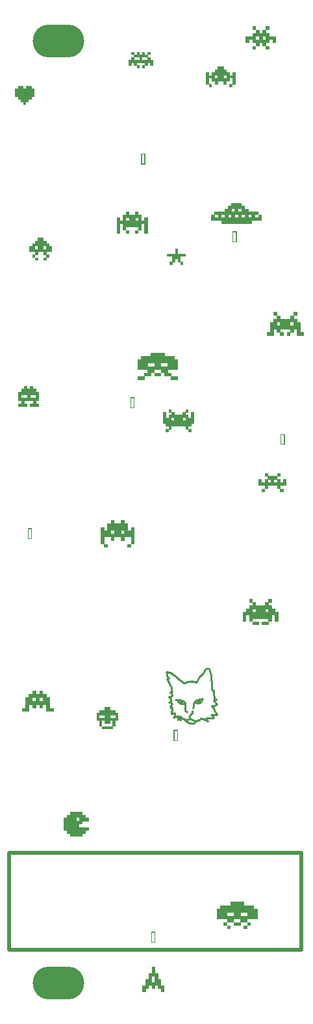
<source format=gbr>
%TF.GenerationSoftware,KiCad,Pcbnew,7.0.1-0*%
%TF.CreationDate,2023-11-14T11:16:29+13:00*%
%TF.ProjectId,Punkys-new-brew_panel,50756e6b-7973-42d6-9e65-772d62726577,003*%
%TF.SameCoordinates,Original*%
%TF.FileFunction,Soldermask,Top*%
%TF.FilePolarity,Negative*%
%FSLAX46Y46*%
G04 Gerber Fmt 4.6, Leading zero omitted, Abs format (unit mm)*
G04 Created by KiCad (PCBNEW 7.0.1-0) date 2023-11-14 11:16:29*
%MOMM*%
%LPD*%
G01*
G04 APERTURE LIST*
%ADD10C,0.264583*%
%ADD11C,0.500000*%
%ADD12C,0.250000*%
%ADD13C,0.400000*%
%ADD14O,6.715000X4.302000*%
G04 APERTURE END LIST*
D10*
X239698825Y-118319847D02*
X239694830Y-118321904D01*
X235572601Y-114890582D02*
X235567543Y-114925253D01*
X236030565Y-118288346D02*
X236028591Y-118292155D01*
X235600541Y-115063091D02*
X235603152Y-115064018D01*
X241866408Y-118766394D02*
X241888018Y-118751675D01*
X241525467Y-116939406D02*
X241519711Y-116935953D01*
X236242907Y-119849645D02*
X236247362Y-119848322D01*
X239997806Y-120438492D02*
X239998760Y-120431173D01*
X240138318Y-117939944D02*
X240126811Y-117944028D01*
X237205367Y-120695055D02*
X237206681Y-120693831D01*
X238167637Y-120675967D02*
X238197266Y-120671706D01*
X239647748Y-118270500D02*
X239649061Y-118270435D01*
X237235336Y-120514364D02*
X237229723Y-120535410D01*
X238107640Y-120679898D02*
X238137723Y-120678676D01*
X236058764Y-118439372D02*
X236076281Y-118444092D01*
X237010861Y-120165862D02*
X237017298Y-120164702D01*
X237461472Y-118264967D02*
X237455933Y-118261899D01*
X236076281Y-118444092D02*
X236084348Y-118446914D01*
X237683368Y-118605751D02*
X237696084Y-118606061D01*
X239102990Y-120824123D02*
X239104773Y-120826115D01*
X236187588Y-119061394D02*
X236193154Y-119068347D01*
X235908351Y-117671972D02*
X235892502Y-117672316D01*
X235693019Y-115308763D02*
X235673870Y-115316143D01*
X239394939Y-118488472D02*
X239398893Y-118491522D01*
X237760344Y-118333414D02*
X237780164Y-118348931D01*
X241682481Y-117659759D02*
X241677607Y-117567586D01*
X239719159Y-118227421D02*
X239724995Y-118214897D01*
X235760618Y-115233676D02*
X235758791Y-115244116D01*
X240622302Y-120470080D02*
X240622321Y-120468184D01*
X236455205Y-120379975D02*
X236467126Y-120373528D01*
X235894161Y-114540747D02*
X235862335Y-114529066D01*
X239629473Y-118146991D02*
X239626023Y-118148543D01*
X242003518Y-120024916D02*
X242032929Y-120021773D01*
X237404448Y-115642957D02*
X237386096Y-115632898D01*
X238618731Y-120531279D02*
X238627652Y-120536347D01*
X236105727Y-118187012D02*
X236105440Y-118189035D01*
X235766465Y-117683941D02*
X235768607Y-117687048D01*
X236234307Y-119138396D02*
X236237443Y-119146223D01*
X235827471Y-118455507D02*
X235829604Y-118455301D01*
X240127817Y-120533613D02*
X240145527Y-120539054D01*
X239069651Y-118436634D02*
X239066031Y-118442798D01*
X239764258Y-118110846D02*
X239764984Y-118106290D01*
X241544146Y-116942054D02*
X241539949Y-116942832D01*
X237295029Y-118115294D02*
X237356245Y-118132139D01*
X236140630Y-116526179D02*
X236143051Y-116545180D01*
X236040154Y-118193051D02*
X236037233Y-118194674D01*
X238626953Y-119971510D02*
X238627381Y-119960859D01*
X239187683Y-121014882D02*
X239195772Y-121003026D01*
X235842484Y-118450178D02*
X235852298Y-118446314D01*
X235575257Y-115050276D02*
X235575825Y-115051236D01*
X237035166Y-120164725D02*
X237036041Y-120164926D01*
X236630449Y-115002360D02*
X236599159Y-114977040D01*
X237693178Y-115855172D02*
X237669602Y-115840057D01*
X239662429Y-118330019D02*
X239664655Y-118329282D01*
X240624661Y-120462073D02*
X240625885Y-120460982D01*
X236542385Y-119811640D02*
X236542946Y-119813066D01*
X239685817Y-118173950D02*
X239687068Y-118171933D01*
X241377203Y-119996359D02*
X241390961Y-119996134D01*
X237799045Y-118365599D02*
X237816876Y-118383607D01*
X235980139Y-116157573D02*
X235987570Y-116166155D01*
X235804892Y-117668296D02*
X235794697Y-117668466D01*
X237757024Y-118599340D02*
X237759638Y-118597622D01*
X239692098Y-118145510D02*
X239691014Y-118145406D01*
X237415431Y-118369321D02*
X237418170Y-118369840D01*
X237243145Y-120680680D02*
X237245959Y-120674322D01*
X239675622Y-118322658D02*
X239677583Y-118320947D01*
X238803637Y-115678040D02*
X238782273Y-115672041D01*
X239505911Y-118183712D02*
X239503963Y-118184596D01*
X237491324Y-118262114D02*
X237492940Y-118263713D01*
X235770979Y-117671013D02*
X235768423Y-117671800D01*
X237037433Y-120165699D02*
X237037963Y-120166258D01*
X237501901Y-118263811D02*
X237501008Y-118263560D01*
X238626335Y-119992138D02*
X238626752Y-119981654D01*
X236121678Y-118475292D02*
X236130961Y-118494862D01*
X236086349Y-114609105D02*
X236054388Y-114597143D01*
X239289902Y-120861905D02*
X239292247Y-120859237D01*
X238599191Y-121143898D02*
X238637207Y-121148053D01*
X235428962Y-114439286D02*
X235432381Y-114446603D01*
X238902823Y-115701479D02*
X238880792Y-115697204D01*
X239692515Y-118553434D02*
X239709869Y-118553236D01*
X239724995Y-118214897D02*
X239730664Y-118202124D01*
X240427183Y-120622401D02*
X240487425Y-120646194D01*
X242033663Y-120021635D02*
X242034277Y-120021233D01*
X237775336Y-120570525D02*
X237800009Y-120587594D01*
X235852298Y-118446314D02*
X235864914Y-118442717D01*
X239757109Y-118138325D02*
X239759719Y-118129887D01*
X237398046Y-118342942D02*
X237400740Y-118350137D01*
X241633513Y-116976103D02*
X241631473Y-116959167D01*
X236204693Y-119458552D02*
X236158676Y-119611303D01*
X237339883Y-120309165D02*
X237344528Y-120312849D01*
X241338835Y-120026624D02*
X241337359Y-120025019D01*
X237284842Y-115577323D02*
X237276261Y-115571486D01*
X239891994Y-120581497D02*
X239906645Y-120568977D01*
X237305609Y-118560854D02*
X237324951Y-118569227D01*
X237522439Y-118267947D02*
X237522471Y-118267838D01*
X239709908Y-118114390D02*
X239706773Y-118114751D01*
X236083402Y-118122399D02*
X236088985Y-118133916D01*
X238304974Y-121061380D02*
X238340748Y-121077607D01*
X239251428Y-120895227D02*
X239257366Y-120890159D01*
X235640270Y-115108481D02*
X235643155Y-115114489D01*
X239486313Y-115648237D02*
X239469207Y-115681883D01*
X240442224Y-114296480D02*
X240420105Y-114333760D01*
X236535337Y-120128910D02*
X236527206Y-120158989D01*
X239547332Y-118249090D02*
X239554460Y-118258593D01*
X237380758Y-118344877D02*
X237383012Y-118348276D01*
X237964342Y-115841044D02*
X237954937Y-115846184D01*
X237475710Y-118249696D02*
X237476771Y-118250113D01*
X239651609Y-118153181D02*
X239650195Y-118153355D01*
X237897413Y-118538242D02*
X237901395Y-118557250D01*
X240616453Y-114068331D02*
X240603694Y-114082095D01*
X238870636Y-121156843D02*
X238899732Y-121155972D01*
X239235112Y-120913311D02*
X239236846Y-120910675D01*
X238000848Y-119582044D02*
X238010089Y-119586467D01*
X240770751Y-120434249D02*
X240801606Y-120435318D01*
X238503587Y-120427405D02*
X238503369Y-120422858D01*
X239784826Y-118541230D02*
X239791019Y-118538620D01*
X239694699Y-118146205D02*
X239694275Y-118145888D01*
X236084572Y-117627579D02*
X236068033Y-117635599D01*
X241983885Y-118555203D02*
X241975207Y-118547352D01*
X239298472Y-118459599D02*
X239309508Y-118460629D01*
X240848358Y-120846964D02*
X240847671Y-120844836D01*
X237888829Y-120736957D02*
X237895458Y-120747305D01*
X237056931Y-115375716D02*
X237025399Y-115350584D01*
X239690724Y-118115590D02*
X239687569Y-118115916D01*
X237258649Y-120388634D02*
X237260226Y-120388655D01*
X236128517Y-116838544D02*
X236132368Y-116845129D01*
X239757452Y-118008520D02*
X239743757Y-118014208D01*
X235569141Y-115037310D02*
X235571934Y-115043932D01*
X241406490Y-116699496D02*
X241405036Y-116685082D01*
X237505223Y-118269837D02*
X237507592Y-118269948D01*
X235788136Y-114522261D02*
X235785508Y-114521507D01*
X241406573Y-116477058D02*
X241404934Y-116459284D01*
X238163022Y-115757743D02*
X238150349Y-115760067D01*
X235578966Y-115054523D02*
X235579939Y-115055224D01*
X239046496Y-118545112D02*
X239045722Y-118552710D01*
X235826547Y-118433840D02*
X235824482Y-118438921D01*
X241868216Y-118007889D02*
X241868900Y-118006399D01*
X239686775Y-118309115D02*
X239687950Y-118306918D01*
X238393974Y-120587054D02*
X238397372Y-120583103D01*
X236110041Y-116786050D02*
X236110324Y-116789929D01*
X235849714Y-115895556D02*
X235850391Y-115907959D01*
X240622321Y-120468184D02*
X240622552Y-120466421D01*
X237174941Y-118479126D02*
X237197205Y-118495700D01*
X239998190Y-120460121D02*
X239997407Y-120467526D01*
X239676925Y-118238951D02*
X239681187Y-118231278D01*
X239059815Y-118455458D02*
X239057313Y-118462056D01*
X237053637Y-120566497D02*
X237070111Y-120548655D01*
X236023098Y-118299002D02*
X236019493Y-118301986D01*
X235823311Y-118453975D02*
X235824348Y-118454817D01*
X237477055Y-118264742D02*
X237470693Y-118265345D01*
X239689933Y-118145354D02*
X239687777Y-118145392D01*
X235650607Y-115132791D02*
X235652648Y-115138830D01*
X241124094Y-114258841D02*
X241113844Y-114227593D01*
X235795844Y-117715390D02*
X235806339Y-117724821D01*
X238971326Y-120741071D02*
X238988358Y-120751502D01*
X239667790Y-118201823D02*
X239671693Y-118192862D01*
X241632292Y-118165267D02*
X241636032Y-118163181D01*
X239632794Y-118145332D02*
X239629473Y-118146991D01*
X237432136Y-118264253D02*
X237431305Y-118262312D01*
X239240996Y-120905466D02*
X239245914Y-120900323D01*
X237268311Y-120632979D02*
X237273578Y-120626881D01*
X239536957Y-118216677D02*
X239537150Y-118224408D01*
X237466757Y-118249626D02*
X237467137Y-118249332D01*
X239730664Y-118202124D02*
X239741773Y-118175831D01*
X235420998Y-114412154D02*
X235420990Y-114412611D01*
X237370376Y-120574764D02*
X237348221Y-120598585D01*
X237400823Y-118253694D02*
X237396249Y-118253163D01*
X240624048Y-120478730D02*
X240623368Y-120476435D01*
X238739579Y-120640077D02*
X238742488Y-120641996D01*
X239998824Y-120453401D02*
X239998190Y-120460121D01*
X236562342Y-119844180D02*
X236563045Y-119845985D01*
X241615692Y-120437178D02*
X241617091Y-120435754D01*
X239695026Y-118146653D02*
X239694699Y-118146205D01*
X240049591Y-117978470D02*
X240038133Y-117982459D01*
X239237510Y-118248883D02*
X239211440Y-118274013D01*
X237247422Y-120693831D02*
X237245070Y-120695766D01*
X237324951Y-118569227D02*
X237337903Y-118573797D01*
X235514408Y-114417216D02*
X235499188Y-114417709D01*
X239753037Y-118148543D02*
X239753797Y-118147101D01*
X239680973Y-118178707D02*
X239682633Y-118177626D01*
X236288090Y-119838166D02*
X236293125Y-119837003D01*
X237245959Y-120674322D02*
X237252540Y-120660843D01*
X239694723Y-118153897D02*
X239695222Y-118151598D01*
X236558130Y-119836037D02*
X236559932Y-119839135D01*
X241620154Y-120417455D02*
X241619283Y-120410288D01*
X237435041Y-120502638D02*
X237435120Y-120502697D01*
X236428322Y-120400746D02*
X236431675Y-120397147D01*
X237384175Y-118252686D02*
X237381095Y-118252977D01*
X236105191Y-118457349D02*
X236110857Y-118461517D01*
X238880742Y-120693255D02*
X238899348Y-120702097D01*
X242019250Y-119957274D02*
X242017060Y-119953017D01*
X239537150Y-118224408D02*
X239537350Y-118228025D01*
X236229393Y-119825809D02*
X236233028Y-119824141D01*
X240126811Y-117944028D02*
X240115574Y-117948615D01*
X240568466Y-114121596D02*
X240540389Y-114154495D01*
X239062740Y-118449070D02*
X239059815Y-118455458D01*
X238517704Y-120432303D02*
X238521775Y-120425539D01*
X237736398Y-120547161D02*
X237749733Y-120554511D01*
X241642411Y-117108748D02*
X241638716Y-117044039D01*
X237285152Y-118550716D02*
X237305609Y-118560854D01*
X239494164Y-118098758D02*
X239460810Y-118110212D01*
X238280600Y-115738727D02*
X238262469Y-115743008D01*
X237351114Y-120554834D02*
X237358563Y-120549247D01*
X239644968Y-118270428D02*
X239647748Y-118270500D01*
X235623395Y-115081225D02*
X235627056Y-115086150D01*
X241540738Y-120253802D02*
X241528121Y-120236976D01*
X241588156Y-116848601D02*
X241585395Y-116856227D01*
X236083253Y-118877205D02*
X236085817Y-118881910D01*
X238392252Y-120588833D02*
X238393974Y-120587054D01*
X236185869Y-117503659D02*
X236182263Y-117515329D01*
X237349088Y-118225755D02*
X237351571Y-118230273D01*
X237488223Y-118325751D02*
X237492945Y-118313415D01*
X241622504Y-116909655D02*
X241618342Y-116893828D01*
X235674210Y-115515944D02*
X235676867Y-115519109D01*
X237029025Y-120164026D02*
X237031663Y-120164252D01*
X239630210Y-118154237D02*
X239619343Y-118155150D01*
X241882705Y-117984905D02*
X241883187Y-117983496D01*
X241407210Y-118877881D02*
X241409769Y-118877111D01*
X241362615Y-115726786D02*
X241358050Y-115699935D01*
X239733210Y-118257212D02*
X239730180Y-118268315D01*
X237261732Y-120434919D02*
X237260233Y-120439051D01*
X237498885Y-118263234D02*
X237496373Y-118263113D01*
X236105493Y-119924477D02*
X236106218Y-119924271D01*
X240820528Y-120796592D02*
X240817185Y-120791731D01*
X241975207Y-118547352D02*
X241966243Y-118539688D01*
X237034499Y-120234785D02*
X237034392Y-120240736D01*
X237504414Y-118273920D02*
X237504733Y-118270811D01*
X240729138Y-120658762D02*
X240708024Y-120625365D01*
X239750833Y-118182660D02*
X239748222Y-118192280D01*
X237936741Y-115856944D02*
X237928031Y-115862664D01*
X241262151Y-114812072D02*
X241254778Y-114772201D01*
X236241211Y-119159254D02*
X236243721Y-119177189D01*
X236989282Y-120601889D02*
X236988133Y-120615782D01*
X237240306Y-120698268D02*
X237239415Y-120698110D01*
X235574918Y-114810147D02*
X235575979Y-114817449D01*
X240121871Y-118135029D02*
X240129472Y-118122163D01*
X236036405Y-117065884D02*
X236009472Y-117066402D01*
X238400714Y-120578692D02*
X238404010Y-120573892D01*
X237917659Y-120776089D02*
X237925757Y-120784996D01*
X235749956Y-115171040D02*
X235752552Y-115171560D01*
X236158676Y-119611303D02*
X236148236Y-119649017D01*
X239679229Y-118180427D02*
X239680973Y-118178707D01*
X237409441Y-118231049D02*
X237404307Y-118227829D01*
X239184980Y-118301303D02*
X239157890Y-118330878D01*
X238605261Y-115675358D02*
X238579189Y-115675199D01*
X239538670Y-118167010D02*
X239535894Y-118168429D01*
X236015259Y-118304640D02*
X236001209Y-118311989D01*
X237708737Y-118606045D02*
X237721312Y-118605662D01*
X241568625Y-116911872D02*
X241563802Y-116922379D01*
X241410172Y-118886210D02*
X241407725Y-118884413D01*
X240113279Y-118148755D02*
X240121871Y-118135029D01*
X239397693Y-115775430D02*
X239393971Y-115776769D01*
X239751349Y-118136363D02*
X239752098Y-118137062D01*
X237404307Y-118227829D02*
X237399112Y-118224764D01*
X236130961Y-118494862D02*
X236142409Y-118521440D01*
X235689851Y-115561447D02*
X235690705Y-115573280D01*
X235916242Y-116102283D02*
X235923706Y-116105971D01*
X239551015Y-118162466D02*
X239544616Y-118164529D01*
X236563481Y-120336645D02*
X236586819Y-120329221D01*
X241849990Y-120031602D02*
X241912393Y-120030593D01*
X242034706Y-120005594D02*
X242033758Y-120000638D01*
X239444882Y-115724959D02*
X239438024Y-115735399D01*
X238954466Y-119194663D02*
X238953817Y-119193943D01*
X241408591Y-116713724D02*
X241406490Y-116699496D01*
X241681004Y-118260201D02*
X241665450Y-118247629D01*
X238134583Y-119648514D02*
X238136609Y-119652822D01*
X237483031Y-118338373D02*
X237488223Y-118325751D01*
X238662880Y-115678594D02*
X238651543Y-115678530D01*
X241539949Y-116942832D02*
X241535448Y-116942699D01*
X235694779Y-115700873D02*
X235697134Y-115705984D01*
X240831900Y-120814068D02*
X240829349Y-120809989D01*
X237856128Y-118435741D02*
X237862955Y-118447577D01*
X237490065Y-120433581D02*
X237519801Y-120456830D01*
X237922617Y-120657333D02*
X237930054Y-120659437D01*
X235658158Y-115166128D02*
X235658386Y-115167184D01*
X239998525Y-120499639D02*
X239999085Y-120500685D01*
X236146673Y-116623516D02*
X236146332Y-116632301D01*
X235592316Y-115060507D02*
X235597836Y-115062215D01*
X237473516Y-118249081D02*
X237474626Y-118249350D01*
X238053792Y-115792442D02*
X238041703Y-115799025D01*
X239104773Y-120826115D02*
X239106386Y-120828148D01*
X239905786Y-114973180D02*
X239889933Y-114989976D01*
X237464919Y-118253873D02*
X237465055Y-118252868D01*
X239755326Y-118144169D02*
X239755651Y-118146070D01*
X237919631Y-115868678D02*
X237911583Y-115875038D01*
X235549809Y-114728008D02*
X235571549Y-114796248D01*
X237026792Y-118321578D02*
X237031967Y-118330717D01*
X235793408Y-114523423D02*
X235788136Y-114522261D01*
X239651219Y-118331029D02*
X239653465Y-118331150D01*
X241640130Y-118161224D02*
X241649280Y-118157673D01*
X236105073Y-118177311D02*
X236105484Y-118179951D01*
X240667314Y-120557087D02*
X240647843Y-120521834D01*
X237423144Y-118408592D02*
X237425600Y-118408972D01*
X239650195Y-118153355D02*
X239648781Y-118153494D01*
X237034513Y-120228833D02*
X237034499Y-120234785D01*
X239607007Y-118259676D02*
X239611517Y-118261032D01*
X236114757Y-119918792D02*
X236122255Y-119913491D01*
X241618995Y-118181654D02*
X241619954Y-118178278D01*
X236034326Y-118271171D02*
X236033920Y-118275701D01*
X237521527Y-118268360D02*
X237522265Y-118268072D01*
X237400740Y-118350137D02*
X237403181Y-118356037D01*
X239746527Y-118093702D02*
X239743340Y-118095610D01*
X238957202Y-119192045D02*
X238956720Y-119193299D01*
X238669728Y-119899216D02*
X238676794Y-119896312D01*
X236166853Y-118582344D02*
X236177374Y-118610033D01*
X238137723Y-120678676D02*
X238167637Y-120675967D01*
X239693554Y-118292731D02*
X239695055Y-118287713D01*
X241966243Y-118539688D02*
X241957070Y-118532179D01*
X239227216Y-120936244D02*
X239231537Y-120921370D01*
X240104530Y-117953559D02*
X240093605Y-117958712D01*
X240842041Y-120860518D02*
X240843238Y-120860704D01*
X241485634Y-118879536D02*
X241492178Y-118879851D01*
X236122255Y-119913491D02*
X236129586Y-119907997D01*
X239620472Y-118150353D02*
X239614404Y-118151856D01*
X237733790Y-118604868D02*
X237746155Y-118603621D01*
X237432892Y-118303935D02*
X237433930Y-118295193D01*
X238484694Y-120325143D02*
X238479381Y-120306367D01*
X241786968Y-120030718D02*
X241849990Y-120031602D01*
X237386452Y-118306643D02*
X237392242Y-118325754D01*
X241950407Y-118698663D02*
X241970505Y-118677717D01*
X239658185Y-118265746D02*
X239660204Y-118263607D01*
X239980517Y-120483351D02*
X239984628Y-120475828D01*
X235831429Y-115841744D02*
X235835186Y-115847688D01*
X235609968Y-115067370D02*
X235610899Y-115068049D01*
X235648336Y-115126690D02*
X235650607Y-115132791D01*
X235658533Y-115167693D02*
X235658705Y-115168186D01*
X235846578Y-114525275D02*
X235841282Y-114524785D01*
X237465204Y-118260629D02*
X237465016Y-118258316D01*
X238581000Y-120504815D02*
X238584692Y-120508019D01*
X242024897Y-118616839D02*
X242025004Y-118613872D01*
X235576329Y-114856779D02*
X235574760Y-114873502D01*
X237444425Y-115668484D02*
X237422318Y-115653548D01*
X236983065Y-120174258D02*
X236990171Y-120171742D01*
X235915642Y-118434344D02*
X235935537Y-118432631D01*
X240036529Y-114855601D02*
X240003721Y-114884440D01*
X239722934Y-118153732D02*
X239724449Y-118151902D01*
X235977548Y-117109972D02*
X235979181Y-117115883D01*
X239044847Y-120788867D02*
X239055371Y-120794279D01*
X241996659Y-118053621D02*
X241994590Y-118051070D01*
X237462256Y-118265186D02*
X237461472Y-118264967D01*
X236198873Y-119076126D02*
X236204639Y-119084548D01*
X240154627Y-120541597D02*
X240163927Y-120543999D01*
X236172870Y-119047313D02*
X236175040Y-119048821D01*
X239681212Y-118324953D02*
X239676091Y-118324820D01*
X239785165Y-117998702D02*
X239771246Y-118003309D01*
X236933350Y-120193770D02*
X236943532Y-120190024D01*
X236110857Y-118461517D02*
X236115799Y-118466048D01*
X238190799Y-120974241D02*
X238196538Y-120979830D01*
X235571934Y-115043932D02*
X235575257Y-115050276D01*
X238236391Y-121019394D02*
X238242498Y-121024645D01*
X236054388Y-114597143D02*
X235990252Y-114574366D01*
X238676794Y-119896312D02*
X238684197Y-119893779D01*
X241599384Y-116845795D02*
X241597506Y-116843332D01*
X239763189Y-118089690D02*
X239762388Y-118089212D01*
X235703271Y-115716114D02*
X235706987Y-115721143D01*
X236943532Y-120190024D02*
X236955615Y-120185131D01*
X237206065Y-120421928D02*
X237215783Y-120414078D01*
X239721009Y-118156477D02*
X239721770Y-118155283D01*
X236099910Y-118159427D02*
X236102069Y-118165688D01*
X239603380Y-118545650D02*
X239620984Y-118548260D01*
X239409618Y-118501860D02*
X239412781Y-118505720D01*
X235654291Y-115322794D02*
X235634954Y-115329198D01*
X239292247Y-120859237D02*
X239294397Y-120856542D01*
X241883449Y-117982180D02*
X241883464Y-117980968D01*
X239740174Y-118097642D02*
X239737097Y-118099721D01*
X241596375Y-120341933D02*
X241586415Y-120323735D01*
X239996722Y-120493002D02*
X239997258Y-120495913D01*
X238960068Y-119173476D02*
X238959503Y-119179127D01*
X237909743Y-118633899D02*
X237910498Y-118653216D01*
X239626023Y-118148543D02*
X239620472Y-118150353D01*
X235671445Y-115512960D02*
X235674210Y-115515944D01*
X236094476Y-117250777D02*
X236110256Y-117269125D01*
X238824591Y-120669573D02*
X238843293Y-120676950D01*
X240060792Y-117973953D02*
X240049591Y-117978470D01*
X237802653Y-115905388D02*
X237796607Y-115904010D01*
X241368920Y-115781576D02*
X241366278Y-115753983D01*
X237377651Y-118381574D02*
X237385350Y-118387744D01*
X241403744Y-116641036D02*
X241404616Y-116611311D01*
X236891591Y-120206609D02*
X236912443Y-120199962D01*
X239653025Y-118152969D02*
X239651609Y-118153181D01*
X238489035Y-120342556D02*
X238484694Y-120325143D01*
X235762617Y-115181799D02*
X235763019Y-115184436D01*
X236118571Y-116735991D02*
X236116298Y-116742832D01*
X238994202Y-115717024D02*
X238966571Y-115711946D01*
X239914583Y-117988806D02*
X239892791Y-117988170D01*
X236317673Y-119823347D02*
X236299077Y-119829340D01*
X239921022Y-120555782D02*
X239934887Y-120542017D01*
X240738957Y-120434202D02*
X240754898Y-120434046D01*
X239696475Y-118282602D02*
X239699314Y-118272227D01*
X237131838Y-118443705D02*
X237153069Y-118461741D01*
X236283005Y-119839216D02*
X236288090Y-119838166D01*
X235863231Y-116073946D02*
X235868824Y-116077631D01*
X236991005Y-118207087D02*
X236997826Y-118237662D01*
X236722393Y-118051641D02*
X236847035Y-118055648D01*
X241623517Y-118172349D02*
X241626005Y-118169846D01*
X237325566Y-120296169D02*
X237330402Y-120300758D01*
X237034165Y-120199049D02*
X237034276Y-120210969D01*
X237796607Y-115904010D02*
X237790879Y-115902235D01*
X239684476Y-118116413D02*
X239681463Y-118117130D01*
X237842048Y-118499418D02*
X237845057Y-118496384D01*
X238775192Y-119874406D02*
X238783179Y-119871968D01*
X237237871Y-120398069D02*
X237243223Y-120394792D01*
X237038724Y-120167686D02*
X237038967Y-120168541D01*
X239741825Y-118137097D02*
X239743054Y-118136507D01*
X236125324Y-117288083D02*
X236139448Y-117307619D01*
X239971118Y-118369231D02*
X239976208Y-118361622D01*
X238723095Y-120624395D02*
X238728429Y-120630303D01*
X238566010Y-120487977D02*
X238568469Y-120491446D01*
X237861491Y-120629382D02*
X237874342Y-120636750D01*
X239718826Y-118112009D02*
X239717404Y-118112578D01*
X235975858Y-117092262D02*
X235975851Y-117098153D01*
X236990670Y-120587996D02*
X236989282Y-120601889D01*
X240843380Y-120834647D02*
X240841903Y-120831668D01*
X237229723Y-120535410D02*
X237224670Y-120556581D01*
X235657843Y-115162752D02*
X235657904Y-115163901D01*
X237351051Y-118577630D02*
X237364375Y-118580797D01*
X237009539Y-120425272D02*
X237003916Y-120460989D01*
X241881752Y-117978077D02*
X241880505Y-117977400D01*
X237376509Y-118264696D02*
X237377639Y-118271333D01*
X241626036Y-116925870D02*
X241622504Y-116909655D01*
X241407563Y-116552109D02*
X241408323Y-116523127D01*
X237420923Y-120510570D02*
X237423096Y-120508620D01*
X241411419Y-118887146D02*
X241410172Y-118886210D01*
X237824341Y-120604880D02*
X237836564Y-120613342D01*
X241559586Y-120437178D02*
X241561879Y-120437265D01*
X241326143Y-120008125D02*
X241326441Y-120007529D01*
X236016643Y-118860270D02*
X236008632Y-118865392D01*
X235664062Y-115173108D02*
X235666130Y-115174019D01*
X235561647Y-115389328D02*
X235561573Y-115397971D01*
X237930054Y-120659437D02*
X237958727Y-120665846D01*
X240513949Y-114188595D02*
X240488923Y-114223735D01*
X237465863Y-118250671D02*
X237466123Y-118250296D01*
X241686859Y-117844252D02*
X241685698Y-117751992D01*
X239679235Y-118146945D02*
X239677113Y-118147547D01*
X237836142Y-115907700D02*
X237829151Y-115907719D01*
X236045476Y-117202614D02*
X236063797Y-117219412D01*
X236015710Y-117172833D02*
X236025553Y-117183273D01*
X235586523Y-115444993D02*
X235594157Y-115452027D01*
X236142607Y-116665428D02*
X236140993Y-116672972D01*
X241984812Y-118043990D02*
X241980506Y-118041813D01*
X236150528Y-119043346D02*
X236156928Y-119043567D01*
X235763019Y-115184436D02*
X235763261Y-115187267D01*
X241613678Y-120386580D02*
X241611184Y-120378600D01*
X238665573Y-120556227D02*
X238668449Y-120558088D01*
X235763560Y-117676605D02*
X235763901Y-117678693D01*
X238592590Y-120514244D02*
X238601017Y-120520209D01*
X237201525Y-120694049D02*
X237201962Y-120695104D01*
X238953817Y-119193943D02*
X238953131Y-119192739D01*
X236111038Y-119889479D02*
X236110756Y-119891669D01*
X238137907Y-115762648D02*
X238125655Y-115765539D01*
X236086862Y-118197461D02*
X236083119Y-118196821D01*
X240894449Y-114032011D02*
X240890732Y-114031630D01*
X236543572Y-119814461D02*
X236544259Y-119815828D01*
X241280661Y-115057547D02*
X241278451Y-114974894D01*
X241670564Y-118151877D02*
X241682221Y-118149547D01*
X240631419Y-120457423D02*
X240637244Y-120454176D01*
X236978020Y-118118950D02*
X236979222Y-118132203D01*
X239681361Y-118146401D02*
X239679235Y-118146945D01*
X235652648Y-115138830D02*
X235654448Y-115144760D01*
X238497630Y-120458236D02*
X238503110Y-120451914D01*
X237498383Y-118268084D02*
X237499149Y-118268487D01*
X241498151Y-116917963D02*
X241493124Y-116912540D01*
X241798643Y-118803053D02*
X241821755Y-118791986D01*
X235659133Y-115169123D02*
X235659394Y-115169563D01*
X236139448Y-117307619D02*
X236152397Y-117327696D01*
X237353807Y-118235197D02*
X237355819Y-118240482D01*
X237232327Y-120401771D02*
X237237871Y-120398069D01*
X235661697Y-115503907D02*
X235668424Y-115509960D01*
X241404130Y-118879321D02*
X241404422Y-118879052D01*
X235582075Y-115056504D02*
X235584425Y-115057646D01*
X236136817Y-116687474D02*
X236134361Y-116694661D01*
X239043574Y-118567443D02*
X239042099Y-118574507D01*
X236262598Y-119810820D02*
X236265594Y-119808868D01*
X239660204Y-118263607D02*
X239664302Y-118258604D01*
X237255615Y-120450423D02*
X237248273Y-120472025D01*
X239590798Y-118253506D02*
X239594592Y-118255158D01*
X236039730Y-118435816D02*
X236058764Y-118439372D01*
X237368852Y-118303063D02*
X237371139Y-118315309D01*
X239320539Y-118462016D02*
X239331482Y-118463805D01*
X236145777Y-116578900D02*
X236146582Y-116596697D01*
X235841881Y-116021212D02*
X235842362Y-116033051D01*
X235984724Y-117068145D02*
X235983143Y-117068572D01*
X238579189Y-115675199D02*
X238552628Y-115676660D01*
X241588181Y-119156599D02*
X241570877Y-119129928D01*
X237815524Y-115907113D02*
X237808973Y-115906410D01*
X237622814Y-120518522D02*
X237631712Y-120520449D01*
X241594086Y-116841564D02*
X241592514Y-116842112D01*
X241993219Y-119907816D02*
X241980388Y-119885515D01*
X239631812Y-118150979D02*
X239644888Y-118145177D01*
X236234329Y-117066389D02*
X236162094Y-117066389D01*
X238676791Y-120564987D02*
X238682151Y-120570515D01*
X235597836Y-115062215D02*
X235600541Y-115063091D01*
X237467844Y-118265501D02*
X237465310Y-118265513D01*
X237238551Y-120695112D02*
X237238799Y-120693379D01*
X238525760Y-115679529D02*
X238498771Y-115683592D01*
X240217822Y-114667175D02*
X240190903Y-114701002D01*
X235424496Y-114411271D02*
X235423488Y-114410969D01*
X238656786Y-119906356D02*
X238663044Y-119902545D01*
X235615733Y-115072488D02*
X235619617Y-115076656D01*
X237362107Y-118264313D02*
X237364525Y-118277197D01*
X238943563Y-115708137D02*
X238923030Y-115704886D01*
X239725343Y-118108107D02*
X239724182Y-118108839D01*
X239515797Y-118188462D02*
X239517542Y-118188122D01*
X241597428Y-120343732D02*
X241596375Y-120341933D01*
X239867588Y-118482249D02*
X239878580Y-118471312D01*
X238790927Y-119869177D02*
X238798391Y-119865975D01*
X235690705Y-115573280D02*
X235691072Y-115585617D01*
X237739696Y-118318859D02*
X237760344Y-118333414D01*
X235473188Y-114418295D02*
X235460129Y-114418917D01*
X240173456Y-120546247D02*
X240183243Y-120548323D01*
X239678548Y-118118119D02*
X239677134Y-118118730D01*
X241563802Y-116922379D02*
X241561106Y-116927076D01*
X241405625Y-118882742D02*
X241404811Y-118881963D01*
X237790879Y-115902235D02*
X237765885Y-115892867D01*
X236567444Y-114952376D02*
X236543640Y-114934858D01*
X241333151Y-115594973D02*
X241303339Y-115491504D01*
X236104950Y-118190871D02*
X236104337Y-118192267D01*
X241701935Y-118278181D02*
X241698636Y-118274785D01*
X237432047Y-120503537D02*
X237432990Y-120503152D01*
X241867662Y-118012922D02*
X241867418Y-118011827D01*
X235850299Y-115920532D02*
X235849606Y-115933226D01*
X236019604Y-117979048D02*
X236029298Y-117999044D01*
X239656428Y-118319190D02*
X239654374Y-118317247D01*
X235713617Y-114480042D02*
X235693257Y-114465540D01*
X239618764Y-118317996D02*
X239627024Y-118322635D01*
X236244405Y-119268865D02*
X236239992Y-119306298D01*
X237466420Y-118249948D02*
X237466757Y-118249626D01*
X238625967Y-120013510D02*
X238625914Y-120008165D01*
X239679992Y-118117587D02*
X239678548Y-118118119D01*
X236050803Y-117642783D02*
X236033051Y-117649145D01*
X239813467Y-117991815D02*
X239799231Y-117994828D01*
X235692946Y-115695725D02*
X235694779Y-115700873D01*
X237762687Y-120562334D02*
X237775336Y-120570525D01*
X236354907Y-114808262D02*
X236339366Y-114795713D01*
X237522265Y-118268072D02*
X237522439Y-118267947D01*
X237841410Y-118413550D02*
X237848942Y-118424407D01*
X241958790Y-118092374D02*
X241966270Y-118088850D01*
X240708024Y-120625365D02*
X240687396Y-120591535D01*
X236999253Y-120496706D02*
X236997442Y-120514565D01*
X236225143Y-119382068D02*
X236215435Y-119420258D01*
X238627197Y-120029284D02*
X238626574Y-120024089D01*
X241276073Y-114933797D02*
X241272657Y-114892925D01*
X239677113Y-118147547D02*
X239672878Y-118148817D01*
X239530792Y-118171662D02*
X239528488Y-118173493D01*
X239369187Y-115777425D02*
X239344943Y-115776129D01*
X241631600Y-118214779D02*
X241628709Y-118210976D01*
X241140615Y-114323348D02*
X241132906Y-114290802D01*
X237371139Y-118315309D02*
X237373760Y-118326605D01*
X239748222Y-118192280D02*
X239745895Y-118200533D01*
X236011759Y-118997585D02*
X235979565Y-119030806D01*
X235607909Y-115066130D02*
X235608970Y-115066732D01*
X238172669Y-120958418D02*
X238178903Y-120963496D01*
X235565071Y-115415304D02*
X235566737Y-115419161D01*
X237808973Y-115906410D02*
X237802653Y-115905388D01*
X237746155Y-118603621D02*
X237748936Y-118602974D01*
X236029367Y-118215803D02*
X236029524Y-118219892D01*
X241998059Y-118056273D02*
X241996659Y-118053621D01*
X241628940Y-118167487D02*
X241632292Y-118165267D01*
X235691069Y-115598284D02*
X235689679Y-115648754D01*
X241891907Y-118112451D02*
X241909172Y-118108515D01*
X239737097Y-118099721D02*
X239731469Y-118103709D01*
X238577508Y-120501554D02*
X238581000Y-120504815D01*
X237480795Y-118252385D02*
X237482690Y-118253809D01*
X242032542Y-119995325D02*
X242031089Y-119989765D01*
X238959503Y-119179127D02*
X238958842Y-119184264D01*
X236156191Y-116883045D02*
X236159691Y-116888844D01*
X235420990Y-114412611D02*
X235421368Y-114415643D01*
X237854970Y-118483178D02*
X237855533Y-118481832D01*
X237478825Y-118251139D02*
X237479820Y-118251737D01*
X236163084Y-119044267D02*
X236168976Y-119045485D01*
X235761246Y-115222273D02*
X235760618Y-115233676D01*
X235975851Y-117098153D02*
X235976426Y-117104059D01*
X236542689Y-120099760D02*
X236535337Y-120128910D01*
X240692850Y-120752242D02*
X240753613Y-120797346D01*
X237283770Y-118231620D02*
X237289083Y-118247018D01*
X235447219Y-114419041D02*
X235444268Y-114418907D01*
X241535448Y-116942699D02*
X241530625Y-116941581D01*
X236188056Y-114660853D02*
X236171538Y-114649497D01*
X239601064Y-118154207D02*
X239572045Y-118158129D01*
X238450569Y-120233721D02*
X238446340Y-120226577D01*
X235771268Y-117690443D02*
X235777982Y-117697992D01*
X239666870Y-118328343D02*
X239669074Y-118327192D01*
X237474626Y-118249350D02*
X237475710Y-118249696D01*
X239652652Y-118314722D02*
X239651248Y-118311656D01*
X237435884Y-118355644D02*
X237438170Y-118351657D01*
X237038433Y-120177881D02*
X237037841Y-120180662D01*
X235822939Y-118443692D02*
X235822421Y-118445894D01*
X236449208Y-120367764D02*
X236444165Y-120378638D01*
X235582973Y-115441422D02*
X235586523Y-115444993D01*
X239048765Y-118513987D02*
X239046496Y-118545112D01*
X236536426Y-120345555D02*
X236563481Y-120336645D01*
X237396249Y-118253163D02*
X237391870Y-118252802D01*
X239050110Y-118498471D02*
X239048765Y-118513987D01*
X238030641Y-120866851D02*
X238051488Y-120879763D01*
X239665904Y-118124391D02*
X239662820Y-118126218D01*
X237434738Y-120503340D02*
X237392081Y-120550951D01*
X235979739Y-117074779D02*
X235977766Y-117080566D01*
X239658720Y-118151660D02*
X239657290Y-118152064D01*
X235571044Y-115426746D02*
X235573643Y-115430475D01*
X239533265Y-118169976D02*
X239530792Y-118171662D01*
X236111241Y-116796866D02*
X236111871Y-116799907D01*
X236107071Y-119923872D02*
X236114757Y-119918792D01*
X242018452Y-118633673D02*
X242020120Y-118630983D01*
X239653465Y-118331150D02*
X239655711Y-118331119D01*
X235428091Y-114412954D02*
X235426823Y-114412291D01*
X238462028Y-120494198D02*
X238474057Y-120482560D01*
X239620984Y-118548260D02*
X239638861Y-118550379D01*
X239537350Y-118228025D02*
X239537668Y-118231393D01*
X238633438Y-119934581D02*
X238636901Y-119927527D01*
X237580521Y-120500685D02*
X237584542Y-120503300D01*
X241558198Y-116931305D02*
X241555064Y-116934990D01*
X237426498Y-118329821D02*
X237429184Y-118321509D01*
X239057313Y-118462056D02*
X239055231Y-118468928D01*
X240848126Y-120859403D02*
X240848415Y-120859081D01*
X235865752Y-118360758D02*
X235861151Y-118364005D01*
X241615934Y-120394653D02*
X241613678Y-120386580D01*
X235824348Y-118454817D02*
X235825728Y-118455336D01*
X239511200Y-118135329D02*
X239511244Y-118136839D01*
X241608562Y-120370910D02*
X241603380Y-120357192D01*
X240633221Y-120498323D02*
X240630512Y-120493410D01*
X236124605Y-118767203D02*
X236114056Y-118778055D01*
X240162176Y-114734039D02*
X240147297Y-114750065D01*
X239331482Y-118463805D02*
X239342259Y-118466044D01*
X240156247Y-117935085D02*
X240150169Y-117936511D01*
X239762388Y-118089212D02*
X239761477Y-118088900D01*
X235817991Y-115824457D02*
X235822798Y-115830133D01*
X241377886Y-120066563D02*
X241371730Y-120060139D01*
X239648764Y-118056628D02*
X239635038Y-118061525D01*
X237767238Y-118591182D02*
X237769693Y-118588663D01*
X239522782Y-118177973D02*
X239519468Y-118178911D01*
X241613914Y-120438491D02*
X241614886Y-120437879D01*
X235926118Y-114552087D02*
X235894161Y-114540747D01*
X241700145Y-118838066D02*
X241725747Y-118830507D01*
X237424542Y-120507530D02*
X237425480Y-120506930D01*
X239619541Y-118263627D02*
X239624222Y-118265373D01*
X239233635Y-120915970D02*
X239235112Y-120913311D01*
X237265081Y-120247753D02*
X237267906Y-120248966D01*
X239640272Y-118153817D02*
X239637406Y-118153822D01*
X239664911Y-118322631D02*
X239658829Y-118320509D01*
X239444798Y-118516791D02*
X239452219Y-118517307D01*
X239758164Y-118088867D02*
X239756893Y-118089125D01*
X236243721Y-119177189D02*
X236245379Y-119195269D01*
X238077503Y-120679693D02*
X238107640Y-120679898D01*
X240971935Y-114038387D02*
X240970149Y-114037327D01*
X235759892Y-115771258D02*
X235784383Y-115791895D01*
X235563759Y-115411402D02*
X235565071Y-115415304D01*
X239586210Y-118542583D02*
X239603380Y-118545650D01*
X235822165Y-118451437D02*
X235822591Y-118452840D01*
X239750520Y-118135846D02*
X239751349Y-118136363D01*
X240647044Y-120520402D02*
X240645619Y-120518146D01*
X241698636Y-118274785D02*
X241693872Y-118270602D01*
X239656842Y-118130041D02*
X239650996Y-118133986D01*
X236028591Y-118292155D02*
X236026116Y-118295716D01*
X236477219Y-120304884D02*
X236472523Y-120314925D01*
X237510013Y-118269929D02*
X237512412Y-118269802D01*
X235993754Y-117145079D02*
X235997698Y-117150782D01*
X239996699Y-120475210D02*
X239996442Y-120479032D01*
X235736231Y-115751114D02*
X235747824Y-115761143D01*
X237305962Y-120593631D02*
X237313276Y-120586809D01*
X236088985Y-118133916D02*
X236094727Y-118146548D01*
X237862955Y-118447577D02*
X237869407Y-118459938D01*
X240684514Y-114015960D02*
X240675284Y-114018048D01*
X235637206Y-115102597D02*
X235640270Y-115108481D01*
X239698569Y-118114969D02*
X239698792Y-118114149D01*
X236586819Y-120329221D02*
X236604218Y-120323408D01*
X237696362Y-118291870D02*
X237718332Y-118305074D01*
X237432844Y-118266579D02*
X237432136Y-118264253D01*
X237460642Y-120409743D02*
X237490065Y-120433581D01*
X240961446Y-114034153D02*
X240956322Y-114033123D01*
X235594157Y-115452027D02*
X235602363Y-115458920D01*
X237379798Y-118253221D02*
X237378684Y-118253534D01*
X236145773Y-116640932D02*
X236144978Y-116649361D01*
X239671693Y-118192862D02*
X239675544Y-118185618D01*
X237243113Y-120697128D02*
X237241532Y-120697952D01*
X235657708Y-115159308D02*
X235657763Y-115160445D01*
X239627024Y-118322635D02*
X239631295Y-118324820D01*
X239612545Y-118156062D02*
X239612367Y-118156152D01*
X236271360Y-119838873D02*
X236262171Y-119842320D01*
X235565160Y-114942565D02*
X235563218Y-114959675D01*
X236569705Y-119945591D02*
X236568234Y-119960947D01*
X237614035Y-120516188D02*
X237622814Y-120518522D01*
X241582603Y-116865807D02*
X241576426Y-116888468D01*
X237450518Y-118258676D02*
X237445209Y-118255329D01*
X235598372Y-114419234D02*
X235590978Y-114418175D01*
X236103145Y-118788826D02*
X236091966Y-118799479D01*
X238426486Y-120535631D02*
X238429716Y-120530383D01*
X240920583Y-114031823D02*
X240908990Y-114032131D01*
X236997826Y-118237662D02*
X237005473Y-118266407D01*
X236121750Y-116448087D02*
X236127664Y-116467823D01*
X239315778Y-118185165D02*
X239289439Y-118204587D01*
X237376496Y-118254900D02*
X237376135Y-118255946D01*
X236009314Y-119077282D02*
X236023887Y-119074351D01*
X238751572Y-120646223D02*
X238769417Y-120651051D01*
X241586415Y-120323735D02*
X241575819Y-120305834D01*
X238630661Y-115677351D02*
X238605261Y-115675358D01*
X236324145Y-114782576D02*
X236309161Y-114768989D01*
X238707686Y-120604212D02*
X238712754Y-120611214D01*
X240817185Y-120791731D02*
X240772568Y-120724999D01*
X241442831Y-118940647D02*
X241438777Y-118933705D01*
X235657904Y-115163901D02*
X235658003Y-115165030D01*
X241614886Y-120437879D02*
X241615692Y-120437178D01*
X238269501Y-121043104D02*
X238304974Y-121061380D01*
X236063797Y-117219412D02*
X236078217Y-117233076D01*
X236182263Y-117515329D02*
X236177812Y-117527051D01*
X236079240Y-118195996D02*
X236075275Y-118195055D01*
X236162094Y-117066389D02*
X236067511Y-117065737D01*
X235835186Y-115847688D02*
X235838526Y-115853731D01*
X239697920Y-118115932D02*
X239698569Y-118114969D01*
X235627056Y-115086150D02*
X235630586Y-115091385D01*
X237273500Y-120251801D02*
X237279021Y-120255124D01*
X236104397Y-119924353D02*
X236104888Y-119924502D01*
X239636002Y-118143581D02*
X239632794Y-118145332D01*
X237418718Y-118257063D02*
X237414541Y-118256081D01*
X239695377Y-118150548D02*
X239695463Y-118149578D01*
X238838510Y-119804406D02*
X238839885Y-119784253D01*
X239797175Y-118535692D02*
X239803293Y-118532463D01*
X239437741Y-118516012D02*
X239444798Y-118516791D01*
X236269673Y-119842365D02*
X236277093Y-119840543D01*
X237252540Y-120660843D02*
X237259320Y-120648074D01*
X241621941Y-118199650D02*
X241620430Y-118195935D01*
X241167155Y-114456829D02*
X241154071Y-114389685D01*
X241717690Y-119384125D02*
X241677074Y-119306920D01*
X235697134Y-115705984D02*
X235699976Y-115711063D01*
X236038729Y-118019467D02*
X236057154Y-118061743D01*
X240642695Y-114042327D02*
X240636086Y-114048511D01*
X239752098Y-118137062D02*
X239752762Y-118137953D01*
X237403181Y-118356037D02*
X237405286Y-118360371D01*
X236253006Y-119845954D02*
X236243866Y-119849806D01*
X236494707Y-114901435D02*
X236469845Y-114885222D01*
X235832147Y-118454693D02*
X235835126Y-118453655D01*
X237215783Y-120414078D02*
X237221159Y-120409911D01*
X239342259Y-118466044D02*
X239352787Y-118468779D01*
X236072995Y-118870478D02*
X236079018Y-118873370D01*
X236341981Y-119821737D02*
X236351733Y-119818497D01*
X241365553Y-120053869D02*
X241341324Y-120029707D01*
X237838896Y-118502421D02*
X237842048Y-118499418D01*
X238102942Y-119621339D02*
X238112962Y-119627088D01*
X241327319Y-120013677D02*
X241326883Y-120012920D01*
X235715545Y-115731152D02*
X235725382Y-115741130D01*
X241326860Y-120006959D02*
X241327404Y-120006416D01*
X240840256Y-120828513D02*
X240838436Y-120825177D01*
X235978349Y-117663457D02*
X235960197Y-117666687D01*
X238636901Y-119927527D02*
X238641011Y-119921234D01*
X237405476Y-118254374D02*
X237400823Y-118253694D01*
X239706773Y-118114751D02*
X239703589Y-118114981D01*
X241564639Y-120288219D02*
X241552928Y-120270879D01*
X235942368Y-117669173D02*
X235925029Y-117670929D01*
X240003721Y-114884440D02*
X239938233Y-114941786D01*
X239694002Y-118156405D02*
X239694723Y-118153897D01*
X238089618Y-115776616D02*
X238077708Y-115781292D01*
X235856931Y-118367511D02*
X235853119Y-118371300D01*
X236029444Y-118211928D02*
X236029367Y-118215803D01*
X238748481Y-120645086D02*
X238751572Y-120646223D01*
X239536802Y-118208695D02*
X239536957Y-118216677D01*
X238413176Y-121104392D02*
X238449822Y-121115191D01*
X237931029Y-119444834D02*
X237933569Y-119457748D01*
X237794308Y-118554301D02*
X237802263Y-118541492D01*
X241821755Y-118791986D02*
X241844331Y-118779798D01*
X236997269Y-120645141D02*
X237001487Y-120636852D01*
X235421619Y-114411034D02*
X235421381Y-114411215D01*
X239921886Y-114957090D02*
X239905786Y-114973180D01*
X235766366Y-117672708D02*
X235764846Y-117673742D01*
X240116670Y-114781268D02*
X240100985Y-114796500D01*
X237261601Y-120388951D02*
X237262757Y-120389540D01*
X237428761Y-120505096D02*
X237431006Y-120504000D01*
X237266771Y-120394871D02*
X237267359Y-120396578D01*
X236067525Y-116311141D02*
X236084386Y-116349550D01*
X235610899Y-115068049D02*
X235611756Y-115068770D01*
X238388755Y-120591953D02*
X238390513Y-120590469D01*
X237954937Y-115846184D02*
X237945723Y-115851467D01*
X236280575Y-119835581D02*
X236271360Y-119838873D01*
X241838015Y-118427016D02*
X241814982Y-118402725D01*
X239763323Y-118115597D02*
X239764258Y-118110846D01*
X241593110Y-120440486D02*
X241597363Y-120440678D01*
X241390961Y-119996134D02*
X241405081Y-119996563D01*
X237358563Y-120549247D02*
X237365848Y-120544055D01*
X237243223Y-120394792D02*
X237248258Y-120392077D01*
X239755554Y-118089502D02*
X239754153Y-118089987D01*
X242021576Y-118628247D02*
X242022801Y-118625464D01*
X235995371Y-119078950D02*
X236002253Y-119078294D01*
X238769417Y-120651051D02*
X238787582Y-120656581D01*
X236467126Y-120373528D02*
X236480064Y-120367344D01*
X239721576Y-118110616D02*
X239720218Y-118111358D01*
X239238814Y-120908061D02*
X239240996Y-120905466D01*
X236023887Y-119074351D02*
X236038931Y-119070474D01*
X236212611Y-119836829D02*
X236219788Y-119831282D01*
X238626176Y-120018824D02*
X238625967Y-120013510D01*
X235964628Y-116141123D02*
X235972480Y-116149216D01*
X235997698Y-117150782D02*
X236006329Y-117161978D01*
X239020771Y-120772892D02*
X239036011Y-120783766D01*
X235563613Y-115015955D02*
X235565012Y-115023304D01*
X238523959Y-121132203D02*
X238561440Y-121138655D01*
X237410774Y-120517837D02*
X237413490Y-120516093D01*
X241101818Y-114197186D02*
X241087680Y-114167748D01*
X239878580Y-118471312D02*
X239889323Y-118460177D01*
X241388876Y-116353346D02*
X241382829Y-116318117D01*
X237383012Y-118348276D02*
X237385514Y-118351116D01*
X237467560Y-118249068D02*
X237468809Y-118248875D01*
X237435661Y-118408917D02*
X237438233Y-118408465D01*
X237201962Y-120695104D02*
X237202555Y-120695760D01*
X235777664Y-114518446D02*
X235766378Y-114513166D01*
X239722898Y-118109779D02*
X239721576Y-118110616D01*
X239648800Y-118299641D02*
X239648524Y-118294836D01*
X241839850Y-117972555D02*
X241827555Y-117971926D01*
X237414541Y-118256081D02*
X237410088Y-118255177D01*
X236219683Y-114685842D02*
X236204077Y-114673015D01*
X239755651Y-118146070D02*
X239755862Y-118148087D01*
X241998680Y-118061886D02*
X241998747Y-118059027D01*
X241774961Y-118813098D02*
X241798643Y-118803053D01*
X238645725Y-119915644D02*
X238650998Y-119910703D01*
X235822421Y-118445894D02*
X235822104Y-118447937D01*
X237500000Y-118268835D02*
X237500928Y-118269129D01*
X239540224Y-118240323D02*
X239540833Y-118241133D01*
X241620342Y-120423925D02*
X241620154Y-120417455D01*
X236993653Y-120560210D02*
X236990670Y-120587996D01*
X239998760Y-120431173D02*
X239999085Y-120423933D01*
X238917779Y-120711342D02*
X238935966Y-120720948D01*
X236103732Y-119923578D02*
X236104013Y-119924042D01*
X237017298Y-120164702D02*
X237023377Y-120164066D01*
X237507592Y-118269948D02*
X237510013Y-118269929D01*
X236002253Y-119078294D02*
X236009314Y-119077282D01*
X237829151Y-115907719D02*
X237822264Y-115907536D01*
X240847671Y-120844836D02*
X240846833Y-120842543D01*
X237945723Y-115851467D02*
X237936741Y-115856944D01*
X239682684Y-118315344D02*
X239684150Y-118313332D01*
X241383987Y-120073173D02*
X241377886Y-120066563D01*
X239245914Y-120900323D02*
X239251428Y-120895227D01*
X239645953Y-118153684D02*
X239643119Y-118153781D01*
X239753607Y-118139278D02*
X239754311Y-118140763D01*
X239602688Y-118258244D02*
X239607007Y-118259676D01*
X239735495Y-118141276D02*
X239738039Y-118139397D01*
X239179050Y-121026243D02*
X239187683Y-121014882D01*
X235887449Y-116088190D02*
X235893806Y-116091442D01*
X237191907Y-115501180D02*
X237165303Y-115475592D01*
X236541896Y-119810177D02*
X236542385Y-119811640D01*
X236988786Y-120668765D02*
X236990873Y-120661122D01*
X241603380Y-120357192D02*
X241599021Y-120347006D01*
X235706987Y-115721143D02*
X235711089Y-115726154D01*
X238745454Y-120643671D02*
X238748481Y-120645086D01*
X237904507Y-118576319D02*
X237906860Y-118595451D01*
X236249974Y-114712939D02*
X236234954Y-114699197D01*
X239617554Y-118156477D02*
X239619077Y-118156089D01*
X239621205Y-118065747D02*
X239607239Y-118069166D01*
X237378684Y-118253534D02*
X237377766Y-118253918D01*
X238836444Y-119821156D02*
X238838510Y-119804406D01*
X241571747Y-120438298D02*
X241579975Y-120439278D01*
X240647843Y-120521834D02*
X240647044Y-120520402D01*
X239425276Y-118513384D02*
X239431188Y-118514900D01*
X239738039Y-118139397D02*
X239739312Y-118138552D01*
X236233450Y-119344057D02*
X236225143Y-119382068D01*
X235479099Y-114418030D02*
X235473188Y-114418295D01*
X238132051Y-119644437D02*
X238134583Y-119648514D01*
X241528121Y-120236976D02*
X241515129Y-120220389D01*
X235661748Y-115171716D02*
X235662293Y-115171980D01*
X239695055Y-118287713D02*
X239696475Y-118282602D01*
X235760150Y-115175655D02*
X235761246Y-115177260D01*
X235585115Y-115351727D02*
X235578882Y-115356597D01*
X235983143Y-117068572D02*
X235982437Y-117069044D01*
X235843738Y-116044557D02*
X235844814Y-116050168D01*
X237405201Y-118586996D02*
X237419025Y-118588194D01*
X235846176Y-116055678D02*
X235846775Y-116057429D01*
X235605667Y-114420576D02*
X235598372Y-114419234D01*
X241515129Y-120220389D02*
X241501816Y-120204031D01*
X239401425Y-115773608D02*
X239397693Y-115775430D01*
X240163927Y-120543999D02*
X240173456Y-120546247D01*
X237112221Y-115424166D02*
X237098717Y-115411619D01*
X238761261Y-115672493D02*
X238721745Y-115675680D01*
X241600247Y-120019517D02*
X241661492Y-120024395D01*
X236033051Y-117649145D02*
X236014945Y-117654702D01*
X241619347Y-118192268D02*
X241618725Y-118188659D01*
X240243682Y-120563427D02*
X240304816Y-120580891D01*
X239052131Y-118483359D02*
X239051010Y-118490847D01*
X240020299Y-117987132D02*
X240014145Y-117988267D01*
X236549195Y-120072066D02*
X236542689Y-120099760D01*
X236154785Y-118551707D02*
X236166853Y-118582344D01*
X239534213Y-118189510D02*
X239534684Y-118190906D01*
X239263430Y-118225783D02*
X239237510Y-118248883D01*
X237377335Y-118214674D02*
X237367912Y-118212729D01*
X237025399Y-115350584D02*
X236994267Y-115324860D01*
X242007415Y-118580185D02*
X242000067Y-118571589D01*
X239614771Y-118156447D02*
X239617554Y-118156477D01*
X239431188Y-118514900D02*
X239437741Y-118516012D01*
D11*
X215000000Y-138000000D02*
X253100000Y-138000000D01*
X253100000Y-150640000D01*
X215000000Y-150640000D01*
X215000000Y-138000000D01*
D10*
X239452219Y-118517307D02*
X239459866Y-118517630D01*
X239985810Y-118345846D02*
X239990416Y-118337725D01*
X237325161Y-118321572D02*
X237333773Y-118334775D01*
X241988987Y-118662332D02*
X241999817Y-118653522D01*
X241591011Y-116843517D02*
X241589564Y-116845704D01*
X238630668Y-119942450D02*
X238633438Y-119934581D01*
X239746547Y-118135403D02*
X239747627Y-118135289D01*
X235868824Y-116077631D02*
X235874818Y-116081254D01*
X241422127Y-116767894D02*
X241418031Y-116753645D01*
X239193068Y-115755381D02*
X238994202Y-115717024D01*
X237071117Y-115387332D02*
X237056931Y-115375716D01*
X238674589Y-115678375D02*
X238662880Y-115678594D01*
X239565473Y-118237793D02*
X239571081Y-118242124D01*
X240677251Y-120440525D02*
X240692075Y-120437881D01*
X239500590Y-118186645D02*
X239500251Y-118187007D01*
X239685511Y-118311255D02*
X239686775Y-118309115D01*
X237762211Y-118595678D02*
X237764744Y-118593525D01*
X236540711Y-119802168D02*
X236540762Y-119803877D01*
X237631712Y-120520449D02*
X237640708Y-120522074D01*
X236079018Y-118873370D02*
X236083253Y-118877205D01*
X241474433Y-120171954D02*
X241446390Y-120140651D01*
X241370423Y-116211806D02*
X241369012Y-116161205D01*
X237417285Y-118347138D02*
X237419417Y-118344201D01*
X241607854Y-116863631D02*
X241601395Y-116849409D01*
X237263833Y-118538972D02*
X237285152Y-118550716D01*
X235953851Y-119070252D02*
X235958929Y-119073197D01*
X239700373Y-118115130D02*
X239693922Y-118115384D01*
X241327404Y-120006416D02*
X241328079Y-120005903D01*
X237917603Y-118846284D02*
X237919274Y-118882746D01*
X238498771Y-115683592D02*
X238471842Y-115688636D01*
X240846701Y-120860345D02*
X240847097Y-120860161D01*
X236118430Y-116818875D02*
X236121484Y-116825389D01*
X235777982Y-117697992D02*
X235786283Y-117706377D01*
X239616226Y-118262312D02*
X239619541Y-118263627D01*
X235562821Y-115407454D02*
X235563759Y-115411402D01*
X239642155Y-118139865D02*
X239639116Y-118141753D01*
X241876831Y-117976546D02*
X241864464Y-117974803D01*
X237433427Y-118269259D02*
X237432844Y-118266579D01*
X238113550Y-115768794D02*
X238101552Y-115772469D01*
X237490459Y-118263347D02*
X237483832Y-118263983D01*
X241404616Y-116611311D02*
X241407563Y-116552109D01*
X240848415Y-120859081D02*
X240848676Y-120858724D01*
X241016712Y-114074190D02*
X241003284Y-114062241D01*
X236142409Y-118521440D02*
X236154785Y-118551707D01*
X235575825Y-115051236D02*
X235576486Y-115052137D01*
X239960131Y-118383774D02*
X239965775Y-118376623D01*
X238101552Y-115772469D02*
X238089618Y-115776616D01*
X239656849Y-118551971D02*
X239674787Y-118553001D01*
X237874342Y-120636750D02*
X237887551Y-120643545D01*
X236115767Y-116812438D02*
X236118430Y-116818875D01*
X237220165Y-120578031D02*
X237216201Y-120599916D01*
X237919231Y-119029642D02*
X237917240Y-119103338D01*
X239764878Y-118092248D02*
X239764432Y-118091196D01*
X236080612Y-118809981D02*
X236064935Y-118823808D01*
X239644888Y-118145177D02*
X239659563Y-118138289D01*
X241634177Y-119230954D02*
X241611618Y-119193552D01*
X237264027Y-120390624D02*
X237265113Y-120391882D01*
X239668466Y-118252742D02*
X239672679Y-118246149D01*
X241868206Y-118013890D02*
X241867662Y-118012922D01*
X235925029Y-117670929D02*
X235908351Y-117671972D01*
X239503579Y-118189962D02*
X239504303Y-118190048D01*
X235441494Y-114418684D02*
X235438932Y-114418359D01*
X237138859Y-115449755D02*
X237112221Y-115424166D01*
X239382080Y-118480425D02*
X239390812Y-118485609D01*
X237267803Y-120411365D02*
X237267011Y-120416138D01*
X235566737Y-115419161D02*
X235568735Y-115422975D01*
X236439838Y-120390107D02*
X236444579Y-120386671D01*
X235964324Y-119075508D02*
X235970018Y-119077225D01*
X240970149Y-114037327D02*
X240968195Y-114036379D01*
X241501816Y-120204031D02*
X241474433Y-120171954D01*
X237239280Y-120691334D02*
X237240865Y-120686437D01*
X237447177Y-118403322D02*
X237449590Y-118400599D01*
X235689679Y-115648754D02*
X235689568Y-115660450D01*
X237848942Y-118424407D02*
X237856128Y-118435741D01*
X239649336Y-118304073D02*
X239648800Y-118299641D01*
X235976462Y-117902544D02*
X235988077Y-117921224D01*
X237855956Y-118480526D02*
X237856232Y-118479262D01*
X235646089Y-115491559D02*
X235654196Y-115497776D01*
X241694237Y-118147539D02*
X241774704Y-118137953D01*
X239730180Y-118268315D02*
X239726672Y-118279138D01*
X241951009Y-118095628D02*
X241958790Y-118092374D01*
X235693257Y-114465540D02*
X235683028Y-114458425D01*
X236001725Y-118873624D02*
X236017299Y-118871241D01*
X240176722Y-114717694D02*
X240162176Y-114734039D01*
X239031526Y-118621601D02*
X239022446Y-118669468D01*
X239687777Y-118145392D02*
X239685631Y-118145597D01*
X235426823Y-114412291D02*
X235425616Y-114411721D01*
X236164517Y-119878573D02*
X236191717Y-119854311D01*
X238984406Y-118960829D02*
X238973595Y-119049452D01*
X238112962Y-119627088D02*
X238117527Y-119630193D01*
X240041672Y-120503340D02*
X240059336Y-120509386D01*
X239521975Y-118187680D02*
X239522549Y-118187736D01*
X239540833Y-118241133D02*
X239543996Y-118244876D01*
X239599615Y-118308043D02*
X239601716Y-118309077D01*
X236115799Y-118466048D02*
X236118236Y-118469172D01*
X236472523Y-120314925D02*
X236467916Y-120325184D01*
X241649327Y-118233538D02*
X241641714Y-118226126D01*
X239117156Y-121084163D02*
X239139550Y-121066793D01*
X236691992Y-115054610D02*
X236630449Y-115002360D01*
X238960948Y-119161571D02*
X238960068Y-119173476D01*
X235432019Y-114415229D02*
X235429397Y-114413682D01*
X239979870Y-117990336D02*
X239958164Y-117990168D01*
X236037722Y-118845521D02*
X236026370Y-118853694D01*
X236118180Y-114621657D02*
X236086349Y-114609105D01*
X238712754Y-120611214D02*
X238717880Y-120617987D01*
X237486288Y-118257022D02*
X237488006Y-118258726D01*
X237969763Y-119552122D02*
X237976817Y-119561408D01*
X239502715Y-118519410D02*
X239508056Y-118520332D01*
X236130068Y-119045160D02*
X236137078Y-119044182D01*
X238439621Y-120516585D02*
X238444883Y-120511089D01*
X237433111Y-118409185D02*
X237435661Y-118408917D01*
X238446340Y-120226577D02*
X238442017Y-120220198D01*
X240290572Y-114559877D02*
X240267434Y-114596450D01*
X239668646Y-118149995D02*
X239666529Y-118150480D01*
X237377639Y-118271333D02*
X237379283Y-118279118D01*
X236193154Y-119068347D02*
X236198873Y-119076126D01*
X235956269Y-118431593D02*
X235977448Y-118431311D01*
X239721770Y-118155283D02*
X239722934Y-118153732D01*
X237074502Y-118387279D02*
X237092304Y-118406315D01*
X241919859Y-118503078D02*
X241910818Y-118495881D01*
X237908568Y-118614644D02*
X237909743Y-118633899D01*
X237464931Y-118257165D02*
X237464875Y-118256033D01*
X235835972Y-114524559D02*
X235830650Y-114524523D01*
X237425600Y-118408972D02*
X237428081Y-118409204D01*
X238486067Y-120470583D02*
X238491931Y-120464458D01*
X235940267Y-116118814D02*
X235948487Y-116125883D01*
X238721745Y-115675680D02*
X238698443Y-115677291D01*
X237958727Y-120665846D02*
X237987924Y-120671138D01*
X236008141Y-116192864D02*
X236014307Y-116201959D01*
X240848676Y-120858724D02*
X240848908Y-120858331D01*
X239643119Y-118153781D02*
X239640272Y-118153817D01*
X238628080Y-120034390D02*
X238627197Y-120029284D01*
X239438024Y-115735399D02*
X239430950Y-115745226D01*
X239538139Y-118234449D02*
X239538799Y-118237133D01*
X238698443Y-115677291D02*
X238674589Y-115678375D01*
X241278451Y-114974894D02*
X241276073Y-114933797D01*
X239730588Y-118145512D02*
X239732994Y-118143340D01*
X239692042Y-118161768D02*
X239693096Y-118159052D01*
X241403871Y-118880540D02*
X241403810Y-118880214D01*
X237439987Y-118251890D02*
X237419598Y-118237829D01*
X240849558Y-120852381D02*
X240849298Y-120850734D01*
X236110238Y-119894215D02*
X236108706Y-119900067D01*
X237292011Y-120607266D02*
X237298856Y-120600468D01*
X236219788Y-119831282D02*
X236222722Y-119829360D01*
X239712974Y-118113846D02*
X239709908Y-118114390D01*
X237254947Y-120389353D02*
X237256884Y-120388873D01*
X237501008Y-118263560D02*
X237500000Y-118263369D01*
X239705918Y-115235457D02*
X239689445Y-115259921D01*
X238862034Y-120684858D02*
X238880742Y-120693255D01*
X238880792Y-115697204D02*
X238868421Y-115694518D01*
X235573452Y-114803074D02*
X235574918Y-114810147D01*
X241834039Y-119619463D02*
X241756844Y-119462199D01*
X236083119Y-118196821D02*
X236079240Y-118195996D01*
X239508056Y-118520332D02*
X239510403Y-118520926D01*
X236175040Y-119048821D02*
X236177341Y-119050695D01*
X237384918Y-120532096D02*
X237390506Y-120529082D01*
X239519760Y-118162768D02*
X239523427Y-118169859D01*
X241325902Y-120010059D02*
X241325879Y-120009392D01*
X241601414Y-120440707D02*
X241605179Y-120440538D01*
X239570128Y-118279509D02*
X239574253Y-118284639D01*
X237241901Y-118525782D02*
X237263833Y-118538972D01*
X242024783Y-118610858D02*
X242024215Y-118607798D01*
X235780272Y-114519609D02*
X235777664Y-114518446D01*
X237011730Y-120619795D02*
X237024080Y-120602256D01*
X240671751Y-114019426D02*
X240669007Y-114021040D01*
X241844331Y-118779798D02*
X241866408Y-118766394D01*
X235565012Y-115023304D02*
X235566844Y-115030428D01*
X238502556Y-120413630D02*
X238501321Y-120404278D01*
X237039220Y-120171591D02*
X237039167Y-120172746D01*
X237423245Y-118337472D02*
X237424943Y-118333746D01*
X237413490Y-120516093D02*
X237416100Y-120514302D01*
X239538916Y-118530990D02*
X239553816Y-118535218D01*
X237430288Y-118261295D02*
X237428402Y-118260238D01*
X241415341Y-118875974D02*
X241421443Y-118875318D01*
X237376135Y-118255946D02*
X237375966Y-118257483D01*
X239539685Y-118239382D02*
X239540224Y-118240323D01*
X241883187Y-117983496D02*
X241883449Y-117982180D01*
X239320270Y-115774073D02*
X239295242Y-115771342D01*
X241917781Y-118106324D02*
X241926314Y-118103960D01*
X235756952Y-115173174D02*
X235758712Y-115174298D01*
X239508450Y-118189857D02*
X239510268Y-118189573D01*
X235671081Y-115175251D02*
X235676972Y-115175801D01*
X239742817Y-118550803D02*
X239758087Y-118548499D01*
X237037841Y-120180662D02*
X237037166Y-120183513D01*
X239991463Y-120460798D02*
X239994128Y-120453318D01*
X239764984Y-118106290D02*
X239765454Y-118102040D01*
X240687396Y-120591535D02*
X240667314Y-120557087D01*
X239754760Y-118144843D02*
X239757109Y-118138325D01*
X237351571Y-118230273D02*
X237353807Y-118235197D01*
X239755862Y-118148087D02*
X239755975Y-118152430D01*
X237957559Y-119531318D02*
X237963356Y-119542061D01*
X241561106Y-116927076D02*
X241558198Y-116931305D01*
X238560620Y-120477307D02*
X238562063Y-120480906D01*
X237434449Y-120502676D02*
X237434900Y-120502616D01*
X237197205Y-118495700D02*
X237219608Y-118511305D01*
X235850391Y-115907959D02*
X235850299Y-115920532D01*
X241434914Y-118926760D02*
X241431177Y-118919813D01*
X241953093Y-118032198D02*
X241940194Y-118028898D01*
X237212769Y-120622389D02*
X237203568Y-120668043D01*
X237098717Y-115411619D02*
X237085030Y-115399321D01*
X235566844Y-115030428D02*
X235569141Y-115037310D01*
X238552628Y-115676660D02*
X238525760Y-115679529D01*
X239489934Y-118518380D02*
X239496628Y-118518782D01*
X237022248Y-118312575D02*
X237026792Y-118321578D01*
X235979565Y-119030806D02*
X235956187Y-119055404D01*
X235658386Y-115167184D02*
X235658533Y-115167693D01*
X236248381Y-119817732D02*
X236252169Y-119816100D01*
X238717880Y-120617987D02*
X238723095Y-120624395D01*
X241408323Y-116523127D02*
X241408237Y-116508898D01*
X237769693Y-118588663D02*
X237772110Y-118585988D01*
X241611513Y-120439465D02*
X241612786Y-120439018D01*
X239862811Y-120604097D02*
X239877304Y-120593239D01*
X241272657Y-114892925D02*
X241268064Y-114852332D01*
X235688394Y-115550292D02*
X235689851Y-115561447D01*
X239672878Y-118148817D02*
X239670762Y-118149431D01*
X235746951Y-115270259D02*
X235741165Y-115277447D01*
X240028717Y-118270247D02*
X240094134Y-118177641D01*
X235475769Y-114523756D02*
X235489498Y-114556844D01*
X241418031Y-116753645D02*
X241411423Y-116727736D01*
X236185118Y-117401734D02*
X236187806Y-117412731D01*
X237260233Y-120439051D02*
X237257509Y-120445963D01*
X239675751Y-118119429D02*
X239672351Y-118120981D01*
X238436275Y-120520786D02*
X238439621Y-120516585D01*
X236189910Y-117423820D02*
X236191402Y-117434998D01*
X238246231Y-115746138D02*
X238189226Y-115753646D01*
X239760464Y-118088745D02*
X239759357Y-118088737D01*
X241431177Y-118919813D02*
X241423821Y-118905922D01*
X238093329Y-120905121D02*
X238113970Y-120917884D01*
X238935966Y-120720948D02*
X238953839Y-120730872D01*
X238687386Y-120576628D02*
X238692526Y-120583189D01*
X241483501Y-116900749D02*
X241474451Y-116887857D01*
X241403810Y-118880214D02*
X241403829Y-118879903D01*
X239541706Y-118212453D02*
X239546107Y-118217987D01*
X239093252Y-121099623D02*
X239117156Y-121084163D01*
X235611739Y-114422176D02*
X235605667Y-114420576D01*
X235763345Y-115193356D02*
X235763229Y-115196536D01*
X241852145Y-117973493D02*
X241839850Y-117972555D01*
X239996442Y-120479032D02*
X239996289Y-120482772D01*
X236019571Y-118433341D02*
X236039730Y-118435816D01*
X239655865Y-118152414D02*
X239654443Y-118152715D01*
X235660019Y-115170379D02*
X235660388Y-115170753D01*
X239889323Y-118460177D02*
X239910003Y-118437891D01*
X239309508Y-118460629D02*
X239320539Y-118462016D01*
X238674054Y-120562484D02*
X238676791Y-120564987D01*
X238226494Y-120665834D02*
X238255206Y-120658287D01*
X237588617Y-120505696D02*
X237592742Y-120507885D01*
X236191913Y-117469012D02*
X236190666Y-117480496D01*
X237686419Y-120529331D02*
X237695561Y-120531343D01*
X241618342Y-116893828D02*
X241613481Y-116878462D01*
X239799231Y-117994828D02*
X239785165Y-117998702D01*
X235997519Y-118874213D02*
X236001725Y-118873624D01*
X236105084Y-119912638D02*
X236104360Y-119915509D01*
X237302525Y-115588358D02*
X237293605Y-115582938D01*
X236545001Y-119817173D02*
X236546628Y-119819811D01*
X236245379Y-119195269D02*
X236246322Y-119231830D01*
X236110256Y-117269125D02*
X236125324Y-117288083D01*
X241508805Y-118878798D02*
X241590287Y-118862929D01*
X236037233Y-118194674D02*
X236034847Y-118196700D01*
X235842362Y-116033051D02*
X235843738Y-116044557D01*
X236239779Y-119153237D02*
X236240615Y-119156381D01*
X238230463Y-121013965D02*
X238236391Y-121019394D01*
X239055231Y-118468928D02*
X239053521Y-118476041D01*
X237435120Y-120502697D02*
X237435134Y-120502795D01*
X240669007Y-114021040D02*
X240662481Y-114025743D01*
X235838526Y-115853731D02*
X235841416Y-115859877D01*
X236034328Y-118261801D02*
X236034447Y-118266529D01*
X241370423Y-115809614D02*
X241368920Y-115781576D01*
X240188538Y-117931593D02*
X240181795Y-117931745D01*
X241426755Y-116782752D02*
X241422127Y-116767894D01*
X240832831Y-120855159D02*
X240839022Y-120859119D01*
X239051010Y-118490847D02*
X239050110Y-118498471D01*
X238432976Y-120525410D02*
X238436275Y-120520786D01*
X241750674Y-118822217D02*
X241774961Y-118813098D01*
X239533676Y-118188216D02*
X239534213Y-118189510D01*
X239694275Y-118145888D02*
X239693185Y-118145669D01*
X235876008Y-118354939D02*
X235865752Y-118360758D01*
X239724182Y-118108839D02*
X239722898Y-118109779D01*
X241628709Y-118210976D02*
X241626113Y-118207180D01*
X241867448Y-118010615D02*
X241867723Y-118009299D01*
X239423706Y-115754201D02*
X239416340Y-115762083D01*
X235438932Y-114418359D02*
X235436615Y-114417921D01*
X235560667Y-114416236D02*
X235545250Y-114416262D01*
X239211440Y-118274013D02*
X239184980Y-118301303D01*
X241575819Y-120305834D02*
X241564639Y-120288219D01*
X239517542Y-118188122D02*
X239519178Y-118187855D01*
X236100251Y-117618706D02*
X236084572Y-117627579D01*
X237854276Y-118484558D02*
X237854970Y-118483178D01*
X241416184Y-118892042D02*
X241415905Y-118891545D01*
X241595745Y-116841946D02*
X241594086Y-116841564D01*
X239523514Y-118188000D02*
X239523896Y-118188216D01*
X236561584Y-119842439D02*
X236562342Y-119844180D01*
X239809372Y-118528951D02*
X239821403Y-118521153D01*
X236143837Y-119896537D02*
X236150801Y-119890625D01*
X238831861Y-119838492D02*
X238833601Y-119833859D01*
X237780164Y-118348931D02*
X237799045Y-118365599D01*
X236469845Y-114885222D02*
X236419991Y-114853018D01*
X241326883Y-120012920D02*
X241326517Y-120012179D01*
X239821403Y-118521153D02*
X239833254Y-118512440D01*
X237202555Y-120695760D02*
X237203314Y-120695990D01*
X241412624Y-118888102D02*
X241411419Y-118887146D01*
X237423096Y-120508620D02*
X237423736Y-120508099D01*
X237423736Y-120508099D02*
X237424542Y-120507530D01*
X239681106Y-118317287D02*
X239682684Y-118315344D01*
X242022801Y-118625464D02*
X242023776Y-118622636D01*
X238843293Y-120676950D02*
X238862034Y-120684858D01*
X241371483Y-115859344D02*
X241370423Y-115809614D01*
X235970018Y-119077225D02*
X235975989Y-119078389D01*
X241231046Y-114679659D02*
X241214478Y-114627280D01*
X236237443Y-119146223D02*
X236239779Y-119153237D01*
X239068031Y-121113192D02*
X239093252Y-121099623D01*
X238469825Y-120277406D02*
X238466271Y-120267942D01*
X241403746Y-116655821D02*
X241403744Y-116641036D01*
X235657763Y-115160445D02*
X235657843Y-115162752D01*
X237335938Y-120566980D02*
X237343555Y-120560763D01*
X236123653Y-116722376D02*
X236118571Y-116735991D01*
X235462150Y-114498575D02*
X235469812Y-114511925D01*
X237970501Y-120825272D02*
X237989972Y-120839764D01*
X240076556Y-120515561D02*
X240110569Y-120527800D01*
X241864464Y-117974803D02*
X241852145Y-117973493D01*
X236162888Y-116894423D02*
X236237503Y-117066389D01*
X241245804Y-114732771D02*
X241238756Y-114706109D01*
X241870731Y-118003220D02*
X241872997Y-117999855D01*
X236031510Y-118201854D02*
X236030473Y-118204926D01*
X237423507Y-118368723D02*
X237426098Y-118367185D01*
X239657290Y-118152064D02*
X239655865Y-118152414D01*
X237361093Y-118367830D02*
X237370453Y-118376082D01*
X235988077Y-117921224D02*
X235999081Y-117940176D01*
X236185112Y-118631456D02*
X236188828Y-118643294D01*
X237833545Y-118403147D02*
X237841410Y-118413550D01*
X237284471Y-120258870D02*
X237289849Y-120262974D01*
X237263229Y-120430464D02*
X237261732Y-120434919D01*
X237464865Y-118254932D02*
X237464919Y-118253873D01*
X241685698Y-117751992D02*
X241682481Y-117659759D01*
X239417916Y-118510202D02*
X239420146Y-118511395D01*
X237442529Y-118342701D02*
X237446583Y-118332766D01*
X237450309Y-118322241D02*
X237453681Y-118311519D01*
X235853119Y-118371300D02*
X235849737Y-118375396D01*
X236993716Y-120653239D02*
X236997269Y-120645141D01*
X238574240Y-120498237D02*
X238577508Y-120501554D01*
X241973404Y-118085036D02*
X241979978Y-118081375D01*
X237232898Y-115538009D02*
X237219031Y-115526022D01*
X235579629Y-115437812D02*
X235582973Y-115441422D01*
X237035140Y-120191943D02*
X237034632Y-120194531D01*
X238496079Y-120376087D02*
X238492295Y-120357802D01*
X238113970Y-120917884D02*
X238134191Y-120930915D01*
X239560236Y-118233206D02*
X239565473Y-118237793D01*
X242005086Y-118648838D02*
X242010052Y-118643969D01*
X238450407Y-120505529D02*
X238462028Y-120494198D01*
X239638861Y-118550379D02*
X239656849Y-118551971D01*
X237522352Y-118267748D02*
X237522072Y-118267680D01*
X236055118Y-118867823D02*
X236065068Y-118868605D01*
X240636086Y-114048511D02*
X240629498Y-114054941D01*
X235758791Y-115244116D02*
X235755848Y-115253653D01*
X240168755Y-117932906D02*
X240162439Y-117933877D01*
X241634753Y-118218578D02*
X241631600Y-118214779D01*
X238628634Y-119951191D02*
X238630668Y-119942450D01*
X236422770Y-120408815D02*
X236423249Y-120408095D01*
X236129586Y-119907997D02*
X236136772Y-119902337D01*
X240304816Y-120580891D02*
X240366149Y-120600591D01*
X237085030Y-115399321D02*
X237071117Y-115387332D01*
X236205556Y-119842534D02*
X236212611Y-119836829D01*
X242014163Y-118589092D02*
X242007415Y-118580185D01*
X237356245Y-118132139D02*
X237415804Y-118151633D01*
X237422318Y-115653548D02*
X237413455Y-115648172D01*
X239954139Y-118390661D02*
X239960131Y-118383774D01*
X239296330Y-120853817D02*
X239298025Y-120851061D01*
X236029524Y-118219892D02*
X236030366Y-118228599D01*
X237276261Y-115571486D02*
X237261469Y-115560803D01*
X239772339Y-118545424D02*
X239778599Y-118543504D01*
X238397372Y-120583103D02*
X238400714Y-120578692D01*
X237397788Y-118397054D02*
X237402161Y-118399893D01*
X241087680Y-114167748D02*
X241071095Y-114139406D01*
X238839627Y-115687604D02*
X238822666Y-115683198D01*
X236128352Y-117598342D02*
X236121787Y-117603765D01*
X237279319Y-120620527D02*
X237285481Y-120613971D01*
X237943470Y-119495928D02*
X237947653Y-119508159D01*
X239958164Y-117990168D02*
X239914583Y-117988806D01*
X241608573Y-120440136D02*
X241610105Y-120439836D01*
X239753797Y-118147101D02*
X239754760Y-118144843D01*
X240670596Y-120736187D02*
X240692850Y-120752242D01*
X239582650Y-118294187D02*
X239586892Y-118298434D01*
X241592514Y-116842112D02*
X241591011Y-116843517D01*
X235893806Y-116091442D02*
X235905902Y-116097357D01*
X239662820Y-118126218D02*
X239659806Y-118128107D01*
X237465300Y-118262877D02*
X237465272Y-118261767D01*
X237483832Y-118263983D02*
X237477055Y-118264742D01*
X236103491Y-119920381D02*
X236103447Y-119922228D01*
X241403829Y-118879903D02*
X241403934Y-118879605D01*
X239761008Y-118125229D02*
X239762224Y-118120428D01*
X239669074Y-118327192D02*
X239671265Y-118325819D01*
X238153816Y-120944373D02*
X238172669Y-120958418D01*
X236009472Y-117066402D02*
X235990290Y-117067414D01*
X239532973Y-118200740D02*
X239541706Y-118212453D01*
X241548054Y-116940438D02*
X241544146Y-116942054D01*
X239562098Y-118268959D02*
X239570128Y-118279509D01*
X237433802Y-120502859D02*
X237434449Y-120502676D01*
X239616448Y-115386072D02*
X239590176Y-115437887D01*
X239714475Y-118113489D02*
X239712974Y-118113846D01*
X238663044Y-119902545D02*
X238669728Y-119899216D01*
X236026116Y-118295716D02*
X236023098Y-118299002D01*
X241673833Y-118844991D02*
X241700145Y-118838066D01*
X239677415Y-118182745D02*
X239679229Y-118180427D01*
X241610105Y-120439836D02*
X241611513Y-120439465D01*
X236115577Y-119048034D02*
X236130068Y-119045160D01*
X237421403Y-118340968D02*
X237423245Y-118337472D01*
X239765447Y-118094907D02*
X239765214Y-118093490D01*
X237465289Y-118251930D02*
X237465448Y-118251489D01*
X239749620Y-118135501D02*
X239750520Y-118135846D01*
X239299460Y-120848270D02*
X239300613Y-120845442D01*
X237262238Y-120246687D02*
X237265081Y-120247753D01*
X238783179Y-119871968D02*
X238790927Y-119869177D01*
X237377766Y-118253918D02*
X237377060Y-118254378D01*
X236546628Y-119819811D02*
X236548411Y-119822409D01*
X241332600Y-120020089D02*
X241331068Y-120018445D01*
X237377856Y-118583367D02*
X237391471Y-118585410D01*
X239106386Y-120828148D02*
X239107815Y-120830223D01*
X237203568Y-120668043D02*
X237202461Y-120674796D01*
X237449590Y-118400599D02*
X237454758Y-118393581D01*
X241909172Y-118108515D02*
X241917781Y-118106324D01*
X236116298Y-116742832D02*
X236114282Y-116749731D01*
X241352703Y-115673378D02*
X241346691Y-115647066D01*
X237516852Y-118269318D02*
X237518748Y-118269006D01*
X239695476Y-118148694D02*
X239695410Y-118147906D01*
X237431006Y-120504000D02*
X237432047Y-120503537D01*
X237499149Y-118268487D02*
X237500000Y-118268835D01*
X235499188Y-114417709D02*
X235484238Y-114417921D01*
X240838436Y-120825177D02*
X240836440Y-120821659D01*
X241325879Y-120009392D02*
X241325957Y-120008747D01*
X239500733Y-118188675D02*
X239501184Y-118189062D01*
X236078217Y-117233076D02*
X236094476Y-117250777D01*
X235951050Y-117865841D02*
X235964149Y-117884096D01*
X239745895Y-118200533D02*
X239744293Y-118206740D01*
X239664655Y-118329282D02*
X239666870Y-118328343D01*
X235657273Y-115156111D02*
X235657481Y-115157130D01*
X237915992Y-119286568D02*
X237917563Y-119322824D01*
X236093734Y-118197902D02*
X236092108Y-118197918D01*
X237502669Y-118264126D02*
X237501901Y-118263811D01*
X236100647Y-118196166D02*
X236099447Y-118196763D01*
X237853460Y-118485969D02*
X237854276Y-118484558D01*
X237717064Y-115869142D02*
X237693178Y-115855172D01*
X239675544Y-118185618D02*
X239677415Y-118182745D01*
X241214478Y-114627280D02*
X241197760Y-114575392D01*
X237640708Y-120522074D02*
X237649781Y-120523501D01*
X241493124Y-116912540D02*
X241488241Y-116906794D01*
X241966270Y-118088850D02*
X241973404Y-118085036D01*
X237375966Y-118257483D02*
X237375980Y-118259476D01*
X238805997Y-120662769D02*
X238824591Y-120669573D01*
X241029233Y-114086525D02*
X241016712Y-114074190D01*
X238032199Y-115804835D02*
X238022567Y-115810384D01*
X236112578Y-116756716D02*
X236111245Y-116763813D01*
X239287510Y-118458879D02*
X239298472Y-118459599D01*
X236168976Y-119045485D02*
X236170844Y-119046193D01*
X241774704Y-118137953D02*
X241842972Y-118122084D01*
X236237503Y-117066389D02*
X236234329Y-117066389D01*
X235699976Y-115711063D02*
X235703271Y-115716114D01*
X238637207Y-121148053D02*
X238675484Y-121151239D01*
X235844814Y-116050168D02*
X235846176Y-116055678D01*
X239536395Y-118200960D02*
X239536648Y-118204766D01*
X240849285Y-120857438D02*
X240849429Y-120856937D01*
X237422499Y-118258098D02*
X237418718Y-118257063D01*
X235900055Y-118345312D02*
X235887506Y-118349856D01*
X237267037Y-120634799D02*
X237268311Y-120632979D01*
X237138762Y-120481972D02*
X237194245Y-120431898D01*
X241636032Y-118163181D02*
X241640130Y-118161224D01*
X241572791Y-116900372D02*
X241568625Y-116911872D01*
X235592080Y-115347276D02*
X235585115Y-115351727D01*
X235990105Y-117139318D02*
X235993754Y-117145079D01*
X237031663Y-120164252D02*
X237034165Y-120164656D01*
X241585395Y-116856227D02*
X241582603Y-116865807D01*
X238787582Y-120656581D02*
X238805997Y-120662769D01*
X240603694Y-114082095D02*
X240591353Y-114095829D01*
X240710164Y-114014138D02*
X240696279Y-114014686D01*
X239704494Y-118256740D02*
X239706711Y-118251723D01*
X235583498Y-114417374D02*
X235575944Y-114416801D01*
X239732994Y-118143340D02*
X239735495Y-118141276D01*
X237273578Y-120626881D02*
X237279319Y-120620527D01*
X239746904Y-120674054D02*
X239822876Y-120630324D01*
X235840124Y-118401359D02*
X235839829Y-118407820D01*
X239210221Y-120977821D02*
X239216534Y-120964467D01*
X239160245Y-121047493D02*
X239169896Y-121037113D01*
X235762033Y-115179394D02*
X235762617Y-115181799D01*
X235841282Y-114524785D02*
X235835972Y-114524559D01*
X237645018Y-118603297D02*
X237670607Y-118605159D01*
X235869018Y-117670867D02*
X235849087Y-117669660D01*
X241551688Y-116938059D02*
X241548054Y-116940438D01*
X235668477Y-115174728D02*
X235671081Y-115175251D01*
X239706065Y-118314372D02*
X239702566Y-118317326D01*
X240175204Y-117932189D02*
X240168755Y-117932906D01*
X237394850Y-118356113D02*
X237398187Y-118356706D01*
X239690875Y-118164484D02*
X239692042Y-118161768D01*
X237466519Y-115684406D02*
X237444425Y-115668484D01*
X239525094Y-118526446D02*
X239538916Y-118530990D01*
X241326517Y-120012179D02*
X241326227Y-120011454D01*
X237267359Y-120396578D02*
X237267799Y-120398411D01*
X241421443Y-118875318D02*
X241427986Y-118875073D01*
X236100592Y-119051870D02*
X236115577Y-119048034D01*
X240836440Y-120821659D02*
X240834262Y-120817957D01*
X236188661Y-117492047D02*
X236185869Y-117503659D01*
X235602363Y-115458920D02*
X235610974Y-115465681D01*
X236086401Y-118893633D02*
X236084654Y-118900503D01*
X237412579Y-118351997D02*
X237415006Y-118349748D01*
X236226062Y-119121030D02*
X236230478Y-119129938D01*
X236103812Y-119918116D02*
X236103491Y-119920381D01*
X241912393Y-120030593D02*
X241973575Y-120027410D01*
X239691612Y-118121002D02*
X239695453Y-118118246D01*
X241040890Y-114099230D02*
X241029233Y-114086525D01*
X235436615Y-114417921D02*
X235434492Y-114416714D01*
X235848832Y-116061009D02*
X235850256Y-116062830D01*
X239634750Y-118153936D02*
X239630210Y-118154237D01*
X241597363Y-120440678D02*
X241601414Y-120440707D01*
X239756893Y-118089125D02*
X239755554Y-118089502D01*
X235563218Y-114959675D02*
X235561974Y-114976444D01*
X239524430Y-118177626D02*
X239523854Y-118177716D01*
X238988358Y-120751502D02*
X239004863Y-120762123D01*
X240844346Y-120860764D02*
X240845361Y-120860695D01*
X241875479Y-117996397D02*
X241877958Y-117992939D01*
X239844911Y-118502956D02*
X239856361Y-118492845D01*
X239370403Y-118151137D02*
X239342686Y-118167391D01*
X240932829Y-114031637D02*
X240920583Y-114031823D01*
X239301990Y-120839667D02*
X239302170Y-120836714D01*
X237522072Y-118267680D02*
X237520996Y-118267622D01*
X237848923Y-120621544D02*
X237861491Y-120629382D01*
X235826908Y-117668669D02*
X235804892Y-117668296D01*
X237901190Y-120649661D02*
X237915333Y-120654993D01*
X236542946Y-119813066D02*
X236543572Y-119814461D01*
X236150801Y-119890625D02*
X236164517Y-119878573D01*
X236570749Y-119930374D02*
X236569705Y-119945591D01*
X239224045Y-120851395D02*
X239267797Y-120847916D01*
X242035612Y-120017240D02*
X242035687Y-120015714D01*
X237406642Y-118402484D02*
X237408923Y-118403664D01*
X240071811Y-117969056D02*
X240060792Y-117973953D01*
X237418303Y-118407418D02*
X237420711Y-118408071D01*
X238961549Y-119150442D02*
X238960948Y-119161571D01*
X235996655Y-117659467D02*
X235978349Y-117663457D01*
X238262469Y-115743008D02*
X238246231Y-115746138D01*
X238420084Y-120546660D02*
X238426486Y-120535631D01*
X235744695Y-114500958D02*
X235734195Y-114494232D01*
X235881073Y-116084784D02*
X235887449Y-116088190D01*
X241433943Y-119998968D02*
X241540802Y-120013869D01*
X237465272Y-118261767D02*
X237465204Y-118260629D01*
X237408923Y-118403664D02*
X237411230Y-118404757D01*
X237373760Y-118326605D02*
X237376903Y-118336584D01*
X237484518Y-118255369D02*
X237486288Y-118257022D01*
X241373044Y-116247409D02*
X241371486Y-116229634D01*
X238868421Y-115694518D02*
X238854789Y-115691348D01*
X237392081Y-120550951D02*
X237370376Y-120574764D01*
X235690893Y-115175349D02*
X235698580Y-115174595D01*
X237241516Y-120493287D02*
X237235336Y-120514364D01*
X241621506Y-118175001D02*
X241623517Y-118172349D01*
X239712381Y-118307300D02*
X239709333Y-118311019D01*
X240420105Y-114333760D02*
X240377213Y-114409319D01*
X237704654Y-120533787D02*
X237713678Y-120536767D01*
X239699314Y-118272227D02*
X239700857Y-118267023D01*
X236140437Y-117586820D02*
X236134576Y-117592695D01*
X237500928Y-118269129D02*
X237502977Y-118269571D01*
X236172488Y-117538823D02*
X236166261Y-117550638D01*
X236101742Y-118195427D02*
X236100647Y-118196166D01*
X237909894Y-120766851D02*
X237917659Y-120776089D01*
X239686034Y-118324490D02*
X239681212Y-118324953D01*
X239538799Y-118237133D02*
X239539212Y-118238316D01*
X238558686Y-120466292D02*
X238558908Y-120469998D01*
X240014145Y-117988267D02*
X240007870Y-117989159D01*
X239372779Y-118475922D02*
X239382080Y-118480425D01*
X236140426Y-116858181D02*
X236148536Y-116870892D01*
X237492940Y-118263713D02*
X237494538Y-118265193D01*
X238641011Y-119921234D02*
X238645725Y-119915644D01*
X237013698Y-118291863D02*
X237017948Y-118302903D01*
X237031967Y-118330717D02*
X237044083Y-118349321D01*
X239539239Y-115542816D02*
X239513334Y-115595558D01*
X236034010Y-118257015D02*
X236034328Y-118261801D01*
X237519801Y-120456830D02*
X237549927Y-120479271D01*
X235469812Y-114511925D02*
X235473049Y-114518059D01*
X239877304Y-120593239D02*
X239891994Y-120581497D01*
X238958842Y-119184264D02*
X238958078Y-119188649D01*
X241612786Y-120439018D02*
X241613914Y-120438491D01*
X236189936Y-118652406D02*
X236189926Y-118657091D01*
X239688352Y-118169637D02*
X239689633Y-118167130D01*
X238022567Y-115810384D02*
X238003083Y-115820905D01*
X236014307Y-116201959D02*
X236020069Y-116211086D01*
X237428402Y-118260238D02*
X237425767Y-118259164D01*
X237364375Y-118580797D02*
X237377856Y-118583367D01*
X239505069Y-118190087D02*
X239506704Y-118190040D01*
X237482690Y-118253809D02*
X237484518Y-118255369D01*
X241427986Y-118875073D02*
X241434883Y-118875169D01*
X238117527Y-119630193D02*
X238121751Y-119633469D01*
X239414217Y-118507373D02*
X239415934Y-118508864D01*
X236097433Y-118153011D02*
X236099910Y-118159427D01*
X236569308Y-119873687D02*
X236570646Y-119886952D01*
X235672697Y-114451535D02*
X235662213Y-114444971D01*
X239997615Y-120497247D02*
X239998036Y-120498491D01*
X236030473Y-118204926D02*
X236029798Y-118208294D01*
X235586945Y-115058676D02*
X235589590Y-115059620D01*
X237264654Y-120425785D02*
X237263229Y-120430464D01*
X242024481Y-118619761D02*
X242024897Y-118616839D01*
X240243258Y-114632270D02*
X240217822Y-114667175D01*
X239526364Y-118175478D02*
X239524430Y-118177626D01*
X241415179Y-118890551D02*
X241414742Y-118890056D01*
X235421906Y-114410913D02*
X235421619Y-114411034D01*
X237301829Y-118277849D02*
X237309117Y-118292935D01*
X235764846Y-117673742D02*
X235763901Y-117674910D01*
X239613090Y-118156363D02*
X239614771Y-118156447D01*
X235807563Y-115813337D02*
X235817991Y-115824457D01*
X236544259Y-119815828D02*
X236545001Y-119817173D01*
X239523896Y-118188216D02*
X239532973Y-118200740D01*
X237111499Y-118425176D02*
X237131838Y-118443705D01*
X240950805Y-114032403D02*
X240944989Y-114031947D01*
X235972480Y-116149216D02*
X235980139Y-116157573D01*
X237358910Y-118211039D02*
X237354853Y-118210365D01*
X237901395Y-118557250D02*
X237904507Y-118576319D01*
X240628002Y-120488435D02*
X240625808Y-120483505D01*
X239523063Y-118187841D02*
X239523514Y-118188000D01*
X236068033Y-117635599D02*
X236050803Y-117642783D01*
X235923706Y-116105971D02*
X235931995Y-116112163D01*
X237381357Y-118287779D02*
X237386452Y-118306643D01*
X239512662Y-118144970D02*
X239513708Y-118148429D01*
X241996106Y-118067927D02*
X241997814Y-118064852D01*
X235747824Y-115761143D02*
X235759892Y-115771258D01*
X241326441Y-120007529D02*
X241326860Y-120006959D01*
X240465089Y-114259751D02*
X240442224Y-114296480D01*
X239654443Y-118152715D02*
X239653025Y-118152969D01*
X237267906Y-120248966D02*
X237270712Y-120250318D01*
X240637244Y-120454176D02*
X240643339Y-120451229D01*
X238741731Y-119881729D02*
X238758675Y-119878441D01*
X237913505Y-118790168D02*
X237914963Y-118809981D01*
X237843193Y-115907519D02*
X237836142Y-115907700D01*
X237816876Y-118383607D02*
X237833545Y-118403147D01*
X241869077Y-118014718D02*
X241868206Y-118013890D01*
X237453681Y-118311519D02*
X237459273Y-118291049D01*
X238634903Y-120053541D02*
X238633716Y-120051284D01*
X236146332Y-116632301D02*
X236145773Y-116640932D01*
X235421381Y-114411215D02*
X235421197Y-114411460D01*
X241940679Y-119819430D02*
X241927708Y-119797569D01*
X241407730Y-116494887D02*
X241406573Y-116477058D01*
X239749669Y-118091997D02*
X239746527Y-118093702D01*
X241331068Y-120018445D02*
X241329644Y-120016821D01*
X237402161Y-118399893D02*
X237406642Y-118402484D01*
X236423595Y-120408170D02*
X236422989Y-120408798D01*
X235679242Y-115522641D02*
X235681350Y-115526517D01*
X240772568Y-120724999D02*
X240729138Y-120658762D01*
X239629826Y-118267243D02*
X239632836Y-118268128D01*
X239231537Y-120921370D02*
X239232437Y-120918656D01*
X239344943Y-115776129D02*
X239320270Y-115774073D01*
X236110764Y-116793867D02*
X236111241Y-116796866D01*
X239910003Y-118437891D02*
X239929517Y-118416536D01*
X235562614Y-115008398D02*
X235563613Y-115015955D01*
X236444165Y-120378638D02*
X236438858Y-120389540D01*
X240546378Y-120671846D02*
X240603545Y-120699231D01*
X241358050Y-115699935D02*
X241352703Y-115673378D01*
X240267434Y-114596450D02*
X240243258Y-114632270D01*
X238010077Y-120853571D02*
X238030641Y-120866851D01*
X241071095Y-114139406D02*
X241061778Y-114125687D01*
X237460856Y-118590163D02*
X237488837Y-118590818D01*
X242000067Y-118571589D02*
X241992198Y-118563272D01*
X235847666Y-116059208D02*
X235848832Y-116061009D01*
X236034847Y-118196700D02*
X236032953Y-118199102D01*
X237902487Y-120757263D02*
X237909894Y-120766851D01*
X239671265Y-118325819D02*
X239673519Y-118324283D01*
X237605395Y-120513343D02*
X237614035Y-120516188D01*
X235711089Y-115726154D02*
X235715545Y-115731152D01*
X241406610Y-118883560D02*
X241405625Y-118882742D01*
X237364525Y-118277197D02*
X237368852Y-118303063D01*
X236210346Y-119093432D02*
X236215890Y-119102595D01*
X239528488Y-118173493D02*
X239526364Y-118175478D01*
X239500351Y-118188216D02*
X239500733Y-118188675D01*
X239578432Y-118289561D02*
X239582650Y-118294187D01*
X239981089Y-118353819D02*
X239985810Y-118345846D01*
X239726691Y-118552370D02*
X239742817Y-118550803D01*
X239695453Y-118118246D02*
X239696872Y-118117028D01*
X237279021Y-120255124D02*
X237284471Y-120258870D01*
X236204639Y-119084548D02*
X236210346Y-119093432D01*
X239687950Y-118306918D02*
X239690063Y-118302364D01*
X236144550Y-116561603D02*
X236145777Y-116578900D01*
X242035438Y-120018568D02*
X242035612Y-120017240D01*
X236498810Y-120249533D02*
X236488235Y-120278061D01*
X237544281Y-118593062D02*
X237645018Y-118603297D01*
X242024215Y-118607798D02*
X242023280Y-118604692D01*
X239310732Y-120842274D02*
X239352912Y-120834596D01*
X241867723Y-118009299D02*
X241868216Y-118007889D01*
X241998747Y-118059027D02*
X241998059Y-118056273D01*
X236422686Y-120408982D02*
X236422770Y-120408815D01*
X241369012Y-116161205D02*
X241368710Y-116110636D01*
X235763037Y-115199755D02*
X235762505Y-115206156D01*
X239874326Y-115007396D02*
X239858964Y-115025358D01*
X237424943Y-118333746D02*
X237426498Y-118329821D01*
X241401917Y-120437178D02*
X241559586Y-120437178D01*
X236075275Y-118195055D02*
X236067296Y-118193102D01*
X235676972Y-115175801D02*
X235683634Y-115175792D01*
X235804009Y-114524626D02*
X235798701Y-114524187D01*
X239676091Y-118324820D02*
X239670661Y-118324057D01*
X238923030Y-115704886D02*
X238902823Y-115701479D01*
X235990290Y-117067414D02*
X235984724Y-117068145D01*
X235751873Y-115262347D02*
X235746951Y-115270259D01*
X236064935Y-118823808D02*
X236050608Y-118835606D01*
X238791839Y-121156187D02*
X238870636Y-121156843D01*
X237327687Y-118209775D02*
X237332146Y-118210884D01*
X241870304Y-118015395D02*
X241869077Y-118014718D01*
X239669075Y-118122640D02*
X239665904Y-118124391D01*
X240834262Y-120817957D02*
X240831900Y-120814068D01*
X241902038Y-118488653D02*
X241893597Y-118481364D01*
X241997814Y-118064852D02*
X241998680Y-118061886D01*
X239650996Y-118133986D02*
X239645135Y-118137931D01*
X241415905Y-118891545D02*
X241415569Y-118891047D01*
X240145527Y-120539054D02*
X240154627Y-120541597D01*
X235785445Y-117668943D02*
X235777439Y-117669775D01*
X239499990Y-118187664D02*
X239500088Y-118187954D01*
X240100985Y-114796500D02*
X240069037Y-114826361D01*
X239706158Y-118182397D02*
X239713852Y-118168089D01*
X236431675Y-120397147D02*
X236435525Y-120393600D01*
X236052567Y-118190871D02*
X236047778Y-118191122D01*
X235599694Y-115343184D02*
X235592080Y-115347276D01*
X236145648Y-114634278D02*
X236136681Y-114629759D01*
X239996400Y-120489807D02*
X239996722Y-120493002D01*
X236177341Y-119050695D02*
X236182282Y-119055450D01*
X237023377Y-120164066D02*
X237026260Y-120163966D01*
X241325957Y-120008747D02*
X241326143Y-120008125D01*
X239500048Y-118187348D02*
X239499990Y-118187664D01*
X239342686Y-118167391D02*
X239315778Y-118185165D01*
X239536008Y-118197340D02*
X239536395Y-118200960D01*
X241411423Y-116727736D02*
X241408591Y-116713724D01*
X241371730Y-120060139D02*
X241365553Y-120053869D01*
X239203293Y-120990673D02*
X239210221Y-120977821D01*
X240968195Y-114036379D02*
X240966086Y-114035538D01*
X240150169Y-117936511D02*
X240138318Y-117939944D01*
X237404400Y-118356260D02*
X237407277Y-118355286D01*
X239674787Y-118553001D02*
X239692515Y-118553434D01*
X242021432Y-119962043D02*
X242019250Y-119957274D01*
X235568329Y-114416431D02*
X235560667Y-114416236D01*
X239656923Y-118235629D02*
X239660290Y-118223543D01*
X235761666Y-115178290D02*
X235762033Y-115179394D01*
X238829895Y-119841872D02*
X238831861Y-119838492D01*
X241414742Y-118890056D02*
X241413746Y-118889073D01*
X235758712Y-115174298D02*
X235760150Y-115175655D01*
X239635641Y-118326807D02*
X239640046Y-118328515D01*
X235617700Y-114423995D02*
X235611739Y-114422176D01*
X236233028Y-119824141D02*
X236248381Y-119817732D01*
X241657327Y-118240733D02*
X241649327Y-118233538D01*
X237382965Y-118216809D02*
X237377335Y-118214674D01*
X236968994Y-120179679D02*
X236983065Y-120174258D01*
X240849298Y-120850734D02*
X240848900Y-120848929D01*
X238684197Y-119893779D02*
X238691893Y-119891560D01*
X237005473Y-118266407D02*
X237009529Y-118279637D01*
X235616531Y-115335834D02*
X235599694Y-115343184D01*
X236028824Y-118979223D02*
X236011759Y-118997585D01*
X239222207Y-120950608D02*
X239227216Y-120936244D01*
X239301464Y-120842575D02*
X239301990Y-120839667D01*
X238966571Y-115711946D02*
X238943563Y-115708137D01*
X241985491Y-118077836D02*
X241989988Y-118074417D01*
X237104618Y-120513997D02*
X237138762Y-120481972D01*
X239512123Y-118189223D02*
X239515797Y-118188462D01*
X236339366Y-114795713D02*
X236324145Y-114782576D01*
X239674065Y-118131029D02*
X239680697Y-118127483D01*
X241404482Y-118881590D02*
X241404212Y-118881228D01*
X237416100Y-120514302D02*
X237418585Y-120512463D01*
X241619283Y-120410288D02*
X241617839Y-120402621D01*
X236110324Y-116789929D02*
X236110764Y-116793867D01*
X237504749Y-118268254D02*
X237504443Y-118266291D01*
X241723934Y-120028222D02*
X241786968Y-120030718D01*
X237104641Y-118078764D02*
X237168906Y-118088797D01*
X238508318Y-120445487D02*
X238513200Y-120438951D01*
X239523854Y-118177716D02*
X239522782Y-118177973D01*
X236014945Y-117654702D02*
X235996655Y-117659467D01*
X239856361Y-118492845D02*
X239867588Y-118482249D01*
X236084654Y-118900503D02*
X236081703Y-118907945D01*
X239702566Y-118317326D02*
X239698825Y-118319847D01*
X235429397Y-114413682D02*
X235428091Y-114412954D01*
X236090417Y-118197844D02*
X236086862Y-118197461D01*
X239597505Y-118306830D02*
X239599615Y-118308043D01*
X235662213Y-114444971D02*
X235651523Y-114438834D01*
X241649280Y-118157673D02*
X241659504Y-118154571D01*
X238184934Y-120968784D02*
X238190799Y-120974241D01*
X239094389Y-120816554D02*
X239098959Y-120820261D01*
X238953839Y-120730872D02*
X238971326Y-120741071D01*
X241346691Y-115647066D02*
X241333151Y-115594973D01*
X236026370Y-118853694D02*
X236016643Y-118860270D01*
X235846775Y-116057429D02*
X235847666Y-116059208D01*
X239748653Y-118135319D02*
X239749620Y-118135501D01*
X239593629Y-120752964D02*
X239632270Y-120734626D01*
X235762505Y-115206156D02*
X235761918Y-115212249D01*
X237477503Y-118350934D02*
X237483031Y-118338373D01*
X241861502Y-118450810D02*
X241838015Y-118427016D01*
X238197266Y-120671706D02*
X238226494Y-120665834D01*
X236215890Y-119102595D02*
X236221164Y-119111855D01*
X239670762Y-118149431D02*
X239668646Y-118149995D01*
X239007702Y-118766661D02*
X238984406Y-118960829D01*
X235565419Y-115374319D02*
X235562957Y-115381464D01*
X236114056Y-118778055D02*
X236103145Y-118788826D01*
X236559932Y-119839135D02*
X236560779Y-119840759D01*
X235489498Y-114556844D02*
X235502564Y-114590520D01*
X235830650Y-114524523D02*
X235819989Y-114524729D01*
X237405286Y-118360371D02*
X237406967Y-118362868D01*
X241626113Y-118207180D02*
X241623846Y-118203401D01*
X240742629Y-114014858D02*
X240725752Y-114014225D01*
X239601716Y-118309077D02*
X239603806Y-118309920D01*
X237391870Y-118252802D02*
X237387806Y-118252635D01*
X239976208Y-118361622D02*
X239981089Y-118353819D01*
X241488241Y-116906794D02*
X241483501Y-116900749D01*
X236140993Y-116672972D02*
X236139069Y-116680128D01*
X237271277Y-118174218D02*
X237272942Y-118187592D01*
X239652615Y-118269772D02*
X239653647Y-118269380D01*
X239655711Y-118331119D02*
X239657955Y-118330927D01*
X238682151Y-120570515D02*
X238687386Y-120576628D01*
X239762224Y-118120428D02*
X239763323Y-118115597D01*
X236054283Y-119065970D02*
X236085275Y-119056350D01*
X239664302Y-118258604D02*
X239668466Y-118252742D01*
X241174398Y-114490383D02*
X241167155Y-114456829D01*
X237581330Y-118227919D02*
X237673899Y-118279057D01*
X239267797Y-120847916D02*
X239310732Y-120842274D01*
X236564270Y-119849806D02*
X236567205Y-119861258D01*
X241508640Y-116927746D02*
X241503323Y-116923039D01*
X235580978Y-115055883D02*
X235582075Y-115056504D01*
X241051724Y-114112290D02*
X241040890Y-114099230D01*
X239435257Y-120813649D02*
X239475546Y-120800634D01*
X239511374Y-118138392D02*
X239511873Y-118141615D01*
X239607905Y-118153119D02*
X239601064Y-118154207D01*
X239765454Y-118102040D02*
X239765624Y-118098208D01*
X238138098Y-119657372D02*
X238139015Y-119662178D01*
X238633716Y-120051284D02*
X238632634Y-120048983D01*
X235655994Y-115150536D02*
X235657273Y-115156111D01*
X238561440Y-121138655D02*
X238599191Y-121143898D01*
X238958078Y-119188649D02*
X238957202Y-119192045D01*
X239743054Y-118136507D02*
X239744254Y-118136022D01*
X236110756Y-119891669D02*
X236110238Y-119894215D01*
X241617091Y-120435754D02*
X241618222Y-120433984D01*
X237741290Y-115881771D02*
X237717064Y-115869142D01*
X238503369Y-120422858D02*
X238503021Y-120418264D01*
X236020069Y-116211086D02*
X236025391Y-116220204D01*
X241868900Y-118006399D02*
X241870731Y-118003220D01*
X237988691Y-119573681D02*
X237993012Y-119577284D01*
X236129069Y-116708672D02*
X236123653Y-116722376D01*
X239637406Y-118153822D02*
X239634750Y-118153936D01*
X239120679Y-118373786D02*
X239110978Y-118384768D01*
X239635038Y-118061525D02*
X239621205Y-118065747D01*
X242025644Y-119972682D02*
X242023574Y-119967215D01*
X237920085Y-119358886D02*
X237923706Y-119394728D01*
X237367912Y-118212729D02*
X237358910Y-118211039D01*
X238255206Y-120658287D02*
X238283286Y-120649005D01*
X239722595Y-118289419D02*
X239717862Y-118298894D01*
X236540911Y-119805528D02*
X236541154Y-119807126D01*
X235578062Y-115053777D02*
X235578966Y-115054523D01*
X237201079Y-120690865D02*
X237201234Y-120692627D01*
X236055968Y-118191045D02*
X236054236Y-118190916D01*
X237592742Y-120507885D02*
X237596915Y-120509880D01*
X237407277Y-118355286D02*
X237410003Y-118353854D01*
X237265113Y-120391882D02*
X237266025Y-120393301D01*
X239022446Y-118669468D02*
X239014594Y-118717894D01*
X236085275Y-119056350D02*
X236100592Y-119051870D01*
X241597506Y-116843332D02*
X241595745Y-116841946D01*
X237993012Y-119577284D02*
X238000848Y-119582044D01*
X236977021Y-118095625D02*
X236977276Y-118106697D01*
X238822666Y-115683198D02*
X238803637Y-115678040D01*
X239984628Y-120475828D02*
X239988286Y-120468306D01*
X240038133Y-117982459D02*
X240026342Y-117985774D01*
X236132844Y-116487450D02*
X236137196Y-116506919D01*
X241437630Y-116813536D02*
X241431922Y-116798029D01*
X238636371Y-120541076D02*
X238665573Y-120556227D01*
X237479820Y-118251737D02*
X237480795Y-118252385D01*
X240487425Y-120646194D02*
X240546378Y-120671846D01*
X240675284Y-114018048D02*
X240671751Y-114019426D01*
X241880215Y-117989575D02*
X241882031Y-117986396D01*
X239998036Y-120498491D02*
X239998525Y-120499639D01*
X236134576Y-117592695D02*
X236128352Y-117598342D01*
X235423488Y-114410969D02*
X235423034Y-114410881D01*
X241989988Y-118074417D02*
X241993512Y-118071115D01*
X239642032Y-118270116D02*
X239644968Y-118270428D01*
X241282338Y-115412944D02*
X241276230Y-115386305D01*
X242034277Y-120021233D02*
X242034774Y-120020578D01*
X241132906Y-114290802D02*
X241124094Y-114258841D01*
X239179413Y-120852583D02*
X239224045Y-120851395D01*
X240115574Y-117948615D02*
X240104530Y-117953559D01*
X237721312Y-118605662D02*
X237733790Y-118604868D01*
X237034165Y-120164656D02*
X237035166Y-120164725D01*
X239693096Y-118159052D02*
X239694002Y-118156405D01*
X237431305Y-118262312D02*
X237430913Y-118261810D01*
X239619077Y-118156089D02*
X239622109Y-118154984D01*
X237373988Y-118378708D02*
X237377651Y-118381574D01*
X238558908Y-120469998D02*
X238559560Y-120473671D01*
X236189556Y-118661855D02*
X236188839Y-118666695D01*
X237438233Y-118408465D02*
X237440827Y-118407820D01*
X240144590Y-118088046D02*
X240144867Y-118085036D01*
X239612367Y-118156152D02*
X239612388Y-118156232D01*
X235971849Y-118323758D02*
X235956923Y-118328573D01*
X239544616Y-118164529D02*
X239538670Y-118167010D01*
X235668424Y-115509960D02*
X235671445Y-115512960D01*
X239583679Y-118249988D02*
X239587163Y-118251782D01*
X240841903Y-120831668D02*
X240840256Y-120828513D01*
X240183243Y-120548323D02*
X240243682Y-120563427D01*
X235436190Y-114454063D02*
X235440298Y-114461608D01*
X235643155Y-115114489D02*
X235645848Y-115120574D01*
X239298025Y-120851061D02*
X239299460Y-120848270D01*
X239649736Y-118272747D02*
X239651531Y-118260568D01*
X238840909Y-119736310D02*
X238840203Y-119682474D01*
X236115193Y-116428294D02*
X236121750Y-116448087D01*
X241408237Y-116508898D02*
X241407730Y-116494887D01*
X235988686Y-119079211D02*
X235995371Y-119078950D01*
X238255409Y-121034461D02*
X238262288Y-121038949D01*
X239686620Y-118124110D02*
X239691612Y-118121002D01*
X238742488Y-120641996D02*
X238745454Y-120643671D01*
X237876862Y-120715010D02*
X237882623Y-120726198D01*
X240812687Y-120840963D02*
X240832831Y-120855159D01*
X239460810Y-118110212D02*
X239429226Y-118122675D01*
X236241744Y-119850042D02*
X236242907Y-119849645D01*
X239459866Y-118517630D02*
X239489934Y-118518380D01*
X235645848Y-115120574D02*
X235648336Y-115126690D01*
X236033187Y-118280092D02*
X236032083Y-118284316D01*
X235684823Y-115535213D02*
X235686217Y-115539989D01*
X237087226Y-120531092D02*
X237104618Y-120513997D01*
X239689633Y-118167130D02*
X239690875Y-118164484D01*
X236137078Y-119044182D02*
X236143905Y-119043565D01*
X235782886Y-114520626D02*
X235780272Y-114519609D01*
X237759638Y-118597622D02*
X237762211Y-118595678D01*
X241061778Y-114125687D02*
X241051724Y-114112290D01*
X237330402Y-120300758D02*
X237335174Y-120305112D01*
X237387806Y-118252635D02*
X237384175Y-118252686D01*
X237822264Y-115907536D02*
X237815524Y-115907113D01*
X237070111Y-120548655D02*
X237087226Y-120531092D01*
X237343555Y-120560763D02*
X237351114Y-120554834D01*
X238609792Y-120525893D02*
X238618731Y-120531279D01*
X236980851Y-118146273D02*
X236985263Y-118176138D01*
X237428081Y-118409204D02*
X237430584Y-118409278D01*
X237031410Y-120282404D02*
X237027059Y-120318121D01*
X237465270Y-118263948D02*
X237465300Y-118262877D01*
X239654374Y-118317247D02*
X239652652Y-118314722D01*
X239412781Y-118505720D02*
X239414217Y-118507373D01*
X238839885Y-119784253D02*
X238840909Y-119736310D01*
X240622480Y-120472096D02*
X240622302Y-120470080D01*
X236121484Y-116825389D02*
X236124868Y-116831955D01*
X239655441Y-118268310D02*
X239656189Y-118267622D01*
X239713088Y-118239696D02*
X239719159Y-118227421D01*
X237465158Y-118252390D02*
X237465289Y-118251930D01*
X237248258Y-120392077D02*
X237250618Y-120390972D01*
X235561687Y-114992731D02*
X235562614Y-115008398D01*
X235734195Y-114494232D02*
X235713617Y-114480042D01*
X242031089Y-119989765D02*
X242029434Y-119984065D01*
X237407973Y-120519539D02*
X237410774Y-120517837D01*
X236166261Y-117550638D02*
X236159104Y-117562494D01*
X238513200Y-120438951D02*
X238517704Y-120432303D01*
X239670654Y-120715276D02*
X239746904Y-120674054D01*
X237309117Y-118292935D02*
X237316919Y-118307567D01*
X239731469Y-118103709D02*
X239726988Y-118106956D01*
X235453521Y-114419088D02*
X235447219Y-114419041D01*
X239765214Y-118093490D02*
X239764878Y-118092248D01*
X237781408Y-118574049D02*
X237785843Y-118567576D01*
X241339243Y-120002012D02*
X241351228Y-119999194D01*
X237279260Y-118216467D02*
X237283770Y-118231620D01*
X236977276Y-118106697D02*
X236978020Y-118118950D01*
X236030366Y-118228599D02*
X236031624Y-118237833D01*
X239632270Y-120734626D02*
X239670654Y-120715276D01*
X237906860Y-118595451D02*
X237908568Y-118614644D01*
X241877958Y-117992939D02*
X241880215Y-117989575D01*
X239519468Y-118178911D02*
X239515125Y-118180285D01*
X235659688Y-115169982D02*
X235660019Y-115170379D01*
X238571220Y-120494867D02*
X238574240Y-120498237D01*
X237713678Y-120536767D02*
X237722611Y-120540388D01*
X237268245Y-120406755D02*
X237267803Y-120411365D01*
X236191717Y-119854311D02*
X236205556Y-119842534D01*
X237034632Y-120194531D02*
X237034290Y-120196918D01*
X236444579Y-120386671D02*
X236455205Y-120379975D01*
X238955080Y-119194929D02*
X238954466Y-119194663D01*
X235654196Y-115497776D02*
X235661697Y-115503907D01*
X235573643Y-115430475D02*
X235576512Y-115434164D01*
X241552928Y-120270879D02*
X241540738Y-120253802D01*
X238692526Y-120583189D02*
X238697602Y-120590064D01*
X237470029Y-118248785D02*
X237471219Y-118248793D01*
X235948487Y-116125883D02*
X235956619Y-116133332D01*
X235976485Y-117086397D02*
X235975858Y-117092262D01*
X237409827Y-118365884D02*
X237412649Y-118368019D01*
X239420146Y-118511395D02*
X239422605Y-118512453D01*
X238218996Y-121002730D02*
X238224678Y-121008397D01*
X239739312Y-118138552D02*
X239740576Y-118137782D01*
X239014400Y-121134733D02*
X239041684Y-121124889D01*
X240110569Y-120527800D02*
X240127817Y-120533613D01*
X241915207Y-119775740D02*
X241873717Y-119697910D01*
X237385350Y-118387744D02*
X237389380Y-118390910D01*
X237869407Y-118459938D02*
X237875472Y-118472848D01*
X240001465Y-117989790D02*
X239979870Y-117990336D01*
X239654591Y-118268894D02*
X239655441Y-118268310D01*
X235849087Y-117669660D02*
X235826908Y-117668669D01*
X236145914Y-117580718D02*
X236140437Y-117586820D01*
X239289439Y-118204587D02*
X239263430Y-118225783D01*
X236103545Y-119922970D02*
X236103732Y-119923578D01*
X242017060Y-119953017D02*
X242005510Y-119930306D01*
X237425767Y-118259164D02*
X237422499Y-118258098D01*
X235977448Y-118431311D02*
X235998679Y-118431866D01*
X238077708Y-115781292D02*
X238065780Y-115786549D01*
X237836564Y-120613342D02*
X237848923Y-120621544D01*
X241276230Y-115386305D02*
X241280661Y-115057547D01*
X239892791Y-117988170D02*
X239871052Y-117987936D01*
X236134698Y-118756304D02*
X236124605Y-118767203D01*
X235846897Y-115877382D02*
X235848104Y-115883374D01*
X235987570Y-116166155D02*
X235994737Y-116174924D01*
X239635910Y-118268927D02*
X239638994Y-118269602D01*
X237261469Y-115560803D02*
X237247029Y-115549623D01*
X239550619Y-118223296D02*
X239555307Y-118228371D01*
X237354853Y-118210365D02*
X237351247Y-118209846D01*
X237034165Y-120246687D02*
X237033019Y-120264546D01*
X238675484Y-121151239D02*
X238714018Y-121153577D01*
X237377060Y-118254378D02*
X237376496Y-118254900D01*
X241638716Y-117044039D02*
X241636572Y-117010180D01*
X235737425Y-115170508D02*
X235744077Y-115170495D01*
X239536648Y-118204766D02*
X239536802Y-118208695D01*
X237826232Y-118513504D02*
X237832437Y-118508210D01*
X239110077Y-120834505D02*
X239110886Y-120836714D01*
X241238756Y-114706109D02*
X241231046Y-114679659D01*
X236103447Y-119922228D02*
X236103545Y-119922970D01*
X236106218Y-119924271D02*
X236107071Y-119923872D01*
X237017948Y-118302903D02*
X237022248Y-118312575D01*
X236168637Y-118712935D02*
X236161305Y-118723673D01*
X241619735Y-120429500D02*
X241620145Y-120426837D01*
X238626574Y-120024089D02*
X238626176Y-120018824D01*
X240849429Y-120856937D02*
X240849542Y-120856399D01*
X236035571Y-117193225D02*
X236045476Y-117202614D01*
X239658605Y-115309685D02*
X239644083Y-115334938D01*
X240622552Y-120466421D02*
X240623009Y-120464806D01*
X239255875Y-118458113D02*
X239276702Y-118458422D01*
X237393835Y-118221885D02*
X237388459Y-118219224D01*
X237765885Y-115892867D02*
X237741290Y-115881771D01*
X239084015Y-120809571D02*
X239089376Y-120812993D01*
X237201625Y-120681005D02*
X237201138Y-120686439D01*
X240849542Y-120856399D02*
X240849676Y-120855211D01*
X241456810Y-118876807D02*
X241471576Y-118878326D01*
X236110339Y-116771050D02*
X236109919Y-116778453D01*
X240848908Y-120858331D02*
X240849111Y-120857903D01*
X237677249Y-120527645D02*
X237686419Y-120529331D01*
X239644496Y-118329862D02*
X239646732Y-118330375D01*
X239997258Y-120495913D02*
X239997615Y-120497247D01*
X240623009Y-120464806D02*
X240623707Y-120463352D01*
X240753613Y-120797346D02*
X240812687Y-120840963D01*
X239700857Y-118267023D02*
X239702563Y-118261851D01*
X239504303Y-118190048D02*
X239505069Y-118190087D01*
X236997442Y-120514565D02*
X236996063Y-120532423D01*
X236098150Y-118197227D02*
X236096761Y-118197565D01*
X237201138Y-120686439D02*
X237201079Y-120690865D01*
X236091966Y-118799479D02*
X236080612Y-118809981D01*
X240129472Y-118122163D02*
X240135826Y-118110444D01*
X235768423Y-117671800D02*
X235766366Y-117672708D01*
X239607239Y-118069166D02*
X239567139Y-118078363D01*
X235905902Y-116097357D02*
X235916242Y-116102283D01*
X241929983Y-118717907D02*
X241950407Y-118698663D01*
X236134361Y-116694661D02*
X236129069Y-116708672D01*
X236029298Y-117999044D02*
X236038729Y-118019467D01*
X241934727Y-118101401D02*
X241942973Y-118098631D01*
X237359268Y-118251952D02*
X237362107Y-118264313D01*
X236422698Y-120409031D02*
X236422686Y-120408982D01*
X241909198Y-118735545D02*
X241929983Y-118717907D01*
X241326020Y-120010747D02*
X241325902Y-120010059D01*
X239610985Y-118313541D02*
X239618764Y-118317996D01*
X241326227Y-120011454D02*
X241326020Y-120010747D01*
X237751674Y-118602033D02*
X237754370Y-118600816D01*
X236137196Y-116506919D02*
X236140630Y-116526179D01*
X239764432Y-118091196D02*
X239763870Y-118090346D01*
X235660798Y-115171101D02*
X235661250Y-115171422D01*
X239728327Y-118147715D02*
X239730588Y-118145512D01*
X235848104Y-115883374D02*
X235849714Y-115895556D01*
X240707399Y-120436016D02*
X240723075Y-120434824D01*
X241605179Y-120440538D02*
X241608573Y-120440136D01*
X239934887Y-120542017D02*
X239948006Y-120527787D01*
X237293605Y-115582938D02*
X237284842Y-115577323D01*
X241942973Y-118098631D02*
X241951009Y-118095628D01*
X237520331Y-118268679D02*
X237521527Y-118268360D01*
X239677583Y-118320947D02*
X239679408Y-118319156D01*
X237389380Y-118390910D02*
X237393527Y-118394036D01*
X239415934Y-118508864D02*
X239417916Y-118510202D01*
X239653965Y-118248083D02*
X239656923Y-118235629D01*
X239408897Y-115768632D02*
X239405162Y-115771332D01*
X237410003Y-118353854D02*
X237412579Y-118351997D01*
X237776832Y-118580231D02*
X237781408Y-118574049D01*
X237034276Y-120210969D02*
X237034462Y-120222880D01*
X240898793Y-114032191D02*
X240894449Y-114032011D01*
X235444268Y-114418907D02*
X235441494Y-114418684D01*
X237342680Y-118347002D02*
X237351811Y-118358078D01*
X239295242Y-115771342D02*
X239244420Y-115764198D01*
X239648974Y-118330768D02*
X239651219Y-118331029D01*
X239754311Y-118140763D02*
X239754882Y-118142397D01*
X236054236Y-118190916D02*
X236052567Y-118190871D01*
X242023280Y-118604692D02*
X242021960Y-118601540D01*
X236425574Y-120405944D02*
X236423595Y-120408170D01*
X239110978Y-118384768D02*
X239101122Y-118395876D01*
X239755975Y-118152430D02*
X239755719Y-118157114D01*
X239053521Y-118476041D02*
X239052131Y-118483359D01*
X237419598Y-118237829D02*
X237409441Y-118231049D01*
X238454690Y-120241530D02*
X238450569Y-120233721D01*
X241871913Y-118015909D02*
X241870304Y-118015395D01*
X235473049Y-114518059D02*
X235475769Y-114523756D01*
X235828945Y-118428666D02*
X235826547Y-118433840D01*
X238973595Y-119049452D02*
X238962189Y-119138075D01*
X236480064Y-120367344D02*
X236493742Y-120361439D01*
X239508081Y-118182818D02*
X239505911Y-118183712D01*
X236997222Y-120169455D02*
X237004144Y-120167471D01*
X241661492Y-120024395D02*
X241723934Y-120028222D01*
X235702223Y-115304650D02*
X235693019Y-115308763D01*
X241878874Y-117976886D02*
X241876831Y-117976546D01*
X237390506Y-120529082D02*
X237402195Y-120522833D01*
X236111871Y-116799907D02*
X236113560Y-116806106D01*
X235857108Y-114527342D02*
X235851854Y-114526103D01*
X241665450Y-118247629D02*
X241657327Y-118240733D01*
X237903925Y-115881791D02*
X237896698Y-115888991D01*
X241980506Y-118041813D02*
X241975750Y-118039725D01*
X235922146Y-117829759D02*
X235937078Y-117847742D01*
X240641361Y-120511600D02*
X240636011Y-120503065D01*
X238368401Y-115714361D02*
X238321812Y-115727566D01*
X236144241Y-118745393D02*
X236134698Y-118756304D01*
X236114008Y-119857331D02*
X236111038Y-119889479D01*
X236812577Y-115163050D02*
X236752544Y-115108411D01*
X237239415Y-120698110D02*
X237238839Y-120697509D01*
X237426518Y-120506314D02*
X237427622Y-120505697D01*
X236001209Y-118311989D02*
X235986675Y-118318296D01*
X238714018Y-121153577D02*
X238791839Y-121156187D01*
X240844691Y-120837450D02*
X240843380Y-120834647D01*
X241899396Y-118020617D02*
X241873932Y-118016249D01*
X239157890Y-118330878D02*
X239129929Y-118362868D01*
X239546107Y-118217987D02*
X239550619Y-118223296D01*
X236175045Y-118702324D02*
X236168637Y-118712935D01*
X239702563Y-118261851D02*
X239704494Y-118256740D01*
X236265594Y-119808868D02*
X236268265Y-119806789D01*
X235949112Y-119066633D02*
X235953851Y-119070252D01*
X239822876Y-120630324D02*
X239835361Y-120622744D01*
X235889054Y-117793989D02*
X235906167Y-117811855D01*
X238697602Y-120590064D02*
X238707686Y-120604212D01*
X236519350Y-114917929D02*
X236494707Y-114901435D01*
X238248825Y-121029681D02*
X238255409Y-121034461D01*
X237267011Y-120416138D02*
X237265938Y-120420977D01*
X236571287Y-119900915D02*
X236571299Y-119915435D01*
X237260226Y-120388655D02*
X237261601Y-120388951D01*
X239658829Y-118320509D02*
X239656428Y-118319190D01*
X237434900Y-120502616D02*
X237435041Y-120502638D01*
X240662481Y-114025743D02*
X240655909Y-114030892D01*
X239657955Y-118330927D02*
X239660195Y-118330564D01*
X240140679Y-118100159D02*
X240143778Y-118091594D01*
X236240615Y-119156381D02*
X236241211Y-119159254D01*
X238010089Y-119586467D02*
X238020470Y-119590650D01*
X235658705Y-115168186D02*
X235658904Y-115168664D01*
X235686217Y-115539989D02*
X235688394Y-115550292D01*
X235654448Y-115144760D02*
X235655994Y-115150536D01*
X238376816Y-121091904D02*
X238413176Y-121104392D01*
X238129046Y-119640579D02*
X238132051Y-119644437D01*
X236057154Y-118061743D02*
X236075577Y-118106184D01*
X235577051Y-114840553D02*
X235576329Y-114856779D01*
X237044083Y-118349321D02*
X237058345Y-118368228D01*
X235576486Y-115052137D02*
X235577233Y-115052983D01*
X239613440Y-118155861D02*
X239612545Y-118156062D01*
X236850039Y-120221094D02*
X236891591Y-120206609D01*
X239656189Y-118267622D02*
X239658185Y-118265746D01*
X237473384Y-118173969D02*
X237528667Y-118199334D01*
X239535450Y-118193968D02*
X239536008Y-118197340D01*
X238449822Y-121115191D02*
X238486751Y-121124421D01*
X239838632Y-117988949D02*
X239827896Y-117989790D01*
X235576666Y-114824962D02*
X235577051Y-114840553D01*
X239543996Y-118244876D02*
X239547332Y-118249090D01*
X240377213Y-114409319D02*
X240334630Y-114485126D01*
X236187784Y-118671607D02*
X236186405Y-118676585D01*
X235590978Y-114418175D02*
X235583498Y-114417374D01*
X240026342Y-117985774D02*
X240020299Y-117987132D01*
X237800009Y-120587594D02*
X237824341Y-120604880D01*
X236985263Y-118176138D02*
X236991005Y-118207087D01*
X239713852Y-118168089D02*
X239717506Y-118161882D01*
X239522549Y-118187736D02*
X239523063Y-118187841D01*
X237764744Y-118593525D02*
X237767238Y-118591182D01*
X240007870Y-117989159D02*
X240001465Y-117989790D01*
X240334630Y-114485126D02*
X240290572Y-114559877D01*
X235683634Y-115175792D02*
X235690893Y-115175349D01*
X236423249Y-120408095D02*
X236425502Y-120404396D01*
X238956720Y-119193299D02*
X238956206Y-119194218D01*
X241618725Y-118188659D02*
X241618596Y-118185117D01*
X236121143Y-119792005D02*
X236117377Y-119824671D01*
X236277093Y-119840543D02*
X236283005Y-119839216D01*
X237323540Y-120622394D02*
X237298416Y-120646208D01*
X238986372Y-121142744D02*
X239014400Y-121134733D01*
X239696872Y-118117028D02*
X239697920Y-118115932D01*
X236105484Y-118179951D02*
X236105738Y-118182456D01*
X239089376Y-120812993D02*
X239094389Y-120816554D01*
X239150122Y-121057385D02*
X239160245Y-121047493D01*
X239659563Y-118138289D02*
X239674065Y-118131029D01*
X237806060Y-118535602D02*
X237809744Y-118530237D01*
X235794697Y-117668466D02*
X235785445Y-117668943D01*
X239535894Y-118168429D02*
X239533265Y-118169976D01*
X236550305Y-119825003D02*
X236554254Y-119830318D01*
X237420863Y-118369624D02*
X237423507Y-118368723D01*
X240890732Y-114031630D02*
X240874098Y-114028899D01*
X235683205Y-115530714D02*
X235684823Y-115535213D01*
X239650315Y-118270295D02*
X239651502Y-118270076D01*
X235874818Y-116081254D02*
X235881073Y-116084784D01*
X236094727Y-118146548D02*
X236097433Y-118153011D01*
X238091955Y-119616125D02*
X238102942Y-119621339D01*
X235576512Y-115434164D02*
X235579629Y-115437812D01*
X237266025Y-120393301D02*
X237266771Y-120394871D01*
X237472381Y-118248894D02*
X237473516Y-118249081D01*
X235864914Y-118442717D02*
X235879938Y-118439468D01*
X238178903Y-120963496D02*
X238184934Y-120968784D01*
X236078694Y-118112866D02*
X236083402Y-118122399D01*
X237471219Y-118248793D02*
X237472381Y-118248894D01*
X238630763Y-120044259D02*
X238629257Y-120039388D01*
X236303066Y-119834386D02*
X236312875Y-119831457D01*
X241351228Y-119999194D02*
X241363920Y-119997344D01*
X237038892Y-120175225D02*
X237038433Y-120177881D01*
X237934169Y-120793593D02*
X237951842Y-120809934D01*
X238627652Y-120536347D02*
X238636371Y-120541076D01*
X239848751Y-120613966D02*
X239862811Y-120604097D01*
X237696084Y-118606061D02*
X237708737Y-118606045D01*
X239392929Y-115777876D02*
X239369187Y-115777425D01*
X236912443Y-120199962D02*
X236933350Y-120193770D01*
X239500251Y-118187007D02*
X239500048Y-118187348D01*
X239513334Y-115595558D02*
X239486313Y-115648237D01*
X239511873Y-118141615D02*
X239512662Y-118144970D01*
X238429716Y-120530383D02*
X238432976Y-120525410D01*
X238955660Y-119194771D02*
X238955080Y-119194929D01*
X241328079Y-120005903D02*
X241333551Y-120003817D01*
X235561974Y-114976444D02*
X235561687Y-114992731D01*
X241872997Y-117999855D02*
X241875479Y-117996397D01*
X239715220Y-118303247D02*
X239712381Y-118307300D01*
X237391358Y-118354933D02*
X237394850Y-118356113D01*
X239619343Y-118155150D02*
X239614952Y-118155637D01*
X235990252Y-114574366D02*
X235926118Y-114552087D01*
X236847035Y-118055648D02*
X236975306Y-118064183D01*
X239422605Y-118512453D02*
X239425276Y-118513384D01*
X237518748Y-118269006D02*
X237520331Y-118268679D01*
X237289083Y-118247018D02*
X237295126Y-118262486D01*
X235711066Y-115300174D02*
X235702223Y-115304650D01*
X239843846Y-115043782D02*
X239814339Y-115081686D01*
X239519178Y-118187855D02*
X239520668Y-118187696D01*
X237852531Y-118487406D02*
X237853460Y-118485969D01*
X241405036Y-116685082D02*
X241404149Y-116670513D01*
X239514975Y-118151965D02*
X239516429Y-118155552D01*
X235798701Y-114524187D02*
X235793408Y-114523423D01*
X237434436Y-118286826D02*
X237434418Y-118279096D01*
X239673519Y-118324283D02*
X239675622Y-118322658D01*
X237388459Y-118219224D02*
X237382965Y-118216809D01*
X237024080Y-120602256D02*
X237038171Y-120584427D01*
X235584425Y-115057646D02*
X235586945Y-115058676D01*
X236177812Y-117527051D02*
X236172488Y-117538823D01*
X238629257Y-120039388D02*
X238628080Y-120034390D01*
X240655909Y-114030892D02*
X240649308Y-114036437D01*
X241992198Y-118563272D02*
X241983885Y-118555203D01*
X239169896Y-121037113D02*
X239179050Y-121026243D01*
X239513708Y-118148429D02*
X239514975Y-118151965D01*
X238413700Y-120557905D02*
X238420084Y-120546660D01*
X237224670Y-120556581D02*
X237220165Y-120578031D01*
X240849682Y-120853873D02*
X240849558Y-120852381D01*
X235983837Y-117127661D02*
X235986787Y-117133509D01*
X239755719Y-118157114D02*
X239755149Y-118162054D01*
X238017530Y-120675251D02*
X238047428Y-120678123D01*
X237433531Y-118359239D02*
X237435884Y-118355644D01*
X237915511Y-119176912D02*
X237915225Y-119250146D01*
X239567139Y-118078363D02*
X239529527Y-118088184D01*
X239996265Y-120486381D02*
X239996400Y-120489807D01*
X236103593Y-118193486D02*
X236102726Y-118194536D01*
X241671479Y-117475504D02*
X241642411Y-117108748D01*
X237037963Y-120166258D02*
X237038392Y-120166922D01*
X241636572Y-117010180D02*
X241633513Y-116976103D01*
X241994590Y-118051070D02*
X241991897Y-118048615D01*
X235689568Y-115660450D02*
X235689785Y-115671428D01*
X237003916Y-120460989D02*
X236999253Y-120496706D01*
X242023776Y-118622636D02*
X242024481Y-118619761D01*
X241404816Y-118878798D02*
X241407210Y-118877881D01*
X241517857Y-119051096D02*
X241447144Y-118947584D01*
X238471842Y-115688636D02*
X238445157Y-115694449D01*
X236102069Y-118165688D02*
X236103820Y-118171686D01*
X238055823Y-119602724D02*
X238080263Y-119611349D01*
X236192433Y-117457597D02*
X236191913Y-117469012D01*
X241910818Y-118495881D02*
X241902038Y-118488653D01*
X236156928Y-119043567D02*
X236163084Y-119044267D01*
X241443885Y-116829082D02*
X241437630Y-116813536D01*
X237027059Y-120318121D02*
X237021622Y-120353838D01*
X237039126Y-120169481D02*
X237039209Y-120170500D01*
X238668449Y-120558088D02*
X238671275Y-120560179D01*
X238491931Y-120464458D02*
X238497630Y-120458236D01*
X239044765Y-118560165D02*
X239043574Y-118567443D01*
X237920303Y-118956039D02*
X237919231Y-119029642D01*
X238390513Y-120590469D02*
X238392252Y-120588833D01*
X239595389Y-118305447D02*
X239597505Y-118306830D01*
X237419025Y-118588194D02*
X237432923Y-118589075D01*
X236419991Y-114853018D02*
X236395265Y-114836719D01*
X239871052Y-117987936D02*
X239849407Y-117988383D01*
X237248273Y-120472025D02*
X237241516Y-120493287D01*
X240826606Y-120805718D02*
X240823667Y-120801253D01*
X236019493Y-118301986D02*
X236015259Y-118304640D01*
X237915333Y-120654993D02*
X237922617Y-120657333D01*
X241492178Y-118879851D02*
X241498279Y-118879879D01*
X239672679Y-118246149D02*
X239676925Y-118238951D01*
X239086689Y-118412909D02*
X239082120Y-118418716D01*
X239758220Y-115159444D02*
X239705918Y-115235457D01*
X241498279Y-118879879D02*
X241503851Y-118879551D01*
X235851854Y-114526103D02*
X235846578Y-114525275D01*
X236187806Y-117412731D02*
X236189910Y-117423820D01*
X240649308Y-114036437D02*
X240642695Y-114042327D01*
X238337089Y-120624984D02*
X238362581Y-120610121D01*
X235950144Y-119062986D02*
X235948943Y-119065339D01*
X235575944Y-114416801D02*
X235568329Y-114416431D01*
X237006322Y-120628395D02*
X237011730Y-120619795D01*
X235976426Y-117104059D02*
X235977548Y-117109972D01*
X237673899Y-118279057D02*
X237696362Y-118291870D01*
X241883464Y-117980968D02*
X241883204Y-117979873D01*
X236136681Y-114629759D02*
X236127528Y-114625546D01*
X235995577Y-118874209D02*
X235997519Y-118874213D01*
X239646732Y-118330375D02*
X239648974Y-118330768D01*
X237275627Y-118201732D02*
X237279260Y-118216467D01*
X237238558Y-120696499D02*
X237238551Y-120695112D01*
X239511244Y-118136839D02*
X239511374Y-118138392D01*
X235561573Y-115397971D02*
X235562821Y-115407454D01*
X237330004Y-115603727D02*
X237311581Y-115593612D01*
X236563690Y-119847859D02*
X236564270Y-119849806D01*
X237947653Y-119508159D02*
X237952337Y-119519986D01*
X237749733Y-120554511D02*
X237762687Y-120562334D01*
X236192253Y-117446258D02*
X236192433Y-117457597D01*
X237034392Y-120240736D02*
X237034165Y-120246687D01*
X237165303Y-115475592D02*
X237138859Y-115449755D01*
X241382829Y-116318117D02*
X241377366Y-116282825D01*
X237298416Y-120646208D02*
X237247422Y-120693831D01*
X237492945Y-118313415D02*
X237497060Y-118301715D01*
X241371534Y-115909291D02*
X241371483Y-115859344D01*
X240966086Y-114035538D02*
X240961446Y-114034153D01*
X239835361Y-120622744D02*
X239848751Y-120613966D01*
X240849676Y-120855211D02*
X240849682Y-120853873D01*
X241377366Y-116282825D02*
X241373044Y-116247409D01*
X237305563Y-120276770D02*
X237325566Y-120296169D01*
X237465055Y-118252868D02*
X237465158Y-118252390D01*
X237402195Y-120522833D02*
X237407973Y-120519539D01*
X241561879Y-120437265D02*
X241564727Y-120437505D01*
X239785799Y-115120458D02*
X239758220Y-115159444D01*
X236189926Y-118657091D02*
X236189556Y-118661855D01*
X236434331Y-120395422D02*
X236431308Y-120399136D01*
X238625981Y-120002808D02*
X238626335Y-119992138D01*
X236252169Y-119816100D02*
X236255835Y-119814416D01*
X239791019Y-118538620D02*
X239797175Y-118535692D01*
X241400487Y-116423867D02*
X241394948Y-116388576D01*
X239765624Y-118098208D02*
X239765447Y-118094907D01*
X241371486Y-116229634D02*
X241370423Y-116211806D01*
X236239992Y-119306298D02*
X236233450Y-119344057D01*
X239651502Y-118270076D02*
X239652615Y-118269772D01*
X237512412Y-118269802D02*
X237514715Y-118269591D01*
X241756844Y-119462199D02*
X241717690Y-119384125D01*
X235995427Y-118873940D02*
X235995577Y-118874209D01*
X237399112Y-118224764D02*
X237393835Y-118221885D01*
X236979222Y-118132203D02*
X236980851Y-118146273D01*
X236571299Y-119915435D02*
X236570749Y-119930374D01*
X239677134Y-118118730D02*
X239675751Y-118119429D01*
X235633973Y-115096882D02*
X235637206Y-115102597D01*
X241458049Y-116859531D02*
X241450690Y-116844477D01*
X237219608Y-118511305D02*
X237241901Y-118525782D01*
X239510393Y-118181937D02*
X239508081Y-118182818D01*
X240143778Y-118091594D02*
X240144590Y-118088046D01*
X235623558Y-114426023D02*
X235617700Y-114423995D01*
X236092108Y-118197918D02*
X236090417Y-118197844D01*
X237925757Y-120784996D02*
X237934169Y-120793593D01*
X240603545Y-120699231D02*
X240658432Y-120728224D01*
X239216534Y-120964467D02*
X239222207Y-120950608D01*
X239691014Y-118145406D02*
X239689933Y-118145354D01*
X236548411Y-119822409D02*
X236550305Y-119825003D01*
X236425502Y-120404396D02*
X236428322Y-120400746D01*
X239045722Y-118552710D02*
X239044765Y-118560165D01*
X240847467Y-120859943D02*
X240847810Y-120859690D01*
X239650147Y-118308093D02*
X239649336Y-118304073D01*
X235958929Y-119073197D02*
X235964324Y-119075508D01*
X235851920Y-116064667D02*
X235853807Y-116066515D01*
X236034577Y-116238264D02*
X236067525Y-116311141D01*
X239429226Y-118122675D02*
X239399170Y-118136274D01*
X237936465Y-119470630D02*
X237939753Y-119483387D01*
X235806339Y-117724821D02*
X235817442Y-117734461D01*
X238779349Y-115671721D02*
X238774759Y-115671724D01*
X241623846Y-118203401D02*
X241621941Y-118199650D01*
X237428635Y-118365059D02*
X237431113Y-118362394D01*
X237001487Y-120636852D02*
X237006322Y-120628395D01*
X239642267Y-118329239D02*
X239644496Y-118329862D01*
X236184712Y-118681625D02*
X236182718Y-118686724D01*
X236148536Y-116870892D02*
X236156191Y-116883045D01*
X239539212Y-118238316D02*
X239539685Y-118239382D01*
X236146817Y-116614622D02*
X236146673Y-116623516D01*
X235846809Y-118379825D02*
X235844360Y-118384611D01*
X237952337Y-119519986D02*
X237957559Y-119531318D01*
X241646775Y-118851378D02*
X241673833Y-118844991D01*
X239510268Y-118189573D02*
X239512123Y-118189223D01*
X235998123Y-118871847D02*
X235995809Y-118873468D01*
X236560779Y-119840759D02*
X236561584Y-119842439D01*
X240845841Y-120840082D02*
X240844691Y-120837450D01*
X237850367Y-118490348D02*
X237852531Y-118487406D01*
X236221164Y-119111855D02*
X236226062Y-119121030D01*
X235764883Y-117681147D02*
X235766465Y-117683941D01*
X239590176Y-115437887D02*
X239539239Y-115542816D01*
X242027608Y-119978335D02*
X242025644Y-119972682D01*
X240908990Y-114032131D02*
X240898793Y-114032191D01*
X239109050Y-120832342D02*
X239110077Y-120834505D01*
X235502564Y-114590520D02*
X235515048Y-114624630D01*
X238782273Y-115672041D02*
X238779349Y-115671721D01*
X236255835Y-119814416D02*
X236259328Y-119812663D01*
X239706711Y-118251723D02*
X239713088Y-118239696D01*
X239527152Y-118176609D02*
X239533676Y-118188216D01*
X237415006Y-118349748D02*
X237417285Y-118347138D01*
X237496373Y-118263113D02*
X237493540Y-118263163D01*
X235730173Y-115170954D02*
X235737425Y-115170508D01*
X240094134Y-118177641D02*
X240113279Y-118148755D01*
X240754898Y-120434046D02*
X240770751Y-120434249D01*
X236987061Y-120683241D02*
X236987500Y-120676146D01*
X239648695Y-118284282D02*
X239649736Y-118272747D01*
X236603943Y-118050642D02*
X236722393Y-118051641D01*
X238031729Y-119594689D02*
X238055823Y-119602724D01*
X239720218Y-118111358D02*
X239718826Y-118112009D01*
X237503305Y-118264510D02*
X237502669Y-118264126D01*
X238003083Y-115820905D02*
X237964342Y-115841044D01*
X241182556Y-114523756D02*
X241174398Y-114490383D01*
X237392242Y-118325754D02*
X237398046Y-118342942D01*
X241579975Y-120439278D02*
X241588738Y-120440165D01*
X237463163Y-118265347D02*
X237462256Y-118265186D01*
X239244420Y-115764198D02*
X239193068Y-115755381D01*
X237912530Y-118770417D02*
X237913505Y-118790168D01*
X237339923Y-118215105D02*
X237343288Y-118218125D01*
X240847097Y-120860161D02*
X240847467Y-120859943D01*
X235937078Y-117847742D02*
X235951050Y-117865841D01*
X236431308Y-120399136D02*
X236428267Y-120402788D01*
X236994993Y-120546316D02*
X236993653Y-120560210D01*
X235574760Y-114873502D02*
X235572601Y-114890582D01*
X237252853Y-120390059D02*
X237254947Y-120389353D01*
X235879938Y-118439468D02*
X235896978Y-118436651D01*
X237476771Y-118250113D02*
X237477809Y-118250595D01*
X235603152Y-115064018D02*
X235605622Y-115065021D01*
X240829349Y-120809989D02*
X240826606Y-120805718D01*
X241366278Y-115753983D02*
X241362615Y-115726786D01*
X235784383Y-115791895D02*
X235796271Y-115802496D01*
X237289849Y-120262974D02*
X237295156Y-120267369D01*
X236507880Y-120355829D02*
X236536426Y-120345555D01*
X238492295Y-120357802D02*
X238489035Y-120342556D01*
X238486751Y-121124421D02*
X238523959Y-121132203D01*
X239709869Y-118553236D02*
X239726691Y-118552370D01*
X237348204Y-118209513D02*
X237345841Y-118209395D01*
X236001606Y-116183840D02*
X236008141Y-116192864D01*
X237265007Y-120638094D02*
X237267037Y-120634799D01*
X239004863Y-120762123D02*
X239020771Y-120772892D01*
X241965061Y-118035801D02*
X241953093Y-118032198D01*
X235527029Y-114659018D02*
X235549809Y-114728008D01*
X241867418Y-118011827D02*
X241867448Y-118010615D01*
X237201234Y-120692627D02*
X237201525Y-120694049D01*
X239833254Y-118512440D02*
X239844911Y-118502956D01*
X237460269Y-118384757D02*
X237465987Y-118374475D01*
X239574253Y-118284639D02*
X239578432Y-118289561D01*
X235766378Y-114513166D02*
X235755405Y-114507303D01*
X237493540Y-118263163D02*
X237490459Y-118263347D01*
X237832437Y-118508210D02*
X237838896Y-118502421D01*
X235844144Y-115984195D02*
X235842938Y-115996733D01*
X239515125Y-118180285D02*
X239510393Y-118181937D01*
X237411230Y-118404757D02*
X237413562Y-118405752D01*
X235948943Y-119065339D02*
X235949112Y-119066633D01*
X237917563Y-119322824D02*
X237920085Y-119358886D01*
X237219031Y-115526022D02*
X237205382Y-115513725D01*
X241880505Y-117977400D02*
X241878874Y-117976886D01*
X239139550Y-121066793D02*
X239150122Y-121057385D01*
X239703589Y-118114981D02*
X239700373Y-118115130D01*
X236230478Y-119129938D02*
X236234307Y-119138396D01*
X236215435Y-119420258D02*
X236204693Y-119458552D01*
X239960141Y-120513197D02*
X239971057Y-120498350D01*
X235844360Y-118384611D02*
X235842414Y-118389779D01*
X241404811Y-118881963D02*
X241404482Y-118881590D01*
X240591353Y-114095829D02*
X240568466Y-114121596D01*
X237265938Y-120420977D02*
X237264654Y-120425785D01*
X241404422Y-118879052D02*
X241404816Y-118878798D01*
X241415569Y-118891047D02*
X241415179Y-118890551D01*
X238501321Y-120404278D02*
X238499764Y-120394861D01*
X241340173Y-120028191D02*
X241338835Y-120026624D01*
X239745421Y-118135650D02*
X239746547Y-118135403D01*
X235755405Y-114507303D02*
X235744695Y-114500958D01*
X237038171Y-120584427D02*
X237053637Y-120566497D01*
X237393527Y-118394036D02*
X237397788Y-118397054D01*
X236508875Y-120219828D02*
X236498810Y-120249533D01*
X239554670Y-120770164D02*
X239593629Y-120752964D01*
X239717506Y-118161882D02*
X239721009Y-118156477D01*
X236182282Y-119055450D02*
X236187588Y-119061394D01*
X236395265Y-114836719D02*
X236370850Y-114820082D01*
X236108706Y-119900067D02*
X236105084Y-119912638D01*
X238386978Y-120593275D02*
X238388755Y-120591953D01*
X239681187Y-118231278D02*
X239689692Y-118215014D01*
X237522471Y-118267838D02*
X237522352Y-118267748D01*
X242023574Y-119967215D02*
X242021432Y-119962043D01*
X241873932Y-118016249D02*
X241871913Y-118015909D01*
X236564280Y-119991519D02*
X236559429Y-120020974D01*
X236269463Y-119805695D02*
X236270561Y-119804562D01*
X239999085Y-120447768D02*
X239999015Y-120450423D01*
X237343288Y-118218125D02*
X237346335Y-118221691D01*
X236435525Y-120393600D02*
X236439838Y-120390107D01*
X237646307Y-115823989D02*
X237623263Y-115807162D01*
X240059336Y-120509386D02*
X240076556Y-120515561D01*
X241926712Y-118025881D02*
X241899396Y-118020617D01*
X236050608Y-118835606D02*
X236037722Y-118845521D01*
X237695561Y-120531343D02*
X237704654Y-120533787D01*
X235849606Y-115933226D02*
X235847080Y-115958773D01*
X236025553Y-117183273D02*
X236035571Y-117193225D01*
X239502272Y-118189632D02*
X239502900Y-118189825D01*
X239515330Y-120786097D02*
X239554670Y-120770164D01*
X238462554Y-120258741D02*
X238458690Y-120249904D01*
X236556223Y-119833110D02*
X236558130Y-119836037D01*
X235691072Y-115585617D02*
X235691069Y-115598284D01*
X235571549Y-114796248D02*
X235573452Y-114803074D01*
X239362987Y-118472056D02*
X239372779Y-118475922D01*
X237446583Y-118332766D02*
X237450309Y-118322241D01*
X236067511Y-117065737D02*
X236036405Y-117065884D01*
X241979978Y-118081375D02*
X241985491Y-118077836D01*
X237669602Y-115840057D02*
X237646307Y-115823989D01*
X241394948Y-116388576D02*
X241388876Y-116353346D01*
X238499764Y-120394861D02*
X238497984Y-120385444D01*
X239754321Y-118167163D02*
X239753289Y-118172358D01*
X242021960Y-118601540D02*
X242020233Y-118598341D01*
X241988623Y-118046256D02*
X241984812Y-118043990D01*
X241409769Y-118877111D02*
X241415341Y-118875974D01*
X235839829Y-118407820D02*
X235839370Y-118408995D01*
X240658432Y-120728224D02*
X240663034Y-120731017D01*
X239572045Y-118158129D02*
X239564818Y-118159332D01*
X240623368Y-120476435D02*
X240622840Y-120474219D01*
X238125602Y-119636927D02*
X238129046Y-119640579D01*
X237444901Y-118405462D02*
X237447177Y-118403322D01*
X239457759Y-115703203D02*
X239451476Y-115714147D01*
X241978803Y-118670398D02*
X241988987Y-118662332D01*
X236146582Y-116596697D02*
X236146817Y-116614622D01*
X237270712Y-120250318D02*
X237273500Y-120251801D01*
X239744254Y-118136022D02*
X239745421Y-118135650D01*
X238503021Y-120418264D02*
X238502556Y-120413630D01*
X235796271Y-115802496D02*
X235807563Y-115813337D01*
X241874879Y-118115922D02*
X241891907Y-118112451D01*
X235977766Y-117080566D02*
X235976485Y-117086397D01*
X237928031Y-115862664D02*
X237919631Y-115868678D01*
X236143905Y-119043565D02*
X236150528Y-119043346D01*
X241973575Y-120027410D02*
X242003518Y-120024916D01*
X238584692Y-120508019D02*
X238592590Y-120514244D01*
X235421946Y-114418775D02*
X235423653Y-114425314D01*
X240847810Y-120859690D02*
X240848126Y-120859403D01*
X235545250Y-114416262D02*
X235514408Y-114417216D01*
X239269823Y-120880026D02*
X239275999Y-120874923D01*
X241631473Y-116959167D02*
X241629003Y-116942398D01*
X237459273Y-118291049D02*
X237463164Y-118274487D01*
X236996063Y-120532423D02*
X236994993Y-120546316D01*
X237500434Y-118291000D02*
X237502930Y-118281619D01*
X237328317Y-120573429D02*
X237335938Y-120566980D01*
X236085817Y-118881910D02*
X236086827Y-118887411D01*
X239632836Y-118268128D02*
X239635910Y-118268927D01*
X239695463Y-118149578D02*
X239695476Y-118148694D01*
X241589564Y-116845704D02*
X241588156Y-116848601D01*
X239687569Y-118115916D02*
X239684476Y-118116413D01*
X239662285Y-118151109D02*
X239660157Y-118151198D01*
X235822104Y-118447937D02*
X235822011Y-118449793D01*
X236028849Y-118869734D02*
X236043030Y-118868208D01*
X236559429Y-120020974D02*
X236554221Y-120048195D01*
X239663950Y-118212162D02*
X239667790Y-118201823D01*
X238340748Y-121077607D02*
X238376816Y-121091904D01*
X236043655Y-118191858D02*
X236040154Y-118193051D01*
X237502930Y-118281619D02*
X237504414Y-118273920D01*
X236488235Y-120278061D02*
X236477219Y-120304884D01*
X237785843Y-118567576D02*
X237794308Y-118554301D01*
X237987924Y-120671138D02*
X238017530Y-120675251D01*
X235861151Y-118364005D02*
X235856931Y-118367511D01*
X239469207Y-115681883D02*
X239457759Y-115703203D01*
X237241532Y-120697952D02*
X237240306Y-120698268D01*
X236234954Y-114699197D02*
X236219683Y-114685842D01*
X236033920Y-118275701D02*
X236033187Y-118280092D01*
X235568735Y-115422975D02*
X235571044Y-115426746D01*
X241197760Y-114575392D02*
X241189865Y-114549558D01*
X239662404Y-118051185D02*
X239648764Y-118056628D01*
X239276702Y-118458422D02*
X239287510Y-118458879D01*
X236181875Y-117390833D02*
X236185118Y-117401734D01*
X241888018Y-118751675D02*
X241909198Y-118735545D01*
X236025391Y-116220204D02*
X236030239Y-116229277D01*
X235841416Y-115859877D02*
X235843573Y-115865627D01*
X241474451Y-116887857D02*
X241465969Y-116874055D01*
X236987350Y-120629675D02*
X236987061Y-120643568D01*
X239971057Y-120498350D02*
X239980517Y-120483351D01*
X237035765Y-120189208D02*
X237035140Y-120191943D01*
X241341324Y-120029707D02*
X241340173Y-120028191D01*
X237496918Y-118267094D02*
X237497711Y-118267622D01*
X237718332Y-118305074D02*
X237739696Y-118318859D01*
X238818634Y-119853355D02*
X238824518Y-119847958D01*
X239501053Y-118186264D02*
X239500590Y-118186645D01*
X235421368Y-114415643D02*
X235421946Y-114418775D01*
X235763261Y-115187267D02*
X235763362Y-115190253D01*
X237300394Y-120271990D02*
X237305563Y-120276770D01*
X237375980Y-118259476D02*
X237376509Y-118264696D01*
X236422989Y-120408798D02*
X236422698Y-120409031D01*
X237465164Y-118264967D02*
X237465270Y-118263948D01*
X237748936Y-118602974D02*
X237751674Y-118602033D01*
X236100521Y-116388735D02*
X236108086Y-116408493D01*
X237058345Y-118368228D02*
X237074502Y-118387279D01*
X238262288Y-121038949D02*
X238269501Y-121043104D01*
X241882643Y-117978905D02*
X241881752Y-117978077D01*
X235887506Y-118349856D02*
X235876008Y-118354939D01*
X241370022Y-116009714D02*
X241371534Y-115909291D01*
X242032929Y-120021773D02*
X242033663Y-120021635D01*
X236029798Y-118208294D02*
X236029444Y-118211928D01*
X235432381Y-114446603D02*
X235436190Y-114454063D01*
X241967221Y-119863371D02*
X241940679Y-119819430D01*
X240725752Y-114014225D02*
X240710164Y-114014138D01*
X236271552Y-119803387D02*
X236272431Y-119802168D01*
X236163939Y-117348281D02*
X236169110Y-117358753D01*
X237413562Y-118405752D02*
X237415920Y-118406642D01*
X237845057Y-118496384D02*
X237847853Y-118493351D01*
X237463164Y-118274487D02*
X237465164Y-118264967D01*
X238503110Y-120451914D02*
X238508318Y-120445487D01*
X237311581Y-115593612D02*
X237302525Y-115588358D01*
X235956619Y-116133332D02*
X235964628Y-116141123D01*
X239691911Y-118297625D02*
X239693554Y-118292731D01*
X239726672Y-118279138D02*
X239722595Y-118289419D01*
X237313276Y-120586809D02*
X237320746Y-120580057D01*
X237379715Y-120535078D02*
X237384918Y-120532096D01*
X237256884Y-120388873D02*
X237258649Y-120388634D01*
X236104337Y-118192267D02*
X236103593Y-118193486D01*
X238047428Y-120678123D02*
X238077503Y-120679693D01*
X235986675Y-118318296D02*
X235971849Y-118323758D01*
X237419417Y-118344201D02*
X237421403Y-118340968D01*
X236017299Y-118871241D02*
X236028849Y-118869734D01*
X239402664Y-118494766D02*
X239406243Y-118498210D01*
X236139069Y-116680128D02*
X236136817Y-116687474D01*
X239996289Y-120482772D02*
X239996265Y-120486381D01*
X236102726Y-118194536D02*
X236101742Y-118195427D01*
X242025004Y-118613872D02*
X242024783Y-118610858D01*
X237386096Y-115632898D02*
X237348688Y-115613501D01*
X239754153Y-118089987D02*
X239752700Y-118090571D01*
X236994267Y-115324860D02*
X236932967Y-115271988D01*
X235829604Y-118455301D02*
X235832147Y-118454693D01*
X236154440Y-114639086D02*
X236145648Y-114634278D01*
X242029434Y-119984065D02*
X242027608Y-119978335D01*
X236541484Y-119808674D02*
X236541896Y-119810177D01*
X235777439Y-117669775D02*
X235770979Y-117671013D01*
X239659806Y-118128107D02*
X239656842Y-118130041D01*
X236309161Y-114768989D02*
X236249974Y-114712939D01*
X237528667Y-118199334D02*
X237581330Y-118227919D01*
X235838564Y-118452159D02*
X235842484Y-118450178D01*
X236188839Y-118666695D02*
X236187784Y-118671607D01*
X239679408Y-118319156D02*
X239681106Y-118317287D01*
X240849111Y-120857903D02*
X240849285Y-120857438D01*
X236127528Y-114625546D02*
X236118180Y-114621657D01*
X237933569Y-119457748D02*
X237936465Y-119470630D01*
X239412625Y-115765539D02*
X239408897Y-115768632D01*
X240692075Y-120437881D02*
X240707399Y-120436016D01*
X241641714Y-118226126D02*
X241634753Y-118218578D01*
X236170844Y-119046193D02*
X236172870Y-119047313D01*
X239502900Y-118189825D02*
X239503579Y-118189962D01*
X239740576Y-118137782D02*
X239741825Y-118137097D01*
X241337359Y-120025019D02*
X241335796Y-120023387D01*
X236932967Y-115271988D02*
X236872561Y-115217813D01*
X237232476Y-118100910D02*
X237295029Y-118115294D01*
X241403934Y-118879605D02*
X241404130Y-118879321D01*
X237322815Y-118209395D02*
X237327687Y-118209775D01*
X241957070Y-118532179D02*
X241919859Y-118503078D01*
X235658003Y-115165030D02*
X235658158Y-115166128D01*
X238242498Y-121024645D02*
X238248825Y-121029681D01*
X235426022Y-114432170D02*
X235428962Y-114439286D01*
X238362581Y-120610121D02*
X238386978Y-120593275D01*
X236118236Y-118469172D02*
X236121678Y-118475292D01*
X238503662Y-120431898D02*
X238503587Y-120427405D01*
X235434492Y-114416714D02*
X235432019Y-114415229D01*
X239430950Y-115745226D02*
X239423706Y-115754201D01*
X236543640Y-114934858D02*
X236519350Y-114917929D01*
X235727339Y-115289896D02*
X235719466Y-115295276D01*
X237915225Y-119250146D02*
X237915992Y-119286568D01*
X241333551Y-120003817D02*
X241339243Y-120002012D01*
X239014594Y-118717894D02*
X239007702Y-118766661D01*
X241620430Y-118195935D02*
X241619347Y-118192268D01*
X239689445Y-115259921D02*
X239673699Y-115284671D01*
X238125655Y-115765539D02*
X238113550Y-115768794D01*
X235562957Y-115381464D02*
X235561647Y-115389328D01*
X237378730Y-118340964D02*
X237380758Y-118344877D01*
X239390265Y-115777594D02*
X239386582Y-115777876D01*
X235567543Y-114925253D02*
X235565160Y-114942565D01*
X235575979Y-114817449D02*
X235576666Y-114824962D01*
X236171538Y-114649497D02*
X236154440Y-114639086D01*
X237376903Y-118336584D02*
X237378730Y-118340964D01*
X235840994Y-118395353D02*
X235840124Y-118401359D01*
X238563868Y-120484463D02*
X238566010Y-120487977D01*
X239726264Y-118149871D02*
X239728327Y-118147715D01*
X237372916Y-120539314D02*
X237379715Y-120535078D01*
X237425480Y-120506930D02*
X237426518Y-120506314D01*
X240649688Y-120448568D02*
X240663073Y-120444053D01*
X241154071Y-114389685D02*
X241140615Y-114323348D01*
X235859725Y-114528139D02*
X235857108Y-114527342D01*
X241802865Y-117971349D02*
X241777878Y-117971266D01*
X237267799Y-120398411D02*
X237268098Y-120400357D01*
X237344528Y-120312849D02*
X237460642Y-120409743D01*
X235763362Y-115190253D02*
X235763345Y-115193356D01*
X237502977Y-118269571D02*
X237505223Y-118269837D01*
X241693872Y-118270602D02*
X241681004Y-118260201D01*
X236084348Y-118446914D02*
X236091887Y-118450057D01*
X240645619Y-120518146D02*
X240641361Y-120511600D01*
X241617839Y-120402621D02*
X241615934Y-120394653D01*
X235734600Y-115283973D02*
X235727339Y-115289896D01*
X237435077Y-120502933D02*
X237434947Y-120503114D01*
X239858964Y-115025358D02*
X239843846Y-115043782D01*
X239672351Y-118120981D02*
X239669075Y-118122640D01*
X241970505Y-118677717D02*
X241974340Y-118674151D01*
X235827288Y-115835894D02*
X235831429Y-115841744D01*
X240847644Y-114025143D02*
X240814696Y-114021075D01*
X236098852Y-118453532D02*
X236105191Y-118457349D01*
X240846279Y-120860495D02*
X240846701Y-120860345D01*
X236178107Y-117380033D02*
X236181875Y-117390833D01*
X235845393Y-115871465D02*
X235846897Y-115877382D01*
X235589590Y-115059620D02*
X235592316Y-115060507D01*
X239393971Y-115776769D02*
X239390265Y-115777594D01*
X239569635Y-118539094D02*
X239586210Y-118542583D01*
X235935537Y-118432631D02*
X235956269Y-118431593D01*
X236436970Y-120392078D02*
X236434331Y-120395422D01*
X237494538Y-118265193D02*
X237496125Y-118266510D01*
X235842128Y-116009089D02*
X235841881Y-116021212D01*
X237895458Y-120747305D02*
X237902487Y-120757263D01*
X241405081Y-119996563D02*
X241419447Y-119997543D01*
X236987061Y-120643568D02*
X236987061Y-120683241D01*
X239638994Y-118269602D02*
X239642032Y-118270116D01*
X236152397Y-117327696D02*
X236163939Y-117348281D01*
X236808679Y-120236883D02*
X236850039Y-120221094D01*
X236225941Y-119827543D02*
X236229393Y-119825809D01*
X236955615Y-120185131D02*
X236968994Y-120179679D01*
X237268267Y-120402405D02*
X237268313Y-120404541D01*
X241940194Y-118028898D02*
X241926712Y-118025881D01*
X238758675Y-119878441D02*
X238775192Y-119874406D01*
X241564727Y-120437505D02*
X241571747Y-120438298D01*
X235660388Y-115170753D02*
X235660798Y-115171101D01*
X241431922Y-116798029D02*
X241426755Y-116782752D01*
X239682633Y-118177626D02*
X239683078Y-118177311D01*
X241254778Y-114772201D02*
X241245804Y-114732771D01*
X236114282Y-116749731D02*
X236112578Y-116756716D01*
X241407725Y-118884413D02*
X241406610Y-118883560D01*
X238020470Y-119590650D02*
X238031729Y-119594689D01*
X241404007Y-118880878D02*
X241403871Y-118880540D01*
X237455933Y-118261899D02*
X237450518Y-118258676D01*
X238041703Y-115799025D02*
X238032199Y-115804835D01*
X240540389Y-114154495D02*
X240513949Y-114188595D01*
X235862335Y-114529066D02*
X235859725Y-114528139D01*
X237432990Y-120503152D02*
X237433802Y-120502859D01*
X236124868Y-116831955D02*
X236128517Y-116838544D01*
X237496125Y-118266510D02*
X237496918Y-118267094D01*
X235440298Y-114461608D02*
X235444615Y-114469179D01*
X237989972Y-120839764D02*
X238010077Y-120853571D01*
X237433885Y-118272260D02*
X237433427Y-118269259D01*
X241003284Y-114062241D02*
X240988908Y-114050694D01*
X237468809Y-118248875D02*
X237470029Y-118248785D01*
X239695262Y-118147223D02*
X239695026Y-118146653D01*
X239999085Y-120423933D02*
X239999085Y-120447768D01*
X238121751Y-119633469D02*
X238125602Y-119636927D01*
X240988908Y-114050694D02*
X240973542Y-114039564D01*
X235842938Y-115996733D02*
X235842128Y-116009089D01*
X238497984Y-120385444D02*
X238496079Y-120376087D01*
X237432923Y-118589075D02*
X237460856Y-118590163D01*
X239591143Y-118302215D02*
X239595389Y-118305447D01*
X239577128Y-118246191D02*
X239580336Y-118248124D01*
X236467916Y-120325184D02*
X236458737Y-120346228D01*
X241570877Y-119129928D02*
X241553342Y-119103474D01*
X236395981Y-119807478D02*
X236317673Y-119823347D01*
X240801606Y-120435318D02*
X240830349Y-120436574D01*
X238051488Y-120879763D02*
X238093329Y-120905121D01*
X235573466Y-115361945D02*
X235568950Y-115367833D01*
X239475546Y-120800634D02*
X239515330Y-120786097D01*
X237440827Y-118407820D02*
X237442779Y-118406976D01*
X235755848Y-115253653D02*
X235751873Y-115262347D01*
X238899348Y-120702097D02*
X238917779Y-120711342D01*
X235825728Y-118455336D02*
X235827471Y-118455507D01*
X239523427Y-118169859D02*
X239527152Y-118176609D01*
X235666130Y-115174019D02*
X235668477Y-115174728D01*
X237004144Y-120167471D02*
X237010861Y-120165862D01*
X237257509Y-120445963D02*
X237255615Y-120450423D01*
X240843238Y-120860704D02*
X240844346Y-120860764D01*
X235610974Y-115465681D02*
X235646089Y-115491559D01*
X237406967Y-118362868D02*
X237409827Y-118365884D01*
X237412649Y-118368019D02*
X237415431Y-118369321D01*
X237434947Y-120503114D02*
X237434738Y-120503340D01*
X237488006Y-118258726D02*
X237491324Y-118262114D01*
X239518036Y-118159162D02*
X239519760Y-118162768D01*
X237465310Y-118265513D02*
X237463163Y-118265347D01*
X239660195Y-118330564D02*
X239662429Y-118330019D01*
X238651543Y-115678530D02*
X238640747Y-115678132D01*
X238474057Y-120482560D02*
X238486067Y-120470583D01*
X236752544Y-115108411D02*
X236691992Y-115054610D01*
X237454758Y-118393581D02*
X237460269Y-118384757D01*
X239753289Y-118172358D02*
X239750833Y-118182660D01*
X235850256Y-116062830D02*
X235851920Y-116064667D01*
X236370850Y-114820082D02*
X236354907Y-114808262D01*
X236065068Y-118868605D02*
X236072995Y-118870478D01*
X235640576Y-114433225D02*
X235629319Y-114428245D01*
X235785508Y-114521507D02*
X235782886Y-114520626D01*
X241926314Y-118103960D02*
X241934727Y-118101401D01*
X237438170Y-118351657D02*
X237442529Y-118342701D01*
X236767496Y-120253634D02*
X236808679Y-120236883D01*
X236243866Y-119849806D02*
X236242112Y-119850154D01*
X236043030Y-118868208D02*
X236055118Y-118867823D01*
X239759719Y-118129887D02*
X239761008Y-118125229D01*
X238445157Y-115694449D02*
X238418900Y-115700815D01*
X237623263Y-115807162D02*
X237600441Y-115789770D01*
X239586892Y-118298434D02*
X239591143Y-118302215D01*
X240839022Y-120859119D02*
X240842041Y-120860518D01*
X239066031Y-118442798D02*
X239062740Y-118449070D01*
X241530625Y-116941581D02*
X241525467Y-116939406D01*
X235956923Y-118328573D02*
X235900055Y-118345312D01*
X242016592Y-118636316D02*
X242018452Y-118633673D01*
X237379283Y-118279118D02*
X237381357Y-118287779D01*
X237886383Y-118500410D02*
X237892446Y-118519295D01*
X237038967Y-120168541D02*
X237039126Y-120169481D01*
X241503851Y-118879551D02*
X241508805Y-118878798D01*
X236148236Y-119649017D02*
X236138950Y-119686393D01*
X235605622Y-115065021D02*
X235607909Y-115066130D01*
X236103820Y-118171686D02*
X236105073Y-118177311D01*
X235659394Y-115169563D02*
X235659688Y-115169982D01*
X235906167Y-117811855D02*
X235922146Y-117829759D01*
X237268313Y-120404541D02*
X237268245Y-120406755D01*
X235822011Y-118449793D02*
X235822165Y-118451437D01*
X237295126Y-118262486D02*
X237301829Y-118277849D01*
X237259320Y-120648074D02*
X237265007Y-120638094D01*
X236161305Y-118723673D02*
X236153142Y-118734504D01*
X239994128Y-120453318D02*
X239996252Y-120445879D01*
X238139015Y-119662178D02*
X238139328Y-119667250D01*
X237722611Y-120540388D02*
X237736398Y-120547161D01*
X237216201Y-120599916D02*
X237212769Y-120622389D01*
X240625808Y-120483505D02*
X240624048Y-120478730D01*
X237500000Y-118263369D02*
X237498885Y-118263234D01*
X237427622Y-120505697D02*
X237428761Y-120505096D01*
X237910498Y-118653216D02*
X237911577Y-118731102D01*
X240023354Y-118278708D02*
X240028717Y-118270247D01*
X237820832Y-118518056D02*
X237826232Y-118513504D01*
X237346335Y-118221691D02*
X237349088Y-118225755D01*
X237465639Y-118251068D02*
X237465863Y-118250671D01*
X237415920Y-118406642D02*
X237418303Y-118407418D01*
X236169110Y-117358753D02*
X236173843Y-117369338D01*
X237335174Y-120305112D02*
X237339883Y-120309165D01*
X240181795Y-117931745D02*
X240175204Y-117932189D01*
X237401370Y-118356745D02*
X237404400Y-118356260D01*
X236361588Y-119815413D02*
X236395981Y-119807478D01*
X235999081Y-117940176D02*
X236009561Y-117959438D01*
X237329438Y-118209395D02*
X237322815Y-118209395D01*
X238640747Y-115678132D02*
X238630661Y-115677351D01*
X239512512Y-118521620D02*
X239525094Y-118526446D01*
X239741773Y-118175831D02*
X239753037Y-118148543D01*
X239352912Y-120834596D02*
X239394400Y-120825012D01*
X239724449Y-118151902D02*
X239726264Y-118149871D01*
X235809328Y-114524813D02*
X235804009Y-114524626D01*
X241725747Y-118830507D02*
X241750674Y-118822217D01*
X236242112Y-119850154D02*
X236241442Y-119850222D01*
X235847080Y-115958773D02*
X235844144Y-115984195D01*
X236438858Y-120389540D02*
X236436970Y-120392078D01*
X237430913Y-118261810D02*
X237430288Y-118261295D01*
X235838119Y-118411379D02*
X235833991Y-118418906D01*
X235619617Y-115076656D02*
X235623395Y-115081225D01*
X241842972Y-118122084D02*
X241874879Y-118115922D01*
X236990873Y-120661122D02*
X236993716Y-120653239D01*
X238562063Y-120480906D02*
X238563868Y-120484463D01*
X241404212Y-118881228D02*
X241404007Y-118880878D01*
X237772110Y-118585988D02*
X237776832Y-118580231D01*
X239107815Y-120830223D02*
X239109050Y-120832342D01*
X241434883Y-118875169D02*
X241442045Y-118875536D01*
X237238839Y-120697509D02*
X237238558Y-120696499D01*
X237465987Y-118374475D02*
X237471777Y-118363085D01*
X239553816Y-118535218D02*
X239569635Y-118539094D01*
X237802263Y-118541492D02*
X237806060Y-118535602D01*
X237351247Y-118209846D02*
X237348204Y-118209513D01*
X237668072Y-120526182D02*
X237677249Y-120527645D01*
X239534684Y-118190906D02*
X239535450Y-118193968D01*
X241629003Y-116942398D02*
X241626036Y-116925870D01*
X239631295Y-118324820D02*
X239635641Y-118326807D01*
X237388288Y-118353350D02*
X237391358Y-118354933D01*
X235842414Y-118389779D02*
X235840994Y-118395353D01*
X241335796Y-120023387D02*
X241332600Y-120020089D01*
X240723075Y-120434824D02*
X240738957Y-120434202D01*
X235651523Y-114438834D02*
X235640576Y-114433225D01*
X238805526Y-119862308D02*
X238812289Y-119858120D01*
X242033758Y-120000638D02*
X242032542Y-119995325D01*
X240643339Y-120451229D02*
X240649688Y-120448568D01*
X235719466Y-115295276D02*
X235711066Y-115300174D01*
X237892446Y-118519295D02*
X237897413Y-118538242D01*
X236262171Y-119842320D02*
X236253006Y-119845954D01*
X235423034Y-114410881D02*
X235422616Y-114410840D01*
X237426098Y-118367185D02*
X237428635Y-118365059D01*
X236270561Y-119804562D02*
X236271552Y-119803387D01*
X236008632Y-118865392D02*
X235998123Y-118871847D01*
X241601395Y-116849409D02*
X241599384Y-116845795D01*
X236117377Y-119824671D02*
X236114008Y-119857331D01*
X239232437Y-120918656D02*
X239233635Y-120915970D01*
X237153069Y-118461741D02*
X237174941Y-118479126D01*
X236527206Y-120158989D02*
X236518362Y-120189471D01*
X237205382Y-115513725D02*
X237191907Y-115501180D01*
X237038392Y-120166922D02*
X237038724Y-120167686D01*
X237433930Y-118295193D02*
X237434436Y-118286826D01*
X239611517Y-118261032D02*
X239616226Y-118262312D01*
X236190666Y-117480496D02*
X236188661Y-117492047D01*
X239416340Y-115762083D02*
X239412625Y-115765539D01*
X237009529Y-118279637D02*
X237013698Y-118291863D01*
X237245070Y-120695766D02*
X237243113Y-120697128D01*
X237497060Y-118301715D02*
X237500434Y-118291000D01*
X236077667Y-118915887D02*
X236072662Y-118924253D01*
X237963356Y-119542061D02*
X237969763Y-119552122D01*
X239594592Y-118255158D02*
X239598552Y-118256738D01*
X235634954Y-115329198D02*
X235616531Y-115335834D01*
X239660157Y-118151198D02*
X239658720Y-118151660D01*
X240623707Y-120463352D02*
X240624661Y-120462073D01*
X240663034Y-120731017D02*
X240670596Y-120736187D01*
X239101122Y-118395876D02*
X239091404Y-118407171D01*
X237194245Y-120431898D02*
X237206065Y-120421928D01*
X236081703Y-118907945D02*
X236077667Y-118915887D01*
X241303339Y-115491504D02*
X241288971Y-115439323D01*
X236189573Y-118647805D02*
X236189936Y-118652406D01*
X237039167Y-120172746D02*
X237038892Y-120175225D01*
X239091404Y-118407171D02*
X239086689Y-118412909D01*
X239694830Y-118321904D02*
X239690570Y-118323462D01*
X236987500Y-120676146D02*
X236988786Y-120668765D01*
X239281909Y-120869771D02*
X239287383Y-120864548D01*
X237596915Y-120509880D02*
X237605395Y-120513343D01*
X235761246Y-115177260D02*
X235761666Y-115178290D01*
X239759357Y-118088737D02*
X239758164Y-118088867D01*
X237345841Y-118209395D02*
X237329438Y-118209395D01*
X241974340Y-118674151D02*
X241978803Y-118670398D01*
X239257366Y-120890159D02*
X239269823Y-120880026D01*
X240956322Y-114033123D02*
X240950805Y-114032403D01*
X236038931Y-119070474D02*
X236054283Y-119065970D01*
X237026260Y-120163966D02*
X237029025Y-120164026D01*
X239555307Y-118228371D02*
X239560236Y-118233206D01*
X236131185Y-119723359D02*
X236125305Y-119759840D01*
X236222722Y-119829360D02*
X236225941Y-119827543D01*
X241555064Y-116934990D02*
X241551688Y-116938059D01*
X236872561Y-115217813D02*
X236812577Y-115163050D01*
X236975306Y-118064183D02*
X237040001Y-118070623D01*
X237272942Y-118187592D02*
X237275627Y-118201732D01*
X236034447Y-118266529D02*
X236034326Y-118271171D01*
X241329644Y-120016821D02*
X241328377Y-120015228D01*
X239735849Y-118246094D02*
X239733210Y-118257212D01*
X236143929Y-116657542D02*
X236142607Y-116665428D01*
X237887551Y-120643545D02*
X237901190Y-120649661D01*
X239066812Y-120800063D02*
X239078404Y-120806280D01*
X241450690Y-116844477D02*
X241443885Y-116829082D01*
X235849737Y-118375396D02*
X235846809Y-118379825D01*
X242035666Y-120014004D02*
X242035352Y-120010085D01*
X237431313Y-118312793D02*
X237432892Y-118303935D01*
X239390812Y-118485609D02*
X239394939Y-118488472D01*
X236247362Y-119848322D02*
X236253908Y-119846503D01*
X239603806Y-118309920D02*
X239607312Y-118311585D01*
X237250618Y-120390972D02*
X237252853Y-120390059D01*
X237514715Y-118269591D02*
X237516852Y-118269318D01*
X237497711Y-118267622D02*
X237498383Y-118268084D01*
X237917240Y-119103338D02*
X237915511Y-119176912D01*
X235422239Y-114410850D02*
X235421906Y-114410913D01*
X241288971Y-115439323D02*
X241282338Y-115412944D01*
X241893597Y-118481364D02*
X241885575Y-118473982D01*
X238854789Y-115691348D02*
X238839627Y-115687604D01*
X236159104Y-117562494D02*
X236150986Y-117574385D01*
X239557779Y-118160755D02*
X239551015Y-118162466D01*
X239612388Y-118156232D02*
X239613090Y-118156363D01*
X236541154Y-119807126D02*
X236541484Y-119808674D01*
X237247029Y-115549623D02*
X237232898Y-115538009D01*
X239398893Y-118491522D02*
X239402664Y-118494766D01*
X239614952Y-118155637D02*
X239613440Y-118155861D01*
X237418585Y-120512463D02*
X237420923Y-120510570D01*
X237911577Y-118731102D02*
X237912530Y-118770417D01*
X237021622Y-120353838D02*
X237015612Y-120389555D01*
X239496628Y-118518782D02*
X239502715Y-118519410D01*
X239763870Y-118090346D02*
X239763189Y-118089690D01*
X239689692Y-118215014D02*
X239706158Y-118182397D01*
X235421197Y-114411460D02*
X235421068Y-114411772D01*
X236150986Y-117574385D02*
X236145914Y-117580718D01*
X239639116Y-118141753D02*
X239636002Y-118143581D01*
X239078404Y-120806280D02*
X239084015Y-120809571D01*
X235896978Y-118436651D02*
X235915642Y-118434344D01*
X236259328Y-119812663D02*
X236262598Y-119810820D01*
X235661250Y-115171422D02*
X235661748Y-115171716D01*
X237015612Y-120389555D02*
X237009539Y-120425272D01*
X239294397Y-120856542D02*
X239296330Y-120853817D01*
X237381095Y-118252977D02*
X237379798Y-118253221D01*
X238691893Y-119891560D02*
X238707985Y-119887842D01*
X239660290Y-118223543D02*
X239663950Y-118212162D01*
X237477809Y-118250595D02*
X237478825Y-118251139D01*
X236241442Y-119850222D02*
X236241744Y-119850042D01*
X235662293Y-115171980D02*
X235664062Y-115173108D01*
X237168906Y-118088797D02*
X237232476Y-118100910D01*
X239502317Y-118185454D02*
X239501053Y-118186264D01*
X235629319Y-114428245D02*
X235623558Y-114426023D01*
X239040170Y-120786282D02*
X239044847Y-120788867D01*
X242035352Y-120010085D02*
X242034706Y-120005594D01*
X240778582Y-114017409D02*
X240742629Y-114014858D01*
X236109919Y-116778453D02*
X236110041Y-116786050D01*
X237471777Y-118363085D02*
X237477503Y-118350934D01*
X239287383Y-120864548D02*
X239289902Y-120861905D01*
X235611756Y-115068770D02*
X235615733Y-115072488D01*
X239814339Y-115081686D02*
X239785799Y-115120458D01*
X237204247Y-120695765D02*
X237205367Y-120695055D01*
X241447144Y-118947584D02*
X241442831Y-118940647D01*
X235714550Y-115172652D02*
X235730173Y-115170954D01*
X237365848Y-120544055D02*
X237372916Y-120539314D01*
X238707985Y-119887842D02*
X238741731Y-119881729D01*
X237040001Y-118070623D02*
X237104641Y-118078764D01*
X237316919Y-118307567D02*
X237325161Y-118321572D01*
X237036041Y-120164926D02*
X237036794Y-120165253D01*
X239687068Y-118171933D02*
X239688352Y-118169637D01*
X239664409Y-118150861D02*
X239662285Y-118151109D01*
X237442779Y-118406976D02*
X237444901Y-118405462D01*
X237418170Y-118369840D02*
X237420863Y-118369624D01*
X238189226Y-115753646D02*
X238163022Y-115757743D01*
X237203314Y-120695990D02*
X237204247Y-120695765D01*
X237092304Y-118406315D02*
X237111499Y-118425176D01*
X239743757Y-118014208D02*
X239716578Y-118026503D01*
X236268265Y-119806789D02*
X236269463Y-119805695D01*
X239988286Y-120468306D02*
X239991463Y-120460798D01*
X240488923Y-114223735D02*
X240465089Y-114259751D01*
X235484238Y-114417921D02*
X235479099Y-114418030D01*
X238407267Y-120568779D02*
X238413700Y-120557905D01*
X236030239Y-116229277D02*
X236034577Y-116238264D01*
X236182718Y-118686724D02*
X236180435Y-118691876D01*
X241471576Y-118878326D02*
X241485634Y-118879536D01*
X236253908Y-119846503D02*
X236269673Y-119842365D01*
X240018248Y-118287209D02*
X240023354Y-118278708D01*
X239803293Y-118532463D02*
X239809372Y-118528951D01*
X241619099Y-120431891D02*
X241619735Y-120429500D01*
X242035160Y-120019686D02*
X242035438Y-120018568D01*
X236990171Y-120171742D02*
X236997222Y-120169455D01*
X236138950Y-119686393D02*
X236131185Y-119723359D01*
X242020233Y-118598341D02*
X242017288Y-118593672D01*
X237348688Y-115613501D02*
X237330004Y-115603727D01*
X241519711Y-116935953D02*
X241514102Y-116932058D01*
X240814696Y-114021075D02*
X240778582Y-114017409D01*
X239394400Y-120825012D02*
X239435257Y-120813649D01*
X236045286Y-118960486D02*
X236028824Y-118979223D01*
X237881136Y-118486331D02*
X237886383Y-118500410D01*
X236144978Y-116649361D02*
X236143929Y-116657542D01*
X240636011Y-120503065D02*
X240633221Y-120498323D01*
X239827896Y-117989790D02*
X239813467Y-117991815D01*
X238733914Y-120635576D02*
X238736722Y-120637931D01*
X236086827Y-118887411D02*
X236086401Y-118893633D01*
X237410088Y-118255177D02*
X237405476Y-118254374D01*
X241885575Y-118473982D02*
X241861502Y-118450810D01*
X237488837Y-118590818D02*
X237516700Y-118591598D01*
X241677607Y-117567586D02*
X241671479Y-117475504D01*
X239098959Y-120820261D02*
X239102990Y-120824123D01*
X235964149Y-117884096D02*
X235976462Y-117902544D01*
X238953131Y-119192739D02*
X238952408Y-119191023D01*
X241659504Y-118154571D02*
X241670564Y-118151877D01*
X241423821Y-118905922D02*
X241420071Y-118898980D01*
X235817442Y-117734461D02*
X235889054Y-117793989D01*
X240630512Y-120493410D02*
X240628002Y-120488435D01*
X236312875Y-119831457D02*
X236322600Y-119828310D01*
X235577233Y-115052983D02*
X235578062Y-115053777D01*
X239648781Y-118153494D02*
X239645953Y-118153684D01*
X235683028Y-114458425D02*
X235672697Y-114451535D01*
X237470693Y-118265345D02*
X237467844Y-118265501D01*
X241883204Y-117979873D02*
X241882643Y-117978905D01*
X236125305Y-119759840D02*
X236121143Y-119792005D01*
X236114901Y-117608966D02*
X236100251Y-117618706D01*
X239077732Y-118424601D02*
X239073564Y-118430571D01*
X235444615Y-114469179D02*
X235462150Y-114498575D01*
X239695222Y-118151598D02*
X239695377Y-118150548D01*
X238774759Y-115671724D02*
X238761261Y-115672493D01*
X237415804Y-118151633D02*
X237473384Y-118173969D01*
X239644083Y-115334938D02*
X239616448Y-115386072D01*
X238671275Y-120560179D02*
X238674054Y-120562484D01*
X235425616Y-114411721D02*
X235424496Y-114411271D01*
X237385514Y-118351116D02*
X237388288Y-118353350D01*
X239743340Y-118095610D02*
X239740174Y-118097642D01*
X242020120Y-118630983D02*
X242021576Y-118628247D01*
X237445209Y-118255329D02*
X237439987Y-118251890D01*
X238840203Y-119682474D02*
X238833847Y-119511153D01*
X240830349Y-120436574D02*
X240855805Y-120437178D01*
X241999817Y-118653522D02*
X242005086Y-118648838D01*
X237855533Y-118481832D02*
X237855956Y-118480526D01*
X240663073Y-120444053D02*
X240677251Y-120440525D01*
X235761442Y-115217724D02*
X235761298Y-115220134D01*
X236113560Y-116806106D02*
X236115767Y-116812438D01*
X237333773Y-118334775D02*
X237342680Y-118347002D01*
X239948006Y-120527787D02*
X239960141Y-120513197D01*
X238899732Y-121155972D02*
X238928847Y-121153344D01*
X239607312Y-118311585D02*
X239610985Y-118313541D01*
X238418900Y-115700815D02*
X238368401Y-115714361D01*
X237584542Y-120503300D02*
X237588617Y-120505696D01*
X241404934Y-116459284D02*
X241400487Y-116423867D01*
X237238799Y-120693379D02*
X237239280Y-120691334D01*
X235986787Y-117133509D02*
X235990105Y-117139318D01*
X235515048Y-114624630D02*
X235527029Y-114659018D01*
X241993512Y-118071115D02*
X241996106Y-118067927D01*
X236105823Y-118184815D02*
X236105727Y-118187012D01*
X237226715Y-120405764D02*
X237232327Y-120401771D01*
X238632634Y-120048983D02*
X238630763Y-120044259D01*
X239685631Y-118145597D02*
X239683493Y-118145943D01*
X237896698Y-115904860D02*
X237884403Y-115905181D01*
X238627381Y-119960859D02*
X238628634Y-119951191D01*
X241588738Y-120440165D02*
X241593110Y-120440486D01*
X237467137Y-118249332D02*
X237467560Y-118249068D01*
X238798391Y-119865975D02*
X238805526Y-119862308D01*
X239670661Y-118324057D02*
X239664911Y-118322631D01*
X236136772Y-119902337D02*
X236143837Y-119896537D01*
X241620145Y-120426837D02*
X241620342Y-120423925D01*
X235931995Y-116112163D02*
X235940267Y-116118814D01*
X239929517Y-118416536D02*
X239947754Y-118397261D01*
X241611184Y-120378600D02*
X241608562Y-120370910D01*
X236493742Y-120361439D02*
X236507880Y-120355829D01*
X235994737Y-116174924D02*
X236001606Y-116183840D01*
X237871160Y-115905939D02*
X237857310Y-115906822D01*
X239073564Y-118430571D02*
X239069651Y-118436634D01*
X239683563Y-118176866D02*
X239684637Y-118175618D01*
X237391471Y-118585410D02*
X237405201Y-118586996D01*
X238521775Y-120425539D02*
X238525360Y-120418654D01*
X236009561Y-117959438D02*
X236019604Y-117979048D01*
X239587163Y-118251782D02*
X239590798Y-118253506D01*
X235892502Y-117672316D02*
X235869018Y-117670867D01*
X237268098Y-120400357D02*
X237268267Y-120402405D01*
X239999015Y-120450423D02*
X239998824Y-120453401D01*
X236143051Y-116545180D02*
X236144550Y-116561603D01*
X236105440Y-118189035D02*
X236104950Y-118190871D01*
X238833601Y-119833859D02*
X238836444Y-119821156D01*
X238479381Y-120306367D02*
X238473204Y-120287031D01*
X238136609Y-119652822D02*
X238138098Y-119657372D01*
X240008623Y-118304233D02*
X240018248Y-118287209D01*
X236246322Y-119231830D02*
X236244405Y-119268865D01*
X237464875Y-118256033D02*
X237464865Y-118254932D01*
X239501698Y-118189379D02*
X239502272Y-118189632D01*
X241682221Y-118149547D02*
X241694237Y-118147539D01*
X240135826Y-118110444D02*
X240140679Y-118100159D01*
X237847853Y-118493351D02*
X237850367Y-118490348D01*
X237034197Y-120198019D02*
X237034165Y-120199049D01*
X241590287Y-118862929D02*
X241646775Y-118851378D01*
X236104360Y-119915509D02*
X236103812Y-119918116D01*
X240190903Y-114701002D02*
X240176722Y-114717694D01*
X241553342Y-119103474D02*
X241517857Y-119051096D01*
X236032083Y-118284316D02*
X236030565Y-118288346D01*
X241677074Y-119306920D02*
X241634177Y-119230954D01*
X236104013Y-119924042D02*
X236104397Y-119924353D01*
X241446390Y-120140651D02*
X241390000Y-120080000D01*
X235741165Y-115277447D02*
X235734600Y-115283973D01*
X237429184Y-118321509D02*
X237431313Y-118312793D01*
X239752762Y-118137953D02*
X239753607Y-118139278D01*
X239684150Y-118313332D02*
X239685511Y-118311255D01*
X235835126Y-118453655D02*
X235838564Y-118452159D01*
X238065780Y-115786549D02*
X238053792Y-115792442D01*
X237270706Y-118161787D02*
X237271277Y-118174218D01*
X237430584Y-118409278D02*
X237433111Y-118409185D01*
X238080263Y-119611349D02*
X238091955Y-119616125D01*
X238321812Y-115727566D02*
X238280600Y-115738727D01*
X239554460Y-118258593D02*
X239562098Y-118268959D01*
X239681463Y-118117130D02*
X239679992Y-118117587D01*
X237332146Y-118210884D02*
X237336217Y-118212676D01*
X239709333Y-118311019D02*
X239706065Y-118314372D01*
X236060211Y-118941965D02*
X236045286Y-118960486D01*
X241827555Y-117971926D02*
X241815235Y-117971544D01*
X235768607Y-117687048D02*
X235771268Y-117690443D01*
X237939753Y-119483387D02*
X237943470Y-119495928D01*
X237549927Y-120479271D02*
X237580521Y-120500685D01*
X235982437Y-117069044D02*
X235979739Y-117074779D01*
X237355819Y-118240482D02*
X237359268Y-118251952D01*
X235691666Y-115690535D02*
X235692946Y-115695725D01*
X237285481Y-120613971D02*
X237292011Y-120607266D01*
X239990416Y-118337725D02*
X240008623Y-118304233D01*
X235630586Y-115091385D02*
X235633973Y-115096882D01*
X239501184Y-118189062D02*
X239501698Y-118189379D01*
X236032954Y-118247378D02*
X236034010Y-118257015D01*
X239036011Y-120783766D02*
X239040170Y-120786282D01*
X237923706Y-119394728D02*
X237926873Y-119419286D01*
X237398187Y-118356706D02*
X237401370Y-118356745D01*
X235998679Y-118431866D02*
X236019571Y-118433341D01*
X237298856Y-120600468D02*
X237305962Y-120593631D01*
X237348221Y-120598585D02*
X237323540Y-120622394D01*
X236127664Y-116467823D02*
X236132844Y-116487450D01*
X239717862Y-118298894D02*
X239715220Y-118303247D01*
X238196538Y-120979830D02*
X238218996Y-121002730D01*
X240162439Y-117933877D02*
X240156247Y-117935085D01*
X238824518Y-119847958D02*
X238829895Y-119841872D01*
X239716578Y-118026503D02*
X239689522Y-118039170D01*
X240944989Y-114031947D02*
X240938966Y-114031707D01*
X236428267Y-120402788D02*
X236425574Y-120405944D01*
X237221159Y-120409911D02*
X237226715Y-120405764D01*
X237037166Y-120183513D02*
X237035765Y-120189208D01*
X236173843Y-117369338D02*
X236178107Y-117380033D01*
X238444883Y-120511089D02*
X238450407Y-120505529D01*
X236096761Y-118197565D02*
X236095287Y-118197788D01*
X237240865Y-120686437D02*
X237243145Y-120680680D01*
X237295156Y-120267369D02*
X237300394Y-120271990D01*
X235995809Y-118873468D02*
X235995427Y-118873940D01*
X238404010Y-120573892D02*
X238407267Y-120568779D01*
X236121787Y-117603765D02*
X236114901Y-117608966D01*
X241611618Y-119193552D02*
X241588181Y-119156599D01*
X239516429Y-118155552D02*
X239518036Y-118159162D01*
X239693185Y-118145669D02*
X239692098Y-118145510D01*
X235579939Y-115055224D02*
X235580978Y-115055883D01*
X237857310Y-115906822D02*
X237843193Y-115907519D01*
X239614404Y-118151856D02*
X239607905Y-118153119D01*
X235824482Y-118438921D02*
X235822939Y-118443692D01*
X239996252Y-120445879D02*
X239997806Y-120438492D01*
X239690063Y-118302364D02*
X239691911Y-118297625D01*
X235960197Y-117666687D02*
X235942368Y-117669173D01*
X235822591Y-118452840D02*
X235823311Y-118453975D01*
X240132118Y-114765799D02*
X240116670Y-114781268D01*
X240823667Y-120801253D02*
X240820528Y-120796592D01*
X239683078Y-118177311D02*
X239683563Y-118176866D01*
X236104888Y-119924502D02*
X236105493Y-119924477D01*
X238283286Y-120649005D02*
X238310619Y-120637924D01*
X236099447Y-118196763D02*
X236098150Y-118197227D01*
X239683493Y-118145943D02*
X239681361Y-118146401D01*
X237039209Y-120170500D02*
X237039220Y-120171591D01*
X238224678Y-121008397D02*
X238230463Y-121013965D01*
X241792267Y-118378062D02*
X241701935Y-118278181D01*
X235839370Y-118408995D02*
X235838119Y-118411379D01*
X240366149Y-120600591D02*
X240427183Y-120622401D01*
X237431113Y-118362394D02*
X237433531Y-118359239D01*
X241420071Y-118898980D02*
X241416184Y-118892042D01*
X237033019Y-120264546D02*
X237031410Y-120282404D01*
X239236846Y-120910675D02*
X239238814Y-120908061D01*
X239645135Y-118137931D02*
X239642155Y-118139865D01*
X237503800Y-118264967D02*
X237503305Y-118264510D01*
X239580336Y-118248124D02*
X239583679Y-118249988D01*
X237600441Y-115789770D02*
X237510783Y-115718429D01*
X235853807Y-116066515D02*
X235858179Y-116070231D01*
X239947754Y-118397261D02*
X239954139Y-118390661D01*
X235833991Y-118418906D02*
X235828945Y-118428666D01*
X241777878Y-117971266D02*
X241659348Y-117873366D01*
X239406243Y-118498210D02*
X239409618Y-118501860D01*
X236177374Y-118610033D02*
X236185112Y-118631456D01*
X237754370Y-118600816D02*
X237757024Y-118599340D01*
X239965775Y-118376623D02*
X239971118Y-118369231D01*
X237882623Y-120726198D02*
X237888829Y-120736957D01*
X239451476Y-115714147D02*
X239444882Y-115724959D01*
X239649061Y-118270435D02*
X239650315Y-118270295D01*
X240696279Y-114014686D02*
X240684514Y-114015960D01*
X241619954Y-118178278D02*
X241621506Y-118175001D01*
X235568950Y-115367833D02*
X235565419Y-115374319D01*
X241328377Y-120015228D02*
X241327319Y-120013677D01*
X239537668Y-118231393D02*
X239538139Y-118234449D01*
X236186405Y-118676585D02*
X236184712Y-118681625D01*
X237670607Y-118605159D02*
X237683368Y-118605751D01*
X238626752Y-119981654D02*
X238626953Y-119971510D01*
X237504733Y-118270811D02*
X237504749Y-118268254D01*
X236159691Y-116888844D02*
X236162888Y-116894423D01*
X239758087Y-118548499D02*
X239772339Y-118545424D01*
X239752700Y-118090571D02*
X239749669Y-118091997D01*
X238736722Y-120637931D02*
X238739579Y-120640077D01*
X236604218Y-120323408D02*
X236767496Y-120253634D01*
X241975750Y-118039725D02*
X241965061Y-118035801D01*
X236599159Y-114977040D02*
X236567444Y-114952376D01*
X237351811Y-118358078D02*
X237361093Y-118367830D01*
X239695410Y-118147906D02*
X239695262Y-118147223D01*
X237816788Y-118521620D02*
X237820832Y-118518056D01*
X239755149Y-118162054D02*
X239754321Y-118167163D01*
X239640046Y-118328515D02*
X239642267Y-118329239D01*
X239651248Y-118311656D02*
X239650147Y-118308093D01*
X238601017Y-120520209D02*
X238609792Y-120525893D01*
X242010052Y-118643969D02*
X242014559Y-118638914D01*
X235422616Y-114410840D02*
X235422239Y-114410850D01*
X235956187Y-119055404D02*
X235950144Y-119062986D01*
X239564818Y-118159332D02*
X239557779Y-118160755D01*
X239693922Y-118115384D02*
X239690724Y-118115590D01*
X237465016Y-118258316D02*
X237464931Y-118257165D01*
X236031624Y-118237833D02*
X236032954Y-118247378D01*
X240848900Y-120848929D02*
X240848358Y-120846964D01*
X238473204Y-120287031D02*
X238469825Y-120277406D01*
X242034774Y-120020578D02*
X242035160Y-120019686D01*
X236084386Y-116349550D02*
X236100521Y-116388735D01*
X235981289Y-117121782D02*
X235983837Y-117127661D01*
X235763901Y-117674910D02*
X235763560Y-117676605D01*
X241626005Y-118169846D02*
X241628940Y-118167487D01*
X236108086Y-116408493D02*
X236115193Y-116428294D01*
X237516700Y-118591598D02*
X237544281Y-118593062D01*
X237320746Y-120580057D02*
X237328317Y-120573429D01*
X238568469Y-120491446D02*
X238571220Y-120494867D01*
X238458690Y-120249904D02*
X238454690Y-120241530D01*
X236563045Y-119845985D02*
X236563690Y-119847859D01*
X235763901Y-117678693D02*
X235764883Y-117681147D01*
X236006329Y-117161978D02*
X236015710Y-117172833D01*
X236153142Y-118734504D02*
X236144241Y-118745393D01*
X237914963Y-118809981D02*
X237917603Y-118846284D01*
X236191402Y-117434998D02*
X236192253Y-117446258D01*
X241404149Y-116670513D02*
X241403746Y-116655821D01*
X241503323Y-116923039D02*
X241498151Y-116917963D01*
X239129929Y-118362868D02*
X239120679Y-118373786D01*
X236322600Y-119828310D02*
X236341981Y-119821737D01*
X237649781Y-120523501D02*
X237668072Y-120526182D01*
X240845832Y-120860612D02*
X240846279Y-120860495D01*
X239761477Y-118088900D02*
X239760464Y-118088745D01*
X236518362Y-120189471D02*
X236508875Y-120219828D01*
X239651531Y-118260568D02*
X239653965Y-118248083D01*
X240855805Y-120437178D02*
X241401917Y-120437178D01*
X235725382Y-115741130D02*
X235736231Y-115751114D01*
X239684637Y-118175618D02*
X239685817Y-118173950D01*
X237976817Y-119561408D02*
X237984555Y-119569826D01*
X238559560Y-120473671D02*
X238560620Y-120477307D01*
X237034290Y-120196918D02*
X237034197Y-120198019D01*
X239849407Y-117988383D02*
X239838632Y-117988949D01*
X239744293Y-118206740D02*
X239735849Y-118246094D01*
X236204077Y-114673015D02*
X236188056Y-114660853D01*
X236540762Y-119803877D02*
X236540911Y-119805528D01*
X238928847Y-121153344D02*
X238957791Y-121148942D01*
X241613481Y-116878462D02*
X241607854Y-116863631D01*
X236554221Y-120048195D02*
X236549195Y-120072066D01*
X239689522Y-118039170D02*
X239662404Y-118051185D01*
X241991897Y-118048615D02*
X241988623Y-118046256D01*
X239889933Y-114989976D02*
X239874326Y-115007396D01*
X240874098Y-114028899D02*
X240847644Y-114025143D01*
X235754891Y-115172266D02*
X235756952Y-115173174D01*
X241442045Y-118875536D02*
X241456810Y-118876807D01*
X235858179Y-116070231D02*
X235863231Y-116073946D01*
X236111245Y-116763813D02*
X236110339Y-116771050D01*
X235761918Y-115212249D02*
X235761442Y-115217724D01*
X237202461Y-120674796D02*
X237201625Y-120681005D01*
X236091887Y-118450057D02*
X236098852Y-118453532D01*
X241413746Y-118889073D02*
X241412624Y-118888102D01*
X239673699Y-115284671D02*
X239658605Y-115309685D01*
X240938966Y-114031707D02*
X240932829Y-114031637D01*
X238310619Y-120637924D02*
X238337089Y-120624984D01*
X241618596Y-118185117D02*
X241618995Y-118181654D01*
X239275999Y-120874923D02*
X239281909Y-120869771D01*
X239715953Y-118113069D02*
X239714475Y-118113489D01*
X240973542Y-114039564D02*
X240971935Y-114038387D01*
X241113844Y-114227593D02*
X241101818Y-114197186D01*
X241599021Y-120347006D02*
X241597428Y-120343732D01*
X237434418Y-118279096D02*
X237433885Y-118272260D01*
X239405162Y-115771332D02*
X239401425Y-115773608D01*
X239506704Y-118190040D02*
X239508450Y-118189857D01*
X239778599Y-118543504D02*
X239784826Y-118541230D01*
X237951842Y-120809934D02*
X237970501Y-120825272D01*
X242035687Y-120015714D02*
X242035666Y-120014004D01*
X241980388Y-119885515D02*
X241967221Y-119863371D01*
X238466271Y-120267942D02*
X238462554Y-120258741D01*
X237926873Y-119419286D02*
X237931029Y-119444834D01*
X241618222Y-120433984D02*
X241619099Y-120431891D01*
X237036794Y-120165253D02*
X237037433Y-120165699D01*
X239747627Y-118135289D02*
X239748653Y-118135319D01*
X237435134Y-120502795D02*
X237435077Y-120502933D01*
X237034462Y-120222880D02*
X237034513Y-120228833D01*
X235979181Y-117115883D02*
X235981289Y-117121782D01*
X235744077Y-115170495D02*
X235749956Y-115171040D01*
X239529527Y-118088184D02*
X239494164Y-118098758D01*
X237262757Y-120389540D02*
X237264027Y-120390624D01*
X241268064Y-114852332D02*
X241262151Y-114812072D01*
X239598552Y-118256738D02*
X239602688Y-118258244D01*
X239082120Y-118418716D02*
X239077732Y-118424601D01*
X235843573Y-115865627D02*
X235845393Y-115871465D01*
X239680697Y-118127483D02*
X239686620Y-118124110D01*
X239399170Y-118136274D02*
X239370403Y-118151137D01*
X235975989Y-119078389D02*
X235982218Y-119079037D01*
X241882031Y-117986396D02*
X241882705Y-117984905D01*
X236570646Y-119886952D02*
X236571287Y-119900915D01*
X235752552Y-115171560D02*
X235754891Y-115172266D01*
X239500088Y-118187954D02*
X239500351Y-118188216D01*
X242017288Y-118593672D02*
X242014163Y-118589092D01*
X235698580Y-115174595D02*
X235714550Y-115172652D01*
X236293125Y-119837003D02*
X236303066Y-119834386D01*
X237337903Y-118573797D02*
X237351051Y-118577630D01*
X236095287Y-118197788D02*
X236093734Y-118197902D01*
X239300613Y-120845442D02*
X239301464Y-120842575D01*
X236567205Y-119861258D02*
X236569308Y-119873687D01*
X239195772Y-121003026D02*
X239203293Y-120990673D01*
X235819989Y-114524729D02*
X235809328Y-114524813D01*
X236351733Y-119818497D02*
X236361588Y-119815413D01*
X241873717Y-119697910D02*
X241834039Y-119619463D01*
X237510783Y-115718429D02*
X237466519Y-115684406D01*
X235982218Y-119079037D02*
X235988686Y-119079211D01*
X240093605Y-117958712D02*
X240071811Y-117969056D01*
X236059590Y-118191521D02*
X236055968Y-118191045D01*
X237809744Y-118530237D02*
X237813318Y-118525531D01*
X238625914Y-120008165D02*
X238625981Y-120002808D01*
X237336217Y-118212676D02*
X237339923Y-118215105D01*
X236132368Y-116845129D02*
X236140426Y-116858181D01*
X236032953Y-118199102D02*
X236031510Y-118201854D01*
X241465969Y-116874055D02*
X241458049Y-116859531D01*
X241419447Y-119997543D02*
X241433943Y-119998968D01*
X240147297Y-114750065D02*
X240132118Y-114765799D01*
X238962189Y-119138075D02*
X238961549Y-119150442D01*
X239624222Y-118265373D02*
X239629826Y-118267243D01*
X241576426Y-116888468D02*
X241572791Y-116900372D01*
X237984555Y-119569826D02*
X237988691Y-119573681D01*
X235822798Y-115830133D02*
X235827288Y-115835894D01*
X239726988Y-118106956D02*
X239725343Y-118108107D01*
X236458737Y-120346228D02*
X236449208Y-120367764D01*
X238957791Y-121148942D02*
X238986372Y-121142744D01*
X241514102Y-116932058D02*
X241508640Y-116927746D01*
X239717404Y-118112578D02*
X239715953Y-118113069D01*
X240625885Y-120460982D02*
X240631419Y-120457423D01*
X237813318Y-118525531D02*
X237816788Y-118521620D01*
X235657481Y-115157130D02*
X235657620Y-115158200D01*
X237370453Y-118376082D02*
X237373988Y-118378708D01*
X236554254Y-119830318D02*
X236556223Y-119833110D01*
X240629498Y-114054941D02*
X240616453Y-114068331D01*
X239997407Y-120467526D02*
X239996699Y-120475210D01*
X238728429Y-120630303D02*
X238733914Y-120635576D01*
X236067296Y-118193102D02*
X236063384Y-118192230D01*
X239666529Y-118150480D02*
X239664409Y-118150861D01*
X239510403Y-118520926D02*
X239512512Y-118521620D01*
X237420711Y-118408071D02*
X237423144Y-118408592D01*
X236075577Y-118106184D02*
X236078694Y-118112866D01*
X242005510Y-119930306D02*
X241993219Y-119907816D01*
X239906645Y-120568977D02*
X239921022Y-120555782D01*
X241814982Y-118402725D02*
X241792267Y-118378062D01*
X238150349Y-115760067D02*
X238137907Y-115762648D01*
X235673870Y-115316143D02*
X235654291Y-115322794D01*
X240069037Y-114826361D02*
X240036529Y-114855601D01*
X235578882Y-115356597D02*
X235573466Y-115361945D01*
X235689785Y-115671428D02*
X235690445Y-115681515D01*
X240845361Y-120860695D02*
X240845832Y-120860612D01*
X239352787Y-118468779D02*
X239362987Y-118472056D01*
X238956206Y-119194218D02*
X238955660Y-119194771D01*
X235681350Y-115526517D02*
X235683205Y-115530714D01*
X241927708Y-119797569D02*
X241915207Y-119775740D01*
X241540802Y-120013869D02*
X241600247Y-120019517D01*
X236180435Y-118691876D02*
X236175045Y-118702324D01*
X241438777Y-118933705D02*
X241434914Y-118926760D01*
X239041684Y-121124889D02*
X239068031Y-121113192D01*
X238812289Y-119858120D02*
X238818634Y-119853355D01*
X239690570Y-118323462D02*
X239686034Y-118324490D01*
X237465448Y-118251489D02*
X237465639Y-118251068D01*
X236568234Y-119960947D02*
X236564280Y-119991519D01*
X235423653Y-114425314D02*
X235426022Y-114432170D01*
X241815235Y-117971544D02*
X241802865Y-117971349D01*
X235657620Y-115158200D02*
X235657708Y-115159308D01*
X239055371Y-120794279D02*
X239066812Y-120800063D01*
X239571081Y-118242124D02*
X239577128Y-118246191D01*
X236988133Y-120615782D02*
X236987350Y-120629675D01*
X236105738Y-118182456D02*
X236105823Y-118184815D01*
X235421068Y-114411772D02*
X235420998Y-114412154D01*
X239648524Y-118294836D02*
X239648695Y-118284282D01*
X239622109Y-118154984D02*
X239631812Y-118150979D01*
X235763229Y-115196536D02*
X235763037Y-115199755D01*
X241390000Y-120080000D02*
X241383987Y-120073173D01*
X242014559Y-118638914D02*
X242016592Y-118636316D01*
X235658904Y-115168664D02*
X235659133Y-115169123D01*
X238650998Y-119910703D02*
X238656786Y-119906356D01*
X239999085Y-120500685D02*
X240041672Y-120503340D01*
X235761298Y-115220134D02*
X235761246Y-115222273D01*
X240846833Y-120842543D02*
X240845841Y-120840082D01*
X236299077Y-119829340D02*
X236280575Y-119835581D01*
X239520668Y-118187696D02*
X239521975Y-118187680D01*
X237884403Y-115905181D02*
X237871160Y-115905939D01*
X235608970Y-115066732D02*
X235609968Y-115067370D01*
X237911583Y-115875038D02*
X237903925Y-115881791D01*
X240622840Y-120474219D02*
X240622480Y-120472096D01*
X239754882Y-118142397D02*
X239755326Y-118144169D01*
X236188828Y-118643294D02*
X236189573Y-118647805D01*
X239503963Y-118184596D02*
X239502317Y-118185454D01*
X236072662Y-118924253D02*
X236060211Y-118941965D01*
X235676867Y-115519109D02*
X235679242Y-115522641D01*
X239042099Y-118574507D02*
X239031526Y-118621601D01*
X239771246Y-118003309D02*
X239757452Y-118008520D01*
X237466123Y-118250296D02*
X237466420Y-118249948D01*
X236047778Y-118191122D02*
X236043655Y-118191858D01*
X237413455Y-115648172D02*
X237404448Y-115642957D01*
X241189865Y-114549558D02*
X241182556Y-114523756D01*
X241368710Y-116110636D02*
X241370022Y-116009714D01*
X241363920Y-119997344D02*
X241377203Y-119996359D01*
X235690445Y-115681515D02*
X235691666Y-115690535D01*
X239653647Y-118269380D02*
X239654591Y-118268894D01*
X238134191Y-120930915D02*
X238153816Y-120944373D01*
X237504443Y-118266291D02*
X237503800Y-118264967D01*
X235460129Y-114418917D02*
X235453521Y-114419088D01*
X237875472Y-118472848D02*
X237881136Y-118486331D01*
X236063384Y-118192230D02*
X236059590Y-118191521D01*
X237919274Y-118882746D02*
X237920303Y-118956039D01*
X235786283Y-117706377D02*
X235795844Y-117715390D01*
X239938233Y-114941786D02*
X239921886Y-114957090D01*
D12*
G36*
X236958192Y-123440000D02*
G01*
X236417438Y-123440000D01*
X236417438Y-122126950D01*
X236520753Y-122126950D01*
X236520753Y-123330579D01*
X236855122Y-123330579D01*
X236855122Y-122126950D01*
X236520753Y-122126950D01*
X236417438Y-122126950D01*
X236417438Y-122017529D01*
X236958192Y-122017529D01*
X236958192Y-123440000D01*
G37*
D13*
G36*
X218490642Y-117322040D02*
G01*
X218905317Y-117322040D01*
X218905317Y-116874343D01*
X219400642Y-116874343D01*
X219400642Y-117322040D01*
X219855959Y-117322040D01*
X219855959Y-117768467D01*
X220310642Y-117768467D01*
X220310642Y-119150295D01*
X220765959Y-119150295D01*
X220765959Y-119638000D01*
X219815317Y-119638000D01*
X219815317Y-118728000D01*
X219400642Y-118728000D01*
X219400642Y-119190937D01*
X218905317Y-119190937D01*
X218905317Y-118728000D01*
X218490642Y-118728000D01*
X218490642Y-119190937D01*
X217995317Y-119190937D01*
X217995317Y-118728000D01*
X217580642Y-118728000D01*
X217580642Y-119638000D01*
X216630000Y-119638000D01*
X216630000Y-119150295D01*
X217085317Y-119150295D01*
X217085317Y-117809109D01*
X218035959Y-117809109D01*
X218035959Y-118256171D01*
X218450000Y-118256171D01*
X218450000Y-117809109D01*
X218945959Y-117809109D01*
X218945959Y-118256171D01*
X219360000Y-118256171D01*
X219360000Y-117809109D01*
X218945959Y-117809109D01*
X218450000Y-117809109D01*
X218035959Y-117809109D01*
X217085317Y-117809109D01*
X217085317Y-117768467D01*
X217540000Y-117768467D01*
X217540000Y-117322040D01*
X217995317Y-117322040D01*
X217995317Y-116874343D01*
X218490642Y-116874343D01*
X218490642Y-117322040D01*
G37*
D12*
G36*
X217968192Y-97190000D02*
G01*
X217427438Y-97190000D01*
X217427438Y-95876950D01*
X217530753Y-95876950D01*
X217530753Y-97080579D01*
X217865122Y-97080579D01*
X217865122Y-95876950D01*
X217530753Y-95876950D01*
X217427438Y-95876950D01*
X217427438Y-95767529D01*
X217968192Y-95767529D01*
X217968192Y-97190000D01*
G37*
D13*
G36*
X249911884Y-68097637D02*
G01*
X250349078Y-68097637D01*
X250349078Y-68566584D01*
X251204539Y-68566584D01*
X251622805Y-68566584D01*
X251622805Y-68097637D01*
X252060000Y-68097637D01*
X252060000Y-67667770D01*
X252536884Y-67667770D01*
X252536884Y-68136716D01*
X252099078Y-68136716D01*
X252099078Y-68566584D01*
X252536884Y-68566584D01*
X252536884Y-68957372D01*
X252974078Y-68957372D01*
X252974078Y-70286053D01*
X253411884Y-70286053D01*
X253411884Y-70755000D01*
X252497805Y-70755000D01*
X252497805Y-69895265D01*
X252099078Y-69895265D01*
X252099078Y-70325132D01*
X251661884Y-70325132D01*
X251661884Y-70755000D01*
X251185000Y-70755000D01*
X251185000Y-70286053D01*
X251622805Y-70286053D01*
X251622805Y-69895265D01*
X250767344Y-69895265D01*
X250349078Y-69895265D01*
X250349078Y-70286053D01*
X250786884Y-70286053D01*
X250786884Y-70755000D01*
X250310000Y-70755000D01*
X250310000Y-70325132D01*
X249872805Y-70325132D01*
X249872805Y-69895265D01*
X249474078Y-69895265D01*
X249474078Y-70755000D01*
X248560000Y-70755000D01*
X248560000Y-70286053D01*
X248997805Y-70286053D01*
X248997805Y-68996451D01*
X249911884Y-68996451D01*
X249911884Y-69426318D01*
X250310000Y-69426318D01*
X250310000Y-68996451D01*
X251661884Y-68996451D01*
X251661884Y-69426318D01*
X252060000Y-69426318D01*
X252060000Y-68996451D01*
X251661884Y-68996451D01*
X250310000Y-68996451D01*
X249911884Y-68996451D01*
X248997805Y-68996451D01*
X248997805Y-68957372D01*
X249435000Y-68957372D01*
X249435000Y-68566584D01*
X249872805Y-68566584D01*
X249872805Y-68136716D01*
X249435000Y-68136716D01*
X249435000Y-67667770D01*
X249911884Y-67667770D01*
X249911884Y-68097637D01*
G37*
G36*
X224550952Y-133058748D02*
G01*
X224953733Y-133058748D01*
X224953733Y-133418274D01*
X225355952Y-133418274D01*
X225355952Y-133885657D01*
X224550952Y-133885657D01*
X224550952Y-134281135D01*
X224148733Y-134281135D01*
X224148733Y-134676613D01*
X225355952Y-134676613D01*
X225355952Y-135108043D01*
X224953733Y-135108043D01*
X224953733Y-135503521D01*
X224550952Y-135503521D01*
X224550952Y-135899000D01*
X222905000Y-135899000D01*
X222905000Y-135503521D01*
X222502780Y-135503521D01*
X222502780Y-135108043D01*
X222100000Y-135108043D01*
X222100000Y-133454226D01*
X223745952Y-133454226D01*
X223745952Y-133849704D01*
X224112780Y-133849704D01*
X224112780Y-133454226D01*
X223745952Y-133454226D01*
X222100000Y-133454226D01*
X222100000Y-133418274D01*
X222502780Y-133418274D01*
X222502780Y-133058748D01*
X222905000Y-133058748D01*
X222905000Y-132627318D01*
X224550952Y-132627318D01*
X224550952Y-133058748D01*
G37*
G36*
X235249078Y-73387770D02*
G01*
X236561884Y-73387770D01*
X236561884Y-73810921D01*
X236999078Y-73810921D01*
X236999078Y-75162194D01*
X235686884Y-75162194D01*
X235686884Y-75576186D01*
X236124078Y-75576186D01*
X236124078Y-76006053D01*
X236999078Y-76006053D01*
X236999078Y-76475000D01*
X236085000Y-76475000D01*
X236085000Y-76045132D01*
X235210000Y-76045132D01*
X235210000Y-75615265D01*
X234811884Y-75615265D01*
X234811884Y-76045132D01*
X233897805Y-76045132D01*
X233897805Y-75615265D01*
X233499078Y-75615265D01*
X233499078Y-76045132D01*
X232624078Y-76045132D01*
X232624078Y-76475000D01*
X231710000Y-76475000D01*
X231710000Y-76006053D01*
X232585000Y-76006053D01*
X232585000Y-75576186D01*
X233022805Y-75576186D01*
X233022805Y-75162194D01*
X233936884Y-75162194D01*
X233936884Y-75576186D01*
X234772805Y-75576186D01*
X234772805Y-75162194D01*
X233936884Y-75162194D01*
X233022805Y-75162194D01*
X231710000Y-75162194D01*
X231710000Y-74286584D01*
X233061884Y-74286584D01*
X233061884Y-74716451D01*
X233897805Y-74716451D01*
X233897805Y-74286584D01*
X234811884Y-74286584D01*
X234811884Y-74716451D01*
X235647805Y-74716451D01*
X235647805Y-74286584D01*
X234811884Y-74286584D01*
X233897805Y-74286584D01*
X233061884Y-74286584D01*
X231710000Y-74286584D01*
X231710000Y-73810921D01*
X232147805Y-73810921D01*
X232147805Y-73387770D01*
X233460000Y-73387770D01*
X233460000Y-72918824D01*
X235249078Y-72918824D01*
X235249078Y-73387770D01*
G37*
G36*
X217891263Y-38578736D02*
G01*
X218241507Y-38578736D01*
X218241507Y-39659755D01*
X217891263Y-39659755D01*
X217891263Y-40010000D01*
X217541507Y-40010000D01*
X217541507Y-40359755D01*
X217191263Y-40359755D01*
X217191263Y-40710000D01*
X216810244Y-40710000D01*
X216810244Y-40359755D01*
X216460000Y-40359755D01*
X216460000Y-40010000D01*
X216110244Y-40010000D01*
X216110244Y-39659755D01*
X215760000Y-39659755D01*
X215760000Y-38578736D01*
X216110244Y-38578736D01*
X216110244Y-38240216D01*
X216841507Y-38240216D01*
X216841507Y-38578736D01*
X217160000Y-38578736D01*
X217160000Y-38240216D01*
X217891263Y-38240216D01*
X217891263Y-38578736D01*
G37*
G36*
X230635952Y-54988047D02*
G01*
X231405000Y-54988047D01*
X231405000Y-54598748D01*
X231843733Y-54598748D01*
X231843733Y-54988047D01*
X232245952Y-54988047D01*
X232245952Y-55785182D01*
X232612780Y-55785182D01*
X232612780Y-55389704D01*
X233050952Y-55389704D01*
X233050952Y-57439000D01*
X232612780Y-57439000D01*
X232612780Y-56216613D01*
X232245952Y-56216613D01*
X232245952Y-57043521D01*
X231843733Y-57043521D01*
X231843733Y-57439000D01*
X231405000Y-57439000D01*
X231405000Y-57007569D01*
X231807780Y-57007569D01*
X231807780Y-56612091D01*
X230233733Y-56612091D01*
X230233733Y-57007569D01*
X230635952Y-57007569D01*
X230635952Y-57439000D01*
X230197780Y-57439000D01*
X230197780Y-57043521D01*
X229795000Y-57043521D01*
X229795000Y-56216613D01*
X229428733Y-56216613D01*
X229428733Y-57439000D01*
X228990000Y-57439000D01*
X228990000Y-55389704D01*
X229428733Y-55389704D01*
X229428733Y-55785182D01*
X229795000Y-55785182D01*
X229795000Y-55425657D01*
X230233733Y-55425657D01*
X230233733Y-55785182D01*
X230600000Y-55785182D01*
X230600000Y-55425657D01*
X231440952Y-55425657D01*
X231440952Y-55785182D01*
X231807780Y-55785182D01*
X231807780Y-55425657D01*
X231440952Y-55425657D01*
X230600000Y-55425657D01*
X230233733Y-55425657D01*
X229795000Y-55425657D01*
X229795000Y-54988047D01*
X230197780Y-54988047D01*
X230197780Y-54598748D01*
X230635952Y-54598748D01*
X230635952Y-54988047D01*
G37*
D12*
G36*
X244648192Y-58570000D02*
G01*
X244107438Y-58570000D01*
X244107438Y-57256950D01*
X244210753Y-57256950D01*
X244210753Y-58460579D01*
X244545122Y-58460579D01*
X244545122Y-57256950D01*
X244210753Y-57256950D01*
X244107438Y-57256950D01*
X244107438Y-57147529D01*
X244648192Y-57147529D01*
X244648192Y-58570000D01*
G37*
D13*
G36*
X228141507Y-119430216D02*
G01*
X228841507Y-119430216D01*
X228841507Y-119768736D01*
X229191263Y-119768736D01*
X229191263Y-120837055D01*
X228841507Y-120837055D01*
X228841507Y-121556106D01*
X228491263Y-121556106D01*
X228491263Y-121900000D01*
X227060000Y-121900000D01*
X227060000Y-121556106D01*
X226710244Y-121556106D01*
X226710244Y-120837055D01*
X227091263Y-120837055D01*
X227091263Y-121524842D01*
X228460000Y-121524842D01*
X228460000Y-120837055D01*
X228141507Y-120837055D01*
X228141507Y-121200000D01*
X227410244Y-121200000D01*
X227410244Y-120837055D01*
X227091263Y-120837055D01*
X226710244Y-120837055D01*
X226360000Y-120837055D01*
X226360000Y-120149267D01*
X226741507Y-120149267D01*
X226741507Y-120461898D01*
X227410244Y-120461898D01*
X227410244Y-120149267D01*
X228141507Y-120149267D01*
X228141507Y-120461898D01*
X228810244Y-120461898D01*
X228810244Y-120149267D01*
X228141507Y-120149267D01*
X227410244Y-120149267D01*
X226741507Y-120149267D01*
X226360000Y-120149267D01*
X226360000Y-119768736D01*
X226710244Y-119768736D01*
X226710244Y-119430216D01*
X227410244Y-119430216D01*
X227410244Y-119055059D01*
X228141507Y-119055059D01*
X228141507Y-119430216D01*
G37*
G36*
X247171884Y-30926716D02*
G01*
X247609078Y-30926716D01*
X247609078Y-31356584D01*
X248007805Y-31356584D01*
X248007805Y-30926716D01*
X248445000Y-30926716D01*
X248445000Y-30457770D01*
X248921884Y-30457770D01*
X248921884Y-30965795D01*
X248484078Y-30965795D01*
X248484078Y-31356584D01*
X248921884Y-31356584D01*
X248921884Y-31786451D01*
X249796884Y-31786451D01*
X249796884Y-32685265D01*
X249320000Y-32685265D01*
X249320000Y-32255397D01*
X248921884Y-32255397D01*
X248921884Y-32685265D01*
X248484078Y-32685265D01*
X248484078Y-33076053D01*
X248921884Y-33076053D01*
X248921884Y-33545000D01*
X248445000Y-33545000D01*
X248445000Y-33115132D01*
X248007805Y-33115132D01*
X248007805Y-32685265D01*
X247609078Y-32685265D01*
X247609078Y-33115132D01*
X247171884Y-33115132D01*
X247171884Y-33545000D01*
X246695000Y-33545000D01*
X246695000Y-33076053D01*
X247132805Y-33076053D01*
X247132805Y-32685265D01*
X246695000Y-32685265D01*
X246695000Y-32255397D01*
X246296884Y-32255397D01*
X246296884Y-32685265D01*
X245820000Y-32685265D01*
X245820000Y-31825530D01*
X247171884Y-31825530D01*
X247171884Y-32216318D01*
X247570000Y-32216318D01*
X247570000Y-31825530D01*
X248046884Y-31825530D01*
X248046884Y-32216318D01*
X248445000Y-32216318D01*
X248445000Y-31825530D01*
X248046884Y-31825530D01*
X247570000Y-31825530D01*
X247171884Y-31825530D01*
X245820000Y-31825530D01*
X245820000Y-31786451D01*
X246695000Y-31786451D01*
X246695000Y-31356584D01*
X247132805Y-31356584D01*
X247132805Y-30965795D01*
X246695000Y-30965795D01*
X246695000Y-30457770D01*
X247171884Y-30457770D01*
X247171884Y-30926716D01*
G37*
D12*
G36*
X231338192Y-80180000D02*
G01*
X230797438Y-80180000D01*
X230797438Y-78866950D01*
X230900753Y-78866950D01*
X230900753Y-80070579D01*
X231235122Y-80070579D01*
X231235122Y-78866950D01*
X230900753Y-78866950D01*
X230797438Y-78866950D01*
X230797438Y-78757529D01*
X231338192Y-78757529D01*
X231338192Y-80180000D01*
G37*
D13*
G36*
X219480582Y-58359727D02*
G01*
X219847826Y-58359727D01*
X219847826Y-58715173D01*
X220215582Y-58715173D01*
X220215582Y-59081904D01*
X220582826Y-59081904D01*
X220582826Y-59836907D01*
X219847826Y-59836907D01*
X219847826Y-60197996D01*
X220215582Y-60197996D01*
X220215582Y-60591911D01*
X219847826Y-60591911D01*
X219847826Y-60953000D01*
X219447756Y-60953000D01*
X219447756Y-60559085D01*
X219815000Y-60559085D01*
X219815000Y-60230822D01*
X219447756Y-60230822D01*
X219447756Y-59836907D01*
X218745582Y-59836907D01*
X218745582Y-60230822D01*
X218377826Y-60230822D01*
X218377826Y-60559085D01*
X218745582Y-60559085D01*
X218745582Y-60953000D01*
X218345000Y-60953000D01*
X218345000Y-60591911D01*
X217977756Y-60591911D01*
X217977756Y-60197996D01*
X218345000Y-60197996D01*
X218345000Y-59836907D01*
X217610000Y-59836907D01*
X217610000Y-59114730D01*
X218377826Y-59114730D01*
X218377826Y-59475819D01*
X218712756Y-59475819D01*
X218712756Y-59114730D01*
X219480582Y-59114730D01*
X219480582Y-59475819D01*
X219815000Y-59475819D01*
X219815000Y-59114730D01*
X219480582Y-59114730D01*
X218712756Y-59114730D01*
X218377826Y-59114730D01*
X217610000Y-59114730D01*
X217610000Y-59081904D01*
X217977756Y-59081904D01*
X217977756Y-58715173D01*
X218345000Y-58715173D01*
X218345000Y-58359727D01*
X218712756Y-58359727D01*
X218712756Y-57965812D01*
X219480582Y-57965812D01*
X219480582Y-58359727D01*
G37*
G36*
X231291263Y-34148004D02*
G01*
X231610244Y-34148004D01*
X231610244Y-33804110D01*
X231991263Y-33804110D01*
X231991263Y-34148004D01*
X232310244Y-34148004D01*
X232310244Y-33804110D01*
X232691263Y-33804110D01*
X232691263Y-34148004D01*
X233010244Y-34148004D01*
X233010244Y-33804110D01*
X233391263Y-33804110D01*
X233391263Y-34179267D01*
X233041507Y-34179267D01*
X233041507Y-34491898D01*
X233391263Y-34491898D01*
X233391263Y-34867055D01*
X233741507Y-34867055D01*
X233741507Y-35586106D01*
X233360000Y-35586106D01*
X233360000Y-35242212D01*
X233041507Y-35242212D01*
X233041507Y-35586106D01*
X232691263Y-35586106D01*
X232691263Y-35930000D01*
X232310244Y-35930000D01*
X232310244Y-35554842D01*
X232660000Y-35554842D01*
X232660000Y-35242212D01*
X231641507Y-35242212D01*
X231641507Y-35554842D01*
X231991263Y-35554842D01*
X231991263Y-35930000D01*
X231610244Y-35930000D01*
X231610244Y-35586106D01*
X231260000Y-35586106D01*
X231260000Y-35242212D01*
X230941507Y-35242212D01*
X230941507Y-35586106D01*
X230560000Y-35586106D01*
X230560000Y-34867055D01*
X230910244Y-34867055D01*
X230910244Y-34523161D01*
X231291263Y-34523161D01*
X231291263Y-34867055D01*
X231960000Y-34867055D01*
X231960000Y-34523161D01*
X232341507Y-34523161D01*
X232341507Y-34867055D01*
X233010244Y-34867055D01*
X233010244Y-34523161D01*
X232341507Y-34523161D01*
X231960000Y-34523161D01*
X231291263Y-34523161D01*
X230910244Y-34523161D01*
X230910244Y-34491898D01*
X231260000Y-34491898D01*
X231260000Y-34179267D01*
X230910244Y-34179267D01*
X230910244Y-33804110D01*
X231291263Y-33804110D01*
X231291263Y-34148004D01*
G37*
G36*
X248723733Y-88999704D02*
G01*
X249895000Y-88999704D01*
X249895000Y-88604226D01*
X250333733Y-88604226D01*
X250333733Y-89035657D01*
X249930952Y-89035657D01*
X249930952Y-89395182D01*
X250333733Y-89395182D01*
X250333733Y-89826613D01*
X250700000Y-89826613D01*
X250700000Y-89395182D01*
X251138733Y-89395182D01*
X251138733Y-90258043D01*
X250333733Y-90258043D01*
X250333733Y-90617569D01*
X250735952Y-90617569D01*
X250735952Y-91049000D01*
X250297780Y-91049000D01*
X250297780Y-90653521D01*
X249895000Y-90653521D01*
X249895000Y-90258043D01*
X248723733Y-90258043D01*
X248723733Y-90653521D01*
X248320952Y-90653521D01*
X248320952Y-91049000D01*
X247882780Y-91049000D01*
X247882780Y-90617569D01*
X248285000Y-90617569D01*
X248285000Y-90258043D01*
X247480000Y-90258043D01*
X247480000Y-89395182D01*
X247918733Y-89395182D01*
X247918733Y-89826613D01*
X248285000Y-89826613D01*
X248285000Y-89431135D01*
X248723733Y-89431135D01*
X248723733Y-89826613D01*
X249090000Y-89826613D01*
X249090000Y-89431135D01*
X249528733Y-89431135D01*
X249528733Y-89826613D01*
X249895000Y-89826613D01*
X249895000Y-89431135D01*
X249528733Y-89431135D01*
X249090000Y-89431135D01*
X248723733Y-89431135D01*
X248285000Y-89431135D01*
X248285000Y-89395182D01*
X248687780Y-89395182D01*
X248687780Y-89035657D01*
X248285000Y-89035657D01*
X248285000Y-88604226D01*
X248723733Y-88604226D01*
X248723733Y-88999704D01*
G37*
G36*
X242964389Y-36097521D02*
G01*
X243349658Y-36097521D01*
X243349658Y-36475804D01*
X243734389Y-36475804D01*
X243734389Y-36854087D01*
X244085268Y-36854087D01*
X244085268Y-36475804D01*
X244504389Y-36475804D01*
X244504389Y-38057716D01*
X244119658Y-38057716D01*
X244119658Y-38436000D01*
X243700000Y-38436000D01*
X243700000Y-38023327D01*
X244085268Y-38023327D01*
X244085268Y-37266760D01*
X243734389Y-37266760D01*
X243734389Y-37645043D01*
X243349658Y-37645043D01*
X243349658Y-38057716D01*
X242930000Y-38057716D01*
X242930000Y-37645043D01*
X242194389Y-37645043D01*
X242194389Y-38057716D01*
X241775268Y-38057716D01*
X241775268Y-37645043D01*
X241390000Y-37645043D01*
X241390000Y-37266760D01*
X241039658Y-37266760D01*
X241039658Y-38023327D01*
X241421165Y-38023327D01*
X241421165Y-38436000D01*
X241002044Y-38436000D01*
X241002044Y-38057716D01*
X240620000Y-38057716D01*
X240620000Y-36888477D01*
X241809658Y-36888477D01*
X241809658Y-37232371D01*
X242160000Y-37232371D01*
X242160000Y-36888477D01*
X242964389Y-36888477D01*
X242964389Y-37232371D01*
X243315268Y-37232371D01*
X243315268Y-36888477D01*
X242964389Y-36888477D01*
X242160000Y-36888477D01*
X241809658Y-36888477D01*
X240620000Y-36888477D01*
X240620000Y-36475804D01*
X241039658Y-36475804D01*
X241039658Y-36854087D01*
X241390000Y-36854087D01*
X241390000Y-36475804D01*
X241775268Y-36475804D01*
X241775268Y-36097521D01*
X242160000Y-36097521D01*
X242160000Y-35719237D01*
X242964389Y-35719237D01*
X242964389Y-36097521D01*
G37*
G36*
X228699078Y-95183115D02*
G01*
X229535000Y-95183115D01*
X229535000Y-94728824D01*
X230011884Y-94728824D01*
X230011884Y-95183115D01*
X230449078Y-95183115D01*
X230449078Y-96057505D01*
X230847805Y-96057505D01*
X230847805Y-95620921D01*
X231324078Y-95620921D01*
X231324078Y-97855132D01*
X230886884Y-97855132D01*
X230886884Y-98285000D01*
X230410000Y-98285000D01*
X230410000Y-97816053D01*
X230847805Y-97816053D01*
X230847805Y-96956318D01*
X230011884Y-96956318D01*
X230011884Y-97425265D01*
X229535000Y-97425265D01*
X229535000Y-96956318D01*
X228699078Y-96956318D01*
X228699078Y-97425265D01*
X228222805Y-97425265D01*
X228222805Y-96956318D01*
X227386884Y-96956318D01*
X227386884Y-97816053D01*
X227824078Y-97816053D01*
X227824078Y-98285000D01*
X227347805Y-98285000D01*
X227347805Y-97855132D01*
X226910000Y-97855132D01*
X226910000Y-96096584D01*
X228261884Y-96096584D01*
X228261884Y-96526451D01*
X228660000Y-96526451D01*
X228660000Y-96096584D01*
X229574078Y-96096584D01*
X229574078Y-96526451D01*
X229972805Y-96526451D01*
X229972805Y-96096584D01*
X229574078Y-96096584D01*
X228660000Y-96096584D01*
X228261884Y-96096584D01*
X226910000Y-96096584D01*
X226910000Y-95620921D01*
X227386884Y-95620921D01*
X227386884Y-96057505D01*
X227785000Y-96057505D01*
X227785000Y-95183115D01*
X228222805Y-95183115D01*
X228222805Y-94728824D01*
X228699078Y-94728824D01*
X228699078Y-95183115D01*
G37*
G36*
X245296884Y-53831610D02*
G01*
X245734078Y-53831610D01*
X245734078Y-54216341D01*
X246171884Y-54216341D01*
X246171884Y-54601610D01*
X247484078Y-54601610D01*
X247484078Y-54986341D01*
X247921884Y-54986341D01*
X247921884Y-55790731D01*
X246609078Y-55790731D01*
X246609078Y-56176000D01*
X242632805Y-56176000D01*
X242632805Y-55790731D01*
X241320000Y-55790731D01*
X241320000Y-55020731D01*
X241796884Y-55020731D01*
X241796884Y-55371610D01*
X242195000Y-55371610D01*
X242195000Y-55020731D01*
X242671884Y-55020731D01*
X242671884Y-55371610D01*
X243070000Y-55371610D01*
X243070000Y-55020731D01*
X243546884Y-55020731D01*
X243546884Y-55371610D01*
X243945000Y-55371610D01*
X243945000Y-55020731D01*
X244421884Y-55020731D01*
X244421884Y-55371610D01*
X244820000Y-55371610D01*
X244820000Y-55020731D01*
X245296884Y-55020731D01*
X245296884Y-55371610D01*
X245695000Y-55371610D01*
X245695000Y-55020731D01*
X246171884Y-55020731D01*
X246171884Y-55371610D01*
X246570000Y-55371610D01*
X246570000Y-55020731D01*
X247046884Y-55020731D01*
X247046884Y-55371610D01*
X247445000Y-55371610D01*
X247445000Y-55020731D01*
X247046884Y-55020731D01*
X246570000Y-55020731D01*
X246171884Y-55020731D01*
X245695000Y-55020731D01*
X245296884Y-55020731D01*
X244820000Y-55020731D01*
X244421884Y-55020731D01*
X243945000Y-55020731D01*
X243546884Y-55020731D01*
X243070000Y-55020731D01*
X242671884Y-55020731D01*
X242195000Y-55020731D01*
X241796884Y-55020731D01*
X241320000Y-55020731D01*
X241320000Y-54986341D01*
X241757805Y-54986341D01*
X241757805Y-54601610D01*
X243070000Y-54601610D01*
X243070000Y-54250731D01*
X243984078Y-54250731D01*
X243984078Y-54601610D01*
X244382805Y-54601610D01*
X244382805Y-54250731D01*
X244859078Y-54250731D01*
X244859078Y-54601610D01*
X245257805Y-54601610D01*
X245257805Y-54250731D01*
X244859078Y-54250731D01*
X244382805Y-54250731D01*
X243984078Y-54250731D01*
X243070000Y-54250731D01*
X243070000Y-54216341D01*
X243507805Y-54216341D01*
X243507805Y-53831610D01*
X243945000Y-53831610D01*
X243945000Y-53446341D01*
X245296884Y-53446341D01*
X245296884Y-53831610D01*
G37*
D12*
G36*
X234018192Y-149670000D02*
G01*
X233477438Y-149670000D01*
X233477438Y-148356950D01*
X233580753Y-148356950D01*
X233580753Y-149560579D01*
X233915122Y-149560579D01*
X233915122Y-148356950D01*
X233580753Y-148356950D01*
X233477438Y-148356950D01*
X233477438Y-148247529D01*
X234018192Y-148247529D01*
X234018192Y-149670000D01*
G37*
D13*
G36*
X237331507Y-61140949D02*
G01*
X237681263Y-61140949D01*
X237681263Y-61516106D01*
X237300244Y-61516106D01*
X237300244Y-61172212D01*
X236950000Y-61172212D01*
X236950000Y-60809755D01*
X236631507Y-60809755D01*
X236631507Y-61172212D01*
X236281263Y-61172212D01*
X236281263Y-61516106D01*
X235900244Y-61516106D01*
X235900244Y-61140949D01*
X236250000Y-61140949D01*
X236250000Y-60453161D01*
X235550000Y-60453161D01*
X235550000Y-60078004D01*
X236600244Y-60078004D01*
X236600244Y-59390216D01*
X236981263Y-59390216D01*
X236981263Y-60078004D01*
X238031507Y-60078004D01*
X238031507Y-60453161D01*
X237331507Y-60453161D01*
X237331507Y-61140949D01*
G37*
G36*
X217339658Y-77647521D02*
G01*
X217690000Y-77647521D01*
X217690000Y-77269237D01*
X218109658Y-77269237D01*
X218109658Y-77647521D01*
X218494389Y-77647521D01*
X218494389Y-78026341D01*
X218879658Y-78026341D01*
X218879658Y-79229433D01*
X218494389Y-79229433D01*
X218494389Y-79573327D01*
X218879658Y-79573327D01*
X218879658Y-79986000D01*
X217690000Y-79986000D01*
X217690000Y-79573327D01*
X218075268Y-79573327D01*
X218075268Y-79229433D01*
X216954389Y-79229433D01*
X216954389Y-79573327D01*
X217339658Y-79573327D01*
X217339658Y-79986000D01*
X216150000Y-79986000D01*
X216150000Y-79573327D01*
X216535268Y-79573327D01*
X216535268Y-79229433D01*
X216150000Y-79229433D01*
X216150000Y-78438477D01*
X216569658Y-78438477D01*
X216569658Y-78816760D01*
X217305268Y-78816760D01*
X217305268Y-78438477D01*
X217724389Y-78438477D01*
X217724389Y-78816760D01*
X218460000Y-78816760D01*
X218460000Y-78438477D01*
X217724389Y-78438477D01*
X217305268Y-78438477D01*
X216569658Y-78438477D01*
X216150000Y-78438477D01*
X216150000Y-78026341D01*
X216535268Y-78026341D01*
X216535268Y-77647521D01*
X216920000Y-77647521D01*
X216920000Y-77269237D01*
X217339658Y-77269237D01*
X217339658Y-77647521D01*
G37*
G36*
X234005952Y-153628047D02*
G01*
X234408733Y-153628047D01*
X234408733Y-154433047D01*
X234810952Y-154433047D01*
X234810952Y-155252091D01*
X235213733Y-155252091D01*
X235213733Y-156079000D01*
X234775000Y-156079000D01*
X234775000Y-155683521D01*
X234372780Y-155683521D01*
X234372780Y-155288043D01*
X234005952Y-155288043D01*
X234005952Y-155683521D01*
X233567780Y-155683521D01*
X233567780Y-155288043D01*
X233200952Y-155288043D01*
X233200952Y-155683521D01*
X232798733Y-155683521D01*
X232798733Y-156079000D01*
X232360000Y-156079000D01*
X232360000Y-155252091D01*
X232762780Y-155252091D01*
X232762780Y-154433047D01*
X233165000Y-154433047D01*
X233165000Y-154066219D01*
X233603733Y-154066219D01*
X233603733Y-154856613D01*
X233970000Y-154856613D01*
X233970000Y-154066219D01*
X233603733Y-154066219D01*
X233165000Y-154066219D01*
X233165000Y-153628047D01*
X233567780Y-153628047D01*
X233567780Y-152807318D01*
X234005952Y-152807318D01*
X234005952Y-153628047D01*
G37*
G36*
X236165582Y-80689727D02*
G01*
X236532826Y-80689727D01*
X236532826Y-81045173D01*
X237602756Y-81045173D01*
X237602756Y-80689727D01*
X237970000Y-80689727D01*
X237970000Y-80295812D01*
X238370582Y-80295812D01*
X238370582Y-80722553D01*
X238002826Y-80722553D01*
X238002826Y-81045173D01*
X238370582Y-81045173D01*
X238370582Y-81411904D01*
X238705000Y-81411904D01*
X238705000Y-80689727D01*
X239105582Y-80689727D01*
X239105582Y-82180243D01*
X238737826Y-82180243D01*
X238737826Y-82560822D01*
X238370582Y-82560822D01*
X238370582Y-82889085D01*
X238737826Y-82889085D01*
X238737826Y-83283000D01*
X238337756Y-83283000D01*
X238337756Y-82921911D01*
X237970000Y-82921911D01*
X237970000Y-82560822D01*
X236165582Y-82560822D01*
X236165582Y-82921911D01*
X235797826Y-82921911D01*
X235797826Y-83283000D01*
X235397756Y-83283000D01*
X235397756Y-82889085D01*
X235765000Y-82889085D01*
X235765000Y-82560822D01*
X235397756Y-82560822D01*
X235397756Y-82180243D01*
X235030000Y-82180243D01*
X235030000Y-81444730D01*
X236165582Y-81444730D01*
X236165582Y-81805819D01*
X236500000Y-81805819D01*
X236500000Y-81444730D01*
X237635582Y-81444730D01*
X237635582Y-81805819D01*
X237970000Y-81805819D01*
X237970000Y-81444730D01*
X237635582Y-81444730D01*
X236500000Y-81444730D01*
X236165582Y-81444730D01*
X235030000Y-81444730D01*
X235030000Y-80689727D01*
X235430582Y-80689727D01*
X235430582Y-81411904D01*
X235765000Y-81411904D01*
X235765000Y-81045173D01*
X236132756Y-81045173D01*
X236132756Y-80722553D01*
X235765000Y-80722553D01*
X235765000Y-80295812D01*
X236165582Y-80295812D01*
X236165582Y-80689727D01*
G37*
G36*
X246717808Y-105418259D02*
G01*
X247137515Y-105418259D01*
X247137515Y-105830932D01*
X248360293Y-105830932D01*
X248360293Y-105418259D01*
X248780000Y-105418259D01*
X248780000Y-104968071D01*
X249237808Y-104968071D01*
X249237808Y-105455775D01*
X248817515Y-105455775D01*
X248817515Y-105830932D01*
X249237808Y-105830932D01*
X249237808Y-106243605D01*
X249657515Y-106243605D01*
X249657515Y-106693793D01*
X250077808Y-106693793D01*
X250077808Y-107969327D01*
X249620000Y-107969327D01*
X249620000Y-107106466D01*
X249237808Y-107106466D01*
X249237808Y-107969327D01*
X248817515Y-107969327D01*
X248817515Y-108382000D01*
X247940000Y-108382000D01*
X247940000Y-107931811D01*
X248780000Y-107931811D01*
X248780000Y-107556654D01*
X246717808Y-107556654D01*
X246717808Y-107931811D01*
X247557808Y-107931811D01*
X247557808Y-108382000D01*
X246680293Y-108382000D01*
X246680293Y-107969327D01*
X246260000Y-107969327D01*
X246260000Y-107106466D01*
X245877808Y-107106466D01*
X245877808Y-107969327D01*
X245420000Y-107969327D01*
X245420000Y-106693793D01*
X245840293Y-106693793D01*
X245840293Y-106281120D01*
X246717808Y-106281120D01*
X246717808Y-106693793D01*
X247100000Y-106693793D01*
X247100000Y-106281120D01*
X248397808Y-106281120D01*
X248397808Y-106693793D01*
X248780000Y-106693793D01*
X248780000Y-106281120D01*
X248397808Y-106281120D01*
X247100000Y-106281120D01*
X246717808Y-106281120D01*
X245840293Y-106281120D01*
X245840293Y-106243605D01*
X246260000Y-106243605D01*
X246260000Y-105830932D01*
X246680293Y-105830932D01*
X246680293Y-105455775D01*
X246260000Y-105455775D01*
X246260000Y-104968071D01*
X246717808Y-104968071D01*
X246717808Y-105418259D01*
G37*
D12*
G36*
X232718192Y-48470000D02*
G01*
X232177438Y-48470000D01*
X232177438Y-47156950D01*
X232280753Y-47156950D01*
X232280753Y-48360579D01*
X232615122Y-48360579D01*
X232615122Y-47156950D01*
X232280753Y-47156950D01*
X23217
... [1992 chars truncated]
</source>
